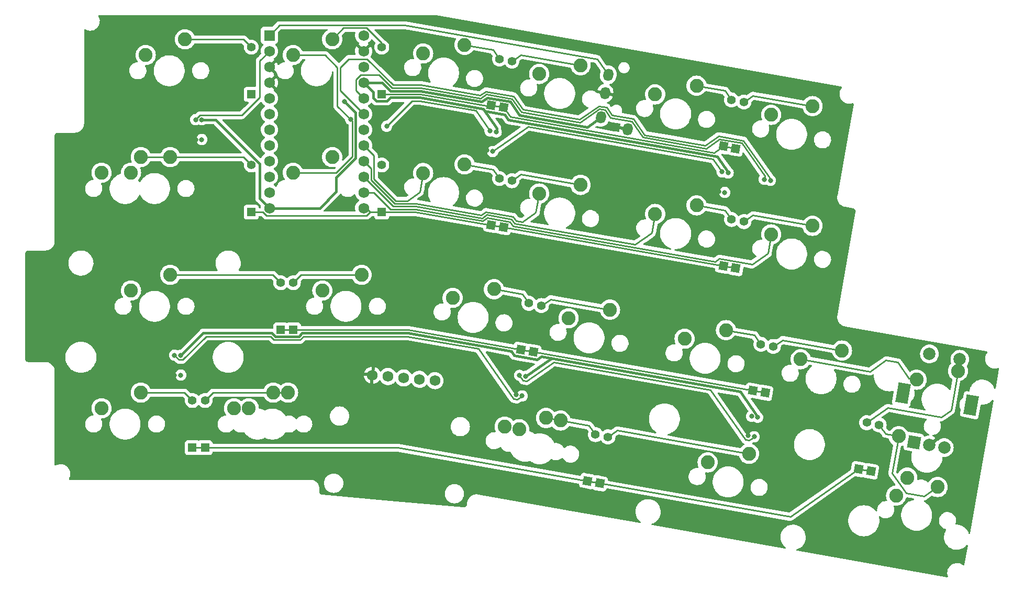
<source format=gbr>
%TF.GenerationSoftware,KiCad,Pcbnew,(6.0.7)*%
%TF.CreationDate,2023-04-18T20:13:39+02:00*%
%TF.ProjectId,chocobanan,63686f63-6f62-4616-9e61-6e2e6b696361,rev?*%
%TF.SameCoordinates,Original*%
%TF.FileFunction,Copper,L1,Top*%
%TF.FilePolarity,Positive*%
%FSLAX46Y46*%
G04 Gerber Fmt 4.6, Leading zero omitted, Abs format (unit mm)*
G04 Created by KiCad (PCBNEW (6.0.7)) date 2023-04-18 20:13:39*
%MOMM*%
%LPD*%
G01*
G04 APERTURE LIST*
G04 Aperture macros list*
%AMHorizOval*
0 Thick line with rounded ends*
0 $1 width*
0 $2 $3 position (X,Y) of the first rounded end (center of the circle)*
0 $4 $5 position (X,Y) of the second rounded end (center of the circle)*
0 Add line between two ends*
20,1,$1,$2,$3,$4,$5,0*
0 Add two circle primitives to create the rounded ends*
1,1,$1,$2,$3*
1,1,$1,$4,$5*%
%AMRotRect*
0 Rectangle, with rotation*
0 The origin of the aperture is its center*
0 $1 length*
0 $2 width*
0 $3 Rotation angle, in degrees counterclockwise*
0 Add horizontal line*
21,1,$1,$2,0,0,$3*%
G04 Aperture macros list end*
%TA.AperFunction,ComponentPad*%
%ADD10RotRect,1.397000X1.397000X80.000000*%
%TD*%
%TA.AperFunction,ComponentPad*%
%ADD11C,1.397000*%
%TD*%
%TA.AperFunction,ComponentPad*%
%ADD12C,2.250000*%
%TD*%
%TA.AperFunction,ComponentPad*%
%ADD13R,1.397000X1.397000*%
%TD*%
%TA.AperFunction,ComponentPad*%
%ADD14R,1.752600X1.752600*%
%TD*%
%TA.AperFunction,ComponentPad*%
%ADD15C,1.752600*%
%TD*%
%TA.AperFunction,ComponentPad*%
%ADD16RotRect,3.200000X2.000000X80.000000*%
%TD*%
%TA.AperFunction,ComponentPad*%
%ADD17RotRect,2.000000X2.000000X80.000000*%
%TD*%
%TA.AperFunction,ComponentPad*%
%ADD18C,2.000000*%
%TD*%
%TA.AperFunction,ComponentPad*%
%ADD19HorizOval,1.752600X0.000000X0.000000X0.000000X0.000000X0*%
%TD*%
%TA.AperFunction,ComponentPad*%
%ADD20HorizOval,1.600000X0.034730X0.196962X-0.034730X-0.196962X0*%
%TD*%
%TA.AperFunction,ViaPad*%
%ADD21C,0.800000*%
%TD*%
%TA.AperFunction,Conductor*%
%ADD22C,0.250000*%
%TD*%
%TA.AperFunction,Conductor*%
%ADD23C,0.400000*%
%TD*%
G04 APERTURE END LIST*
D10*
%TO.P,D12,1,K*%
%TO.N,ROW3_L*%
X67607479Y-66368679D03*
D11*
%TO.P,D12,2,A*%
%TO.N,Net-(D12-Pad2)*%
X68930679Y-58864443D03*
%TD*%
D10*
%TO.P,D16,1,K*%
%TO.N,ROW3_L*%
X69623380Y-66724137D03*
D11*
%TO.P,D16,2,A*%
%TO.N,Net-(D16-Pad2)*%
X70946580Y-59219901D03*
%TD*%
D12*
%TO.P,MX19,1,COL*%
%TO.N,COL4*%
X83344417Y-43351690D03*
%TO.P,MX19,2,ROW*%
%TO.N,Net-(D19-Pad2)*%
X90039012Y-41952944D03*
%TD*%
%TO.P,MX1,1,COL*%
%TO.N,COL0*%
X-3810000Y2540000D03*
%TO.P,MX1,2,ROW*%
%TO.N,Net-(D1-Pad2)*%
X2540000Y5080000D03*
%TD*%
D10*
%TO.P,D21,1,K*%
%TO.N,ROW0_L*%
X91619613Y-12571035D03*
D11*
%TO.P,D21,2,A*%
%TO.N,Net-(D21-Pad2)*%
X92942813Y-5066799D03*
%TD*%
D12*
%TO.P,MX10,1,COL*%
%TO.N,COL2*%
X41060742Y-16552060D03*
%TO.P,MX10,2,ROW*%
%TO.N,Net-(D10-Pad2)*%
X47755337Y-15153314D03*
%TD*%
%TO.P,MX16,1,COL*%
%TO.N,COL3*%
X87071640Y-63352776D03*
%TO.P,MX16,2,ROW*%
%TO.N,Net-(D16-Pad2)*%
X93766235Y-61954030D03*
%TD*%
%TO.P,MX12.1,1,COL*%
%TO.N,COL2*%
X56585685Y-57977280D03*
%TO.P,MX12.1,2,ROW*%
%TO.N,Net-(D12-Pad2)*%
X63280280Y-56578534D03*
%TD*%
%TO.P,MX24,1,COL*%
%TO.N,COL5*%
X120865593Y-49967685D03*
%TO.P,MX24,2,ROW*%
%TO.N,ENC_S_A*%
X127560188Y-48568939D03*
%TD*%
%TO.P,MX11,1,COL*%
%TO.N,COL2*%
X45823242Y-36735694D03*
%TO.P,MX11,2,ROW*%
%TO.N,Net-(D11-Pad2)*%
X52517837Y-35336948D03*
%TD*%
%TO.P,MX7,1,COL*%
%TO.N,COL1*%
X24765000Y-35560000D03*
%TO.P,MX7,2,ROW*%
%TO.N,Net-(D7-Pad2)*%
X31115000Y-33020000D03*
%TD*%
D10*
%TO.P,D17,1,K*%
%TO.N,ROW0_L*%
X89603711Y-12215577D03*
D11*
%TO.P,D17,2,A*%
%TO.N,Net-(D17-Pad2)*%
X90926911Y-4711341D03*
%TD*%
D10*
%TO.P,D14,1,K*%
%TO.N,ROW1_L*%
X54098437Y-25298917D03*
D11*
%TO.P,D14,2,A*%
%TO.N,Net-(D14-Pad2)*%
X55421637Y-17794681D03*
%TD*%
D12*
%TO.P,MX21,1,COL*%
%TO.N,COL5*%
X97342505Y-7132176D03*
%TO.P,MX21,2,ROW*%
%TO.N,Net-(D21-Pad2)*%
X104037100Y-5733430D03*
%TD*%
D10*
%TO.P,D23,1,K*%
%TO.N,ROW2_L*%
X96382113Y-52098546D03*
D11*
%TO.P,D23,2,A*%
%TO.N,Net-(D23-Pad2)*%
X97705313Y-44594310D03*
%TD*%
D12*
%TO.P,MX13,1,COL*%
%TO.N,COL3*%
X59821329Y-516181D03*
%TO.P,MX13,2,ROW*%
%TO.N,Net-(D13-Pad2)*%
X66515924Y882565D03*
%TD*%
D13*
%TO.P,D3,1,K*%
%TO.N,ROW2_L*%
X18026500Y-41910000D03*
D11*
%TO.P,D3,2,A*%
%TO.N,Net-(D3-Pad2)*%
X18026500Y-34290000D03*
%TD*%
D12*
%TO.P,MX15,1,COL*%
%TO.N,COL3*%
X64583829Y-40043692D03*
%TO.P,MX15,2,ROW*%
%TO.N,Net-(D15-Pad2)*%
X71278424Y-38644946D03*
%TD*%
D13*
%TO.P,D4,1,K*%
%TO.N,ROW3_L*%
X3739000Y-60960000D03*
D11*
%TO.P,D4,2,A*%
%TO.N,Net-(D4-Pad2)*%
X3739000Y-53340000D03*
%TD*%
D13*
%TO.P,D5,1,K*%
%TO.N,ROW0_L*%
X34361000Y-3810000D03*
D11*
%TO.P,D5,2,A*%
%TO.N,Net-(D5-Pad2)*%
X34361000Y3810000D03*
%TD*%
D12*
%TO.P,MX20,1,COL*%
%TO.N,COL4*%
X117557595Y-68728273D03*
%TO.P,MX20,2,ROW*%
%TO.N,Net-(D20-Pad2)*%
X124252190Y-67329527D03*
%TD*%
D10*
%TO.P,D10,1,K*%
%TO.N,ROW1_L*%
X52082536Y-24943459D03*
D11*
%TO.P,D10,2,A*%
%TO.N,Net-(D10-Pad2)*%
X53405736Y-17439223D03*
%TD*%
D12*
%TO.P,MX23,1,COL*%
%TO.N,COL5*%
X102105005Y-46659687D03*
%TO.P,MX23,2,ROW*%
%TO.N,Net-(D23-Pad2)*%
X108799600Y-45260941D03*
%TD*%
D14*
%TO.P,U1,1,TX0/D3*%
%TO.N,DATA*%
X16192500Y5715000D03*
D15*
%TO.P,U1,2,RX1/D2*%
%TO.N,RGB*%
X16192500Y3175000D03*
%TO.P,U1,3,GND*%
%TO.N,GND*%
X16192500Y635000D03*
%TO.P,U1,4,GND*%
X16192500Y-1905000D03*
%TO.P,U1,5,2/D1/SDA*%
%TO.N,SDA*%
X16192500Y-4445000D03*
%TO.P,U1,6,3/D0/SCL*%
%TO.N,SCL*%
X16192500Y-6985000D03*
%TO.P,U1,7,4/D4*%
%TO.N,ROW0_L*%
X16192500Y-9525000D03*
%TO.P,U1,8,5/C6*%
%TO.N,COL0*%
X16192500Y-12065000D03*
%TO.P,U1,9,6/D7*%
%TO.N,unconnected-(U1-Pad9)*%
X16192500Y-14605000D03*
%TO.P,U1,10,7/E6*%
%TO.N,ROW2_L*%
X16192500Y-17145000D03*
%TO.P,U1,11,8/B4*%
%TO.N,ROW3_L*%
X16192500Y-19685000D03*
%TO.P,U1,12,9/B5*%
%TO.N,VCC*%
X16192500Y-22225000D03*
%TO.P,U1,13,B6/10*%
%TO.N,ROW1_L*%
X31432500Y-22225000D03*
%TO.P,U1,14,B2/16*%
%TO.N,COL5*%
X31432500Y-19685000D03*
%TO.P,U1,15,B3/14*%
%TO.N,COL4*%
X31432500Y-17145000D03*
%TO.P,U1,16,B1/15*%
%TO.N,COL3*%
X31432500Y-14605000D03*
%TO.P,U1,17,F7/A0*%
%TO.N,COL2*%
X31432500Y-12065000D03*
%TO.P,U1,18,F6/A1*%
%TO.N,COL1*%
X31432500Y-9525000D03*
%TO.P,U1,19,F5/A2*%
%TO.N,ENC_B*%
X31432500Y-6985000D03*
%TO.P,U1,20,F4/A3*%
%TO.N,ENC_A*%
X31432500Y-4445000D03*
%TO.P,U1,21,VCC*%
%TO.N,VCC*%
X31432500Y-1905000D03*
%TO.P,U1,22,RST*%
%TO.N,unconnected-(U1-Pad22)*%
X31432500Y635000D03*
%TO.P,U1,23,GND*%
%TO.N,GND*%
X31432500Y3175000D03*
%TO.P,U1,24,RAW*%
%TO.N,unconnected-(U1-Pad24)*%
X31432500Y5715000D03*
%TD*%
D12*
%TO.P,MX8,1,COL*%
%TO.N,COL1*%
X12858750Y-54610000D03*
%TO.P,MX8,2,ROW*%
%TO.N,Net-(D8-Pad2)*%
X19208750Y-52070000D03*
%TD*%
D13*
%TO.P,D7,1,K*%
%TO.N,ROW2_L*%
X20073500Y-41910000D03*
D11*
%TO.P,D7,2,A*%
%TO.N,Net-(D7-Pad2)*%
X20073500Y-34290000D03*
%TD*%
D12*
%TO.P,MX2,1,COL*%
%TO.N,COL0*%
X-6191250Y-16510000D03*
%TO.P,MX2,2,ROW*%
%TO.N,Net-(D2-Pad2)*%
X158750Y-13970000D03*
%TD*%
D10*
%TO.P,D15,1,K*%
%TO.N,ROW2_L*%
X58860937Y-45482551D03*
D11*
%TO.P,D15,2,A*%
%TO.N,Net-(D15-Pad2)*%
X60184137Y-37978315D03*
%TD*%
D10*
%TO.P,D24,1,K*%
%TO.N,ROW3_L*%
X111472800Y-64431380D03*
D11*
%TO.P,D24,2,A*%
%TO.N,ENC_S_A*%
X112796000Y-56927144D03*
%TD*%
D12*
%TO.P,MX3,1,COL*%
%TO.N,COL0*%
X-6191250Y-35560000D03*
%TO.P,MX3,2,ROW*%
%TO.N,Net-(D3-Pad2)*%
X158750Y-33020000D03*
%TD*%
%TO.P,MX2.1,1,COL*%
%TO.N,COL0*%
X-10953750Y-16510000D03*
%TO.P,MX2.1,2,ROW*%
%TO.N,Net-(D2-Pad2)*%
X-4603750Y-13970000D03*
%TD*%
D13*
%TO.P,D6,1,K*%
%TO.N,ROW1_L*%
X34361000Y-22860000D03*
D11*
%TO.P,D6,2,A*%
%TO.N,Net-(D6-Pad2)*%
X34361000Y-15240000D03*
%TD*%
D12*
%TO.P,MX20.1,1,COL*%
%TO.N,COL4*%
X119359634Y-65822041D03*
%TO.P,MX20.1,2,ROW*%
%TO.N,Net-(D20-Pad2)*%
X117960888Y-59127446D03*
%TD*%
D10*
%TO.P,D22,1,K*%
%TO.N,ROW1_L*%
X91619613Y-31914912D03*
D11*
%TO.P,D22,2,A*%
%TO.N,Net-(D22-Pad2)*%
X92942813Y-24410676D03*
%TD*%
D12*
%TO.P,MX5,1,COL*%
%TO.N,COL1*%
X20002500Y2540000D03*
%TO.P,MX5,2,ROW*%
%TO.N,Net-(D5-Pad2)*%
X26352500Y5080000D03*
%TD*%
%TO.P,MX4,1,COL*%
%TO.N,COL0*%
X-10953750Y-54610000D03*
%TO.P,MX4,2,ROW*%
%TO.N,Net-(D4-Pad2)*%
X-4603750Y-52070000D03*
%TD*%
%TO.P,MX17,1,COL*%
%TO.N,COL4*%
X78581917Y-3824178D03*
%TO.P,MX17,2,ROW*%
%TO.N,Net-(D17-Pad2)*%
X85276512Y-2425432D03*
%TD*%
%TO.P,MX9,1,COL*%
%TO.N,COL2*%
X41060742Y2791817D03*
%TO.P,MX9,2,ROW*%
%TO.N,Net-(D9-Pad2)*%
X47755337Y4190563D03*
%TD*%
%TO.P,MX14,1,COL*%
%TO.N,COL3*%
X59821329Y-19860058D03*
%TO.P,MX14,2,ROW*%
%TO.N,Net-(D14-Pad2)*%
X66515924Y-18461312D03*
%TD*%
D10*
%TO.P,D11,1,K*%
%TO.N,ROW2_L*%
X56845036Y-45127093D03*
D11*
%TO.P,D11,2,A*%
%TO.N,Net-(D11-Pad2)*%
X58168236Y-37622857D03*
%TD*%
D12*
%TO.P,MX22,1,COL*%
%TO.N,COL5*%
X97342505Y-26476053D03*
%TO.P,MX22,2,ROW*%
%TO.N,Net-(D22-Pad2)*%
X104037100Y-25077307D03*
%TD*%
D10*
%TO.P,D18,1,K*%
%TO.N,ROW1_L*%
X89603711Y-31559454D03*
D11*
%TO.P,D18,2,A*%
%TO.N,Net-(D18-Pad2)*%
X90926911Y-24055218D03*
%TD*%
D16*
%TO.P,SW1,*%
%TO.N,*%
X129691567Y-54103126D03*
X118661721Y-52158266D03*
D17*
%TO.P,SW1,A,A*%
%TO.N,ENC_A*%
X120412263Y-60082634D03*
D18*
%TO.P,SW1,B,B*%
%TO.N,ENC_B*%
X125336302Y-60950875D03*
%TO.P,SW1,C,C*%
%TO.N,GND*%
X122874283Y-60516754D03*
%TO.P,SW1,S1,S1*%
%TO.N,ENC_S_A*%
X127854201Y-46671162D03*
%TO.P,SW1,S2,S2*%
%TO.N,COL5*%
X122930162Y-45802921D03*
%TD*%
D12*
%TO.P,MX8.1,1,COL*%
%TO.N,COL1*%
X10477500Y-54610000D03*
%TO.P,MX8.1,2,ROW*%
%TO.N,Net-(D8-Pad2)*%
X16827500Y-52070000D03*
%TD*%
D10*
%TO.P,D9,1,K*%
%TO.N,ROW0_L*%
X52082536Y-5599582D03*
D11*
%TO.P,D9,2,A*%
%TO.N,Net-(D9-Pad2)*%
X53405736Y1904654D03*
%TD*%
D13*
%TO.P,D8,1,K*%
%TO.N,ROW3_L*%
X5786000Y-60960000D03*
D11*
%TO.P,D8,2,A*%
%TO.N,Net-(D8-Pad2)*%
X5786000Y-53340000D03*
%TD*%
D12*
%TO.P,MX6,1,COL*%
%TO.N,COL1*%
X20002500Y-16510000D03*
%TO.P,MX6,2,ROW*%
%TO.N,Net-(D6-Pad2)*%
X26352500Y-13970000D03*
%TD*%
D13*
%TO.P,D2,1,K*%
%TO.N,ROW1_L*%
X13264000Y-22860000D03*
D11*
%TO.P,D2,2,A*%
%TO.N,Net-(D2-Pad2)*%
X13264000Y-15240000D03*
%TD*%
D10*
%TO.P,D20,1,K*%
%TO.N,ROW3_L*%
X113488702Y-64786838D03*
D11*
%TO.P,D20,2,A*%
%TO.N,Net-(D20-Pad2)*%
X114811902Y-57282602D03*
%TD*%
D10*
%TO.P,D13,1,K*%
%TO.N,ROW0_L*%
X54098437Y-5955040D03*
D11*
%TO.P,D13,2,A*%
%TO.N,Net-(D13-Pad2)*%
X55421637Y1549196D03*
%TD*%
D12*
%TO.P,MX18,1,COL*%
%TO.N,COL4*%
X78581917Y-23168055D03*
%TO.P,MX18,2,ROW*%
%TO.N,Net-(D18-Pad2)*%
X85276512Y-21769309D03*
%TD*%
D13*
%TO.P,D1,1,K*%
%TO.N,ROW0_L*%
X13264000Y-3810000D03*
D11*
%TO.P,D1,2,A*%
%TO.N,Net-(D1-Pad2)*%
X13264000Y3810000D03*
%TD*%
D12*
%TO.P,MX12,1,COL*%
%TO.N,COL2*%
X54240611Y-57563780D03*
%TO.P,MX12,2,ROW*%
%TO.N,Net-(D12-Pad2)*%
X60935206Y-56165034D03*
%TD*%
D19*
%TO.P,U3,1,3-5V*%
%TO.N,VCC*%
X42980372Y-50128555D03*
%TO.P,U3,2,SDA*%
%TO.N,SDA*%
X40450037Y-49907180D03*
%TO.P,U3,3,SCL*%
%TO.N,SCL*%
X37919703Y-49685804D03*
%TO.P,U3,4,INT*%
%TO.N,unconnected-(U3-Pad4)*%
X35389368Y-49464429D03*
%TO.P,U3,5,GND*%
%TO.N,GND*%
X32859034Y-49243053D03*
%TD*%
D10*
%TO.P,D19,1,K*%
%TO.N,ROW2_L*%
X94366211Y-51743089D03*
D11*
%TO.P,D19,2,A*%
%TO.N,Net-(D19-Pad2)*%
X95689411Y-44238853D03*
%TD*%
D20*
%TO.P,U2,1,SLEEVE*%
%TO.N,GND*%
X74122211Y-9450230D03*
%TO.P,U2,2,TIP*%
%TO.N,VCC*%
X69783108Y-7568160D03*
%TO.P,U2,3,RING1*%
%TO.N,GND*%
X70477701Y-3628929D03*
%TO.P,U2,4,RING2*%
%TO.N,DATA*%
X70998645Y-674506D03*
%TD*%
D21*
%TO.N,RGB*%
X4262500Y-7925000D03*
%TO.N,GND*%
X13264000Y-9525000D03*
X4262500Y-11125000D03*
X861625Y-49225000D03*
X28892500Y-22225000D03*
X120942758Y-57074046D03*
X88849022Y-19510351D03*
X56090347Y-52421866D03*
X51327847Y-12894355D03*
X17095925Y-25780796D03*
X93611522Y-59037861D03*
%TO.N,VCC*%
X57630829Y-49444130D03*
X1861625Y-46025000D03*
X95152003Y-56060000D03*
X90389504Y-16532614D03*
X28351840Y-4965000D03*
X52868329Y-9916618D03*
X5262500Y-7925000D03*
%TO.N,ENC_A*%
X96239262Y-17564084D03*
%TO.N,ENC_B*%
X97224070Y-17737732D03*
%TO.N,COL1*%
X29323605Y-7845000D03*
%TO.N,Net-(RGB1-Pad2)*%
X35164152Y-8980000D03*
X5262500Y-11125000D03*
X51883521Y-9742970D03*
%TO.N,Net-(RGB2-Pad2)*%
X89404696Y-16358966D03*
X52312654Y-13068003D03*
%TO.N,Net-(RGB3-Pad2)*%
X89833830Y-19683999D03*
X94167196Y-55886476D03*
%TO.N,Net-(RGB4-Pad2)*%
X94596329Y-59211509D03*
X56646022Y-49270481D03*
%TO.N,Net-(RGB5-Pad2)*%
X57075155Y-52595514D03*
X861625Y-46025000D03*
%TO.N,unconnected-(RGB6-Pad2)*%
X1861625Y-49225000D03*
%TD*%
D22*
%TO.N,Net-(D1-Pad2)*%
X2540000Y5080000D02*
X11994000Y5080000D01*
X11994000Y5080000D02*
X13264000Y3810000D01*
%TO.N,Net-(D2-Pad2)*%
X158750Y-13970000D02*
X11994000Y-13970000D01*
X11994000Y-13970000D02*
X13264000Y-15240000D01*
X-4603750Y-13970000D02*
X158750Y-13970000D01*
%TO.N,Net-(D3-Pad2)*%
X16756500Y-33020000D02*
X18026500Y-34290000D01*
X158750Y-33020000D02*
X16756500Y-33020000D01*
%TO.N,ROW2_L*%
X56845036Y-45127093D02*
X38645231Y-41910000D01*
X20073500Y-41910000D02*
X18026500Y-41910000D01*
X94366211Y-51743089D02*
X58860937Y-45482551D01*
X20073500Y-41910000D02*
X38645231Y-41910000D01*
X94366211Y-51743089D02*
X96382113Y-52098546D01*
X56845036Y-45127093D02*
X58860937Y-45482551D01*
%TO.N,Net-(D4-Pad2)*%
X-4603750Y-52070000D02*
X2469000Y-52070000D01*
X2469000Y-52070000D02*
X3739000Y-53340000D01*
%TO.N,Net-(D5-Pad2)*%
X34361000Y3810000D02*
X34361000Y4485395D01*
X28188800Y6916300D02*
X26352500Y5080000D01*
X31930095Y6916300D02*
X28188800Y6916300D01*
X34361000Y4485395D02*
X31930095Y6916300D01*
%TO.N,Net-(D7-Pad2)*%
X31115000Y-33020000D02*
X21343500Y-33020000D01*
X21343500Y-33020000D02*
X20073500Y-34290000D01*
%TO.N,Net-(D8-Pad2)*%
X19208750Y-52070000D02*
X7056000Y-52070000D01*
X7056000Y-52070000D02*
X5786000Y-53340000D01*
%TO.N,Net-(D10-Pad2)*%
X53405736Y-17439223D02*
X52375563Y-15967984D01*
X47755337Y-15153314D02*
X52375563Y-15967984D01*
%TO.N,Net-(D11-Pad2)*%
X58168236Y-37622857D02*
X57138063Y-36151618D01*
X52517837Y-35336948D02*
X57138063Y-36151618D01*
%TO.N,Net-(D12-Pad2)*%
X60935206Y-56165034D02*
X67892690Y-57382043D01*
X68930679Y-58864443D02*
X67892690Y-57382043D01*
%TO.N,Net-(D13-Pad2)*%
X55421637Y1549196D02*
X56892876Y2579369D01*
X66515924Y882565D02*
X56892876Y2579369D01*
%TO.N,Net-(D14-Pad2)*%
X66515924Y-18461312D02*
X56892876Y-16764508D01*
X55421637Y-17794681D02*
X56892876Y-16764508D01*
%TO.N,Net-(D15-Pad2)*%
X71278424Y-38644946D02*
X61655376Y-36948143D01*
X60184137Y-37978315D02*
X61655376Y-36948143D01*
%TO.N,Net-(D16-Pad2)*%
X93766235Y-61954030D02*
X72417819Y-58189729D01*
X70946580Y-59219901D02*
X72417819Y-58189729D01*
%TO.N,Net-(D17-Pad2)*%
X85276512Y-2425432D02*
X89896738Y-3240103D01*
X90926911Y-4711341D02*
X89896738Y-3240103D01*
%TO.N,Net-(D18-Pad2)*%
X90926911Y-24055218D02*
X89896738Y-22583980D01*
X85276512Y-21769309D02*
X89896738Y-22583980D01*
%TO.N,Net-(D19-Pad2)*%
X95689411Y-44238853D02*
X94659238Y-42767614D01*
X90039012Y-41952944D02*
X94659238Y-42767614D01*
%TO.N,Net-(D20-Pad2)*%
X116909437Y-65090520D02*
X119192799Y-68351499D01*
X119192799Y-68351499D02*
X122068501Y-68858562D01*
X114811902Y-57282602D02*
X115842074Y-58753842D01*
X117960888Y-59127446D02*
X116909437Y-65090520D01*
X117960888Y-59127446D02*
X115842074Y-58753842D01*
X124252190Y-67329527D02*
X122068501Y-68858562D01*
%TO.N,Net-(D21-Pad2)*%
X104037100Y-5733430D02*
X94414051Y-4036627D01*
X92942813Y-5066799D02*
X94414051Y-4036627D01*
%TO.N,Net-(D22-Pad2)*%
X92942813Y-24410676D02*
X94414051Y-23380504D01*
X104037100Y-25077307D02*
X94414051Y-23380504D01*
%TO.N,Net-(D23-Pad2)*%
X97705313Y-44594310D02*
X99176551Y-43564138D01*
X108799600Y-45260941D02*
X99176551Y-43564138D01*
%TO.N,RGB*%
X11730619Y-7200000D02*
X14639350Y-4291269D01*
X14639350Y-4291269D02*
X14639350Y1621850D01*
X4962195Y-7200000D02*
X11730619Y-7200000D01*
X14639350Y1621850D02*
X16192500Y3175000D01*
X4262500Y-7925000D02*
X4262500Y-7899695D01*
X4262500Y-7899695D02*
X4962195Y-7200000D01*
%TO.N,DATA*%
X17843800Y7366300D02*
X38095056Y7366300D01*
X38095056Y7366300D02*
X69210038Y1879889D01*
X16192500Y5715000D02*
X17843800Y7366300D01*
X70998645Y-674506D02*
X69210038Y1879889D01*
D23*
%TO.N,VCC*%
X51422232Y-4367706D02*
X55140247Y-5023292D01*
X90389504Y-16532614D02*
X90412316Y-16403239D01*
X59521242Y-46714426D02*
X60185616Y-46249226D01*
X17162315Y-43008500D02*
X20937685Y-43008500D01*
X54839509Y-7928709D02*
X88653211Y-13890977D01*
X30156200Y-14110464D02*
X30156200Y-6769360D01*
X20937685Y-43008500D02*
X21511185Y-42435000D01*
X35798685Y-4335000D02*
X35225185Y-4908500D01*
X92369316Y-51924080D02*
X95174816Y-55930750D01*
X51040727Y-6531329D02*
X50762094Y-6133399D01*
X16192500Y-22225000D02*
X14639350Y-20671850D01*
X40562867Y-4335000D02*
X35798685Y-4335000D01*
X24335668Y-22225000D02*
X26997500Y-19563168D01*
X50491413Y-5019473D02*
X51422232Y-4367706D01*
X33496815Y-4908500D02*
X32985650Y-4397335D01*
X14639350Y-15061836D02*
X7502514Y-7925000D01*
X69783108Y-7568160D02*
X67582042Y-9109363D01*
X35798685Y-3285000D02*
X34418685Y-1905000D01*
X55338027Y-45394465D02*
X55803227Y-46058840D01*
X55140247Y-5023292D02*
X56651842Y-7182074D01*
X40654730Y-3285000D02*
X35798685Y-3285000D01*
X52977521Y-9297357D02*
X50762094Y-6133399D01*
X54258314Y-7098676D02*
X51040727Y-6531329D01*
X21511185Y-42435000D02*
X38554066Y-42435000D01*
X16588815Y-42435000D02*
X5451625Y-42435000D01*
X55803227Y-46058840D02*
X59521242Y-46714426D01*
X40654730Y-3285000D02*
X50491413Y-5019473D01*
X30156200Y-6769360D02*
X28351840Y-4965000D01*
X16192500Y-22225000D02*
X24335668Y-22225000D01*
X7502514Y-7925000D02*
X5262500Y-7925000D01*
X26997500Y-19563168D02*
X26997500Y-17269164D01*
X32985650Y-4397335D02*
X32985650Y-3458150D01*
X90412316Y-16403239D02*
X88653211Y-13890977D01*
X14639350Y-20671850D02*
X14639350Y-15061836D01*
X52868329Y-9916618D02*
X52977521Y-9297357D01*
X56651842Y-7182074D02*
X67582042Y-9109363D01*
X60185616Y-46249226D02*
X92369316Y-51924080D01*
X95174816Y-55930750D02*
X95152003Y-56060125D01*
X32985650Y-3458150D02*
X31432500Y-1905000D01*
X50762094Y-6133399D02*
X40562867Y-4335000D01*
X17162315Y-43008500D02*
X16588815Y-42435000D01*
X38554066Y-42435000D02*
X55338027Y-45394465D01*
X34418685Y-1905000D02*
X31432500Y-1905000D01*
X35225185Y-4908500D02*
X33496815Y-4908500D01*
X54839509Y-7928709D02*
X54258314Y-7098676D01*
X5451625Y-42435000D02*
X1861625Y-46025000D01*
X57630829Y-49444130D02*
X61789686Y-46532067D01*
X26997500Y-17269164D02*
X30156200Y-14110464D01*
D22*
%TO.N,ENC_A*%
X76595757Y-10774881D02*
X86802196Y-12574552D01*
X33891148Y-635000D02*
X36016148Y-2760000D01*
X92617805Y-11707754D02*
X96335658Y-17017398D01*
X30231200Y-3243700D02*
X31432500Y-4445000D01*
X70472103Y-6344208D02*
X71364378Y-7618509D01*
X56957166Y-6702812D02*
X66426450Y-8372502D01*
X30231200Y-1407405D02*
X31003605Y-635000D01*
X88960978Y-11062957D02*
X92617805Y-11707754D01*
X30231200Y-1407405D02*
X30231200Y-1861200D01*
X36016148Y-2760000D02*
X40700662Y-2760000D01*
X96335658Y-17017398D02*
X96239262Y-17564084D01*
X86802196Y-12574552D02*
X88960978Y-11062957D01*
X40700662Y-2760000D02*
X50368420Y-4464687D01*
X51299239Y-3812920D02*
X55445570Y-4544030D01*
X71364378Y-7618509D02*
X74811206Y-8226278D01*
X50368420Y-4464687D02*
X51299239Y-3812920D01*
X66426450Y-8372502D02*
X69554281Y-6182371D01*
X74811206Y-8226278D02*
X76595757Y-10774881D01*
X31003605Y-635000D02*
X33891148Y-635000D01*
X55445570Y-4544030D02*
X56957166Y-6702812D01*
X69554281Y-6182371D02*
X70472103Y-6344208D01*
X30231200Y-1861200D02*
X30231200Y-3243700D01*
%TO.N,COL2*%
X31432500Y-12065000D02*
X33083800Y-13716300D01*
X33083800Y-13716300D02*
X33083800Y-17523508D01*
X36620292Y-21060000D02*
X38498462Y-21060000D01*
X41060742Y-16552060D02*
X40514821Y-19648131D01*
X33083800Y-17523508D02*
X36620292Y-21060000D01*
X38498462Y-21060000D02*
X40514821Y-19648131D01*
%TO.N,COL3*%
X50471907Y-23369869D02*
X51228957Y-22839776D01*
X36433896Y-21510000D02*
X39924065Y-21510000D01*
X39924065Y-21510000D02*
X50471907Y-23369869D01*
X59821329Y-19860058D02*
X59275408Y-22956128D01*
X32633800Y-15806300D02*
X32633800Y-17709904D01*
X31432500Y-14605000D02*
X32633800Y-15806300D01*
X32633800Y-17709904D02*
X36433896Y-21510000D01*
X55620041Y-23614043D02*
X56085241Y-24278417D01*
X56085241Y-24278417D02*
X57125121Y-24461776D01*
X51228957Y-22839776D02*
X55620041Y-23614043D01*
X57125121Y-24461776D02*
X59275408Y-22956128D01*
%TO.N,COL4*%
X78035996Y-26264126D02*
X75364403Y-28134796D01*
X55823535Y-24689213D02*
X55358335Y-24024839D01*
X55358335Y-24024839D02*
X51334380Y-23315307D01*
X36247500Y-21960000D02*
X31432500Y-17145000D01*
X51334380Y-23315307D02*
X50577329Y-23845400D01*
X39884695Y-21960000D02*
X36247500Y-21960000D01*
X78581917Y-23168055D02*
X78035996Y-26264126D01*
X75364403Y-28134796D02*
X55823535Y-24689213D01*
X50577329Y-23845400D02*
X39884695Y-21960000D01*
%TO.N,COL5*%
X88960978Y-30406834D02*
X94268060Y-31342615D01*
X35767619Y-22410000D02*
X39845325Y-22410000D01*
X39845325Y-22410000D02*
X50682752Y-24320931D01*
X33042619Y-19685000D02*
X35767619Y-22410000D01*
X50682752Y-24320931D02*
X51439803Y-23790838D01*
X97342505Y-26476053D02*
X96796584Y-29572124D01*
X55096629Y-24435635D02*
X55561829Y-25100010D01*
X119631020Y-49749997D02*
X117838235Y-47189634D01*
X96796584Y-29572124D02*
X94268060Y-31342615D01*
X88296604Y-30872034D02*
X88960978Y-30406834D01*
X102105005Y-46659687D02*
X113345225Y-48641641D01*
X117838235Y-47189634D02*
X115905588Y-46848856D01*
X55561829Y-25100010D02*
X88296604Y-30872034D01*
X120865593Y-49967685D02*
X119631020Y-49749997D01*
X115905588Y-46848856D02*
X113345225Y-48641641D01*
X51439803Y-23790838D02*
X55096629Y-24435635D01*
X31432500Y-19685000D02*
X33042619Y-19685000D01*
%TO.N,ENC_B*%
X55707276Y-4133234D02*
X57218872Y-6292016D01*
X40740032Y-2310000D02*
X50262997Y-3989156D01*
X36202544Y-2310000D02*
X40740032Y-2310000D01*
X86696774Y-12099021D02*
X88855556Y-10587426D01*
X70733809Y-5933412D02*
X71626084Y-7207713D01*
X88855556Y-10587426D02*
X92879511Y-11296958D01*
X27642500Y517768D02*
X29029732Y1905000D01*
X31987544Y1905000D02*
X36202544Y-2310000D01*
X71626084Y-7207713D02*
X75072912Y-7815482D01*
X51193817Y-3337389D02*
X55707276Y-4133234D01*
X57218872Y-6292016D02*
X66321028Y-7896971D01*
X76857463Y-10364085D02*
X86696774Y-12099021D01*
X50262997Y-3989156D02*
X51193817Y-3337389D01*
X69448858Y-5706841D02*
X70733809Y-5933412D01*
X27642500Y-3195000D02*
X27642500Y517768D01*
X75072912Y-7815482D02*
X76857463Y-10364085D01*
X29029732Y1905000D02*
X31987544Y1905000D01*
X66321028Y-7896971D02*
X69448858Y-5706841D01*
X97257326Y-17549126D02*
X97224070Y-17737732D01*
X92879511Y-11296958D02*
X97257326Y-17549126D01*
X31432500Y-6985000D02*
X27642500Y-3195000D01*
%TO.N,COL1*%
X27014202Y-16510000D02*
X29631200Y-13893002D01*
X25170268Y2540000D02*
X27192500Y517768D01*
X27192500Y-5713895D02*
X29323605Y-7845000D01*
X29631200Y-13893002D02*
X29631200Y-8152595D01*
X27192500Y517768D02*
X27192500Y-5713895D01*
X20002500Y-16510000D02*
X27014202Y-16510000D01*
X20002500Y2540000D02*
X25170268Y2540000D01*
X29631200Y-8152595D02*
X29323605Y-7845000D01*
%TO.N,ROW0_L*%
X40608799Y-3810000D02*
X51816091Y-5786148D01*
X52082536Y-5599582D02*
X51816091Y-5786148D01*
X52082536Y-5599582D02*
X54098437Y-5955040D01*
X54098437Y-5955040D02*
X55144833Y-7449447D01*
X89603711Y-12215577D02*
X91619613Y-12571035D01*
X55144833Y-7449447D02*
X88109304Y-13261972D01*
X89603711Y-12215577D02*
X88109304Y-13261972D01*
X34361000Y-3810000D02*
X40608799Y-3810000D01*
%TO.N,ROW1_L*%
X15694905Y-23426300D02*
X31930095Y-23426300D01*
X32496395Y-22860000D02*
X31930095Y-23426300D01*
X89603711Y-31559454D02*
X91619613Y-31914912D01*
X52082536Y-24943459D02*
X51989860Y-25008351D01*
X52082536Y-24943459D02*
X54098437Y-25298917D01*
X31861395Y-22225000D02*
X31432500Y-22225000D01*
X39805955Y-22860000D02*
X51989860Y-25008351D01*
X34361000Y-22860000D02*
X39805955Y-22860000D01*
X15128605Y-22860000D02*
X15694905Y-23426300D01*
X13264000Y-22860000D02*
X15128605Y-22860000D01*
X34361000Y-22860000D02*
X32496395Y-22860000D01*
X32496395Y-22860000D02*
X31861395Y-22225000D01*
X89603711Y-31559454D02*
X54098437Y-25298917D01*
%TO.N,ROW3_L*%
X5786000Y-60960000D02*
X36933339Y-60960000D01*
X111472800Y-64431380D02*
X113488702Y-64786838D01*
X67607479Y-66368679D02*
X69623380Y-66724137D01*
X67607479Y-66368679D02*
X36933339Y-60960000D01*
X3739000Y-60960000D02*
X5786000Y-60960000D01*
X111472800Y-64431380D02*
X100438508Y-72157675D01*
X69623380Y-66724137D02*
X100438508Y-72157675D01*
%TO.N,Net-(RGB1-Pad2)*%
X51883521Y-9742970D02*
X49583884Y-6458748D01*
X40516935Y-4860000D02*
X49583884Y-6458748D01*
X35164152Y-8980000D02*
X39284152Y-4860000D01*
X39284152Y-4860000D02*
X40516935Y-4860000D01*
%TO.N,Net-(RGB2-Pad2)*%
X52312654Y-13068003D02*
X58075974Y-9032484D01*
X58075974Y-9032484D02*
X87964887Y-14302706D01*
X89404696Y-16358966D02*
X87964887Y-14302706D01*
%TO.N,Net-(RGB4-Pad2)*%
X94596329Y-59211509D02*
X94591935Y-59236430D01*
X57209192Y-50105968D02*
X56641627Y-49295402D01*
X93781369Y-59803994D02*
X94591935Y-59236430D01*
X62191225Y-47135968D02*
X87494959Y-51597699D01*
X56641627Y-49295402D02*
X56646022Y-49270481D01*
X94596329Y-59211509D02*
X94567015Y-59232036D01*
X93164964Y-59695305D02*
X93781369Y-59803994D01*
X62191225Y-47135968D02*
X57800677Y-50210263D01*
X57800677Y-50210263D02*
X57209192Y-50105968D01*
X87494959Y-51597699D02*
X93164964Y-59695305D01*
%TO.N,Net-(RGB5-Pad2)*%
X49998704Y-44986097D02*
X38508135Y-42960000D01*
X861625Y-46050305D02*
X861625Y-46025000D01*
X2161930Y-46750000D02*
X1561320Y-46750000D01*
X22860000Y-42960000D02*
X38508135Y-42960000D01*
X21728647Y-42960000D02*
X21155148Y-43533500D01*
X21728647Y-42960000D02*
X22860000Y-42960000D01*
X57075155Y-52595514D02*
X57070761Y-52620435D01*
X56260195Y-53187999D02*
X55668710Y-53083704D01*
X57070761Y-52620435D02*
X56260195Y-53187999D01*
X55668710Y-53083704D02*
X49998704Y-44986097D01*
X16371352Y-42960000D02*
X5951930Y-42960000D01*
X16944852Y-43533500D02*
X16371352Y-42960000D01*
X21155148Y-43533500D02*
X16944852Y-43533500D01*
X1561320Y-46750000D02*
X861625Y-46050305D01*
X5951930Y-42960000D02*
X2161930Y-46750000D01*
%TO.N,ENC_S_A*%
X127560188Y-48568939D02*
X126435943Y-54944852D01*
X124828378Y-56070481D02*
X116193809Y-54547973D01*
X127560188Y-48568939D02*
X127560188Y-46965175D01*
X126435943Y-54944852D02*
X124828378Y-56070481D01*
X112796000Y-56927144D02*
X116193809Y-54547973D01*
X127560188Y-46965175D02*
X127854201Y-46671162D01*
%TO.N,Net-(D9-Pad2)*%
X47755337Y4190563D02*
X52375563Y3375893D01*
X53405736Y1904654D02*
X52375563Y3375893D01*
%TD*%
%TA.AperFunction,Conductor*%
%TO.N,GND*%
G36*
X42982511Y9015000D02*
G01*
X42997345Y9012690D01*
X42997348Y9012690D01*
X43006218Y9011309D01*
X43015119Y9012473D01*
X43015124Y9012473D01*
X43024809Y9013740D01*
X43073292Y9008901D01*
X43073421Y9009582D01*
X43081203Y9008111D01*
X43081856Y9008046D01*
X43090734Y9005015D01*
X43099699Y9004615D01*
X43099701Y9004615D01*
X43122544Y9003597D01*
X43138813Y9001808D01*
X95150273Y-169216D01*
X108542330Y-2530597D01*
X108706105Y-2559475D01*
X108769717Y-2591002D01*
X108806187Y-2651916D01*
X108803934Y-2722877D01*
X108781589Y-2763537D01*
X108686896Y-2878818D01*
X108560742Y-3095573D01*
X108558929Y-3100296D01*
X108558928Y-3100298D01*
X108534464Y-3164029D01*
X108470865Y-3329708D01*
X108469832Y-3334654D01*
X108469830Y-3334660D01*
X108430279Y-3523983D01*
X108419579Y-3575202D01*
X108419350Y-3580251D01*
X108419349Y-3580257D01*
X108414554Y-3685862D01*
X108408202Y-3825737D01*
X108408783Y-3830757D01*
X108408783Y-3830761D01*
X108414729Y-3882151D01*
X108437028Y-4074868D01*
X108438407Y-4079742D01*
X108438408Y-4079746D01*
X108503936Y-4311317D01*
X108505314Y-4316186D01*
X108507448Y-4320761D01*
X108507450Y-4320768D01*
X108609167Y-4538900D01*
X108611304Y-4543482D01*
X108614146Y-4547663D01*
X108614146Y-4547664D01*
X108749425Y-4746721D01*
X108749428Y-4746725D01*
X108752271Y-4750908D01*
X108755748Y-4754585D01*
X108755749Y-4754586D01*
X108831665Y-4834865D01*
X108924587Y-4933128D01*
X108928613Y-4936206D01*
X108928614Y-4936207D01*
X109119801Y-5082381D01*
X109119805Y-5082384D01*
X109123821Y-5085454D01*
X109128279Y-5087844D01*
X109128280Y-5087845D01*
X109237817Y-5146578D01*
X109344846Y-5203966D01*
X109349627Y-5205612D01*
X109349631Y-5205614D01*
X109535393Y-5269577D01*
X109581976Y-5285617D01*
X109685509Y-5303500D01*
X109825200Y-5327629D01*
X109825206Y-5327630D01*
X109829110Y-5328304D01*
X109833071Y-5328484D01*
X109833072Y-5328484D01*
X109857751Y-5329605D01*
X109857770Y-5329605D01*
X109859170Y-5329669D01*
X110033835Y-5329669D01*
X110036343Y-5329467D01*
X110036348Y-5329467D01*
X110215764Y-5315032D01*
X110215769Y-5315031D01*
X110220805Y-5314626D01*
X110225713Y-5313421D01*
X110225716Y-5313420D01*
X110459445Y-5256010D01*
X110464359Y-5254803D01*
X110469011Y-5252828D01*
X110469015Y-5252827D01*
X110503184Y-5238323D01*
X110573705Y-5230119D01*
X110637467Y-5261343D01*
X110674226Y-5322083D01*
X110676502Y-5376186D01*
X109756199Y-10595484D01*
X108061968Y-20203944D01*
X108056620Y-20224221D01*
X108049903Y-20243139D01*
X108047573Y-20255473D01*
X108047416Y-20260335D01*
X108047104Y-20269986D01*
X108046501Y-20278885D01*
X108029115Y-20446909D01*
X108026690Y-20470343D01*
X108035250Y-20685954D01*
X108074409Y-20898153D01*
X108099053Y-20971224D01*
X108141929Y-21098357D01*
X108141932Y-21098364D01*
X108143367Y-21102619D01*
X108240722Y-21295190D01*
X108364492Y-21471946D01*
X108367570Y-21475225D01*
X108367571Y-21475227D01*
X108437078Y-21549289D01*
X108512157Y-21629289D01*
X108680711Y-21764016D01*
X108684589Y-21766296D01*
X108862844Y-21871103D01*
X108862851Y-21871107D01*
X108866723Y-21873383D01*
X108948489Y-21906871D01*
X109046651Y-21947074D01*
X109066406Y-21955165D01*
X109098716Y-21963275D01*
X109236326Y-21997816D01*
X109247808Y-22001287D01*
X109258529Y-22005093D01*
X109258535Y-22005095D01*
X109263121Y-22006723D01*
X109269816Y-22007988D01*
X109270680Y-22008151D01*
X109270682Y-22008151D01*
X109275456Y-22009053D01*
X109303341Y-22009953D01*
X109321151Y-22011801D01*
X110566136Y-22231325D01*
X110584961Y-22236168D01*
X110588335Y-22237320D01*
X110599164Y-22241018D01*
X110599168Y-22241019D01*
X110607660Y-22243918D01*
X110616724Y-22244322D01*
X110616752Y-22244323D01*
X110646774Y-22249341D01*
X110706692Y-22267009D01*
X110732684Y-22277966D01*
X110803914Y-22317915D01*
X110826818Y-22334382D01*
X110887375Y-22389183D01*
X110906042Y-22410336D01*
X110952879Y-22477228D01*
X110966373Y-22502007D01*
X110997154Y-22577652D01*
X111004795Y-22604814D01*
X111017969Y-22685402D01*
X111019375Y-22713581D01*
X111018462Y-22728208D01*
X111015997Y-22767693D01*
X111015883Y-22769515D01*
X111013936Y-22785064D01*
X111012307Y-22793685D01*
X111009406Y-22802180D01*
X111009006Y-22811146D01*
X111009006Y-22811148D01*
X111007988Y-22833985D01*
X111006199Y-22850253D01*
X108258462Y-38433455D01*
X108073481Y-39482536D01*
X108061972Y-39547804D01*
X108056622Y-39568089D01*
X108049905Y-39587004D01*
X108047575Y-39599339D01*
X108047418Y-39604205D01*
X108047094Y-39614229D01*
X108046490Y-39623133D01*
X108029277Y-39789444D01*
X108026713Y-39814212D01*
X108035269Y-40029823D01*
X108036085Y-40034243D01*
X108036085Y-40034247D01*
X108038837Y-40049159D01*
X108074423Y-40242022D01*
X108075861Y-40246285D01*
X108075862Y-40246290D01*
X108099069Y-40315103D01*
X108143378Y-40446488D01*
X108145403Y-40450493D01*
X108145406Y-40450501D01*
X108193290Y-40545220D01*
X108240730Y-40639061D01*
X108364497Y-40815818D01*
X108367574Y-40819096D01*
X108367575Y-40819098D01*
X108497564Y-40957609D01*
X108512160Y-40973162D01*
X108515677Y-40975973D01*
X108650941Y-41084093D01*
X108680712Y-41107890D01*
X108684588Y-41110169D01*
X108684591Y-41110171D01*
X108780876Y-41166783D01*
X108866723Y-41217258D01*
X109066405Y-41299042D01*
X109070774Y-41300139D01*
X109070775Y-41300139D01*
X109236336Y-41341696D01*
X109247826Y-41345169D01*
X109263119Y-41350600D01*
X109267902Y-41351504D01*
X109267904Y-41351504D01*
X109270152Y-41351928D01*
X109275454Y-41352930D01*
X109280317Y-41353087D01*
X109282823Y-41353168D01*
X109303341Y-41353830D01*
X109321152Y-41355678D01*
X132137511Y-45378818D01*
X132229193Y-45394984D01*
X132292805Y-45426511D01*
X132329275Y-45487425D01*
X132327022Y-45558386D01*
X132304677Y-45599046D01*
X132209984Y-45714327D01*
X132083830Y-45931082D01*
X132082017Y-45935805D01*
X132082016Y-45935807D01*
X132040150Y-46044871D01*
X131993953Y-46165217D01*
X131992920Y-46170163D01*
X131992918Y-46170169D01*
X131962755Y-46314553D01*
X131942667Y-46410711D01*
X131942438Y-46415760D01*
X131942437Y-46415766D01*
X131938880Y-46494104D01*
X131931290Y-46661246D01*
X131931871Y-46666266D01*
X131931871Y-46666270D01*
X131939636Y-46733376D01*
X131960116Y-46910377D01*
X131961495Y-46915251D01*
X131961496Y-46915255D01*
X132027024Y-47146826D01*
X132028402Y-47151695D01*
X132030536Y-47156270D01*
X132030538Y-47156277D01*
X132132255Y-47374409D01*
X132134392Y-47378991D01*
X132137234Y-47383172D01*
X132137234Y-47383173D01*
X132272513Y-47582230D01*
X132272516Y-47582234D01*
X132275359Y-47586417D01*
X132278836Y-47590094D01*
X132278837Y-47590095D01*
X132373033Y-47689705D01*
X132447675Y-47768637D01*
X132451701Y-47771715D01*
X132451702Y-47771716D01*
X132642889Y-47917890D01*
X132642893Y-47917893D01*
X132646909Y-47920963D01*
X132651367Y-47923353D01*
X132651368Y-47923354D01*
X132707113Y-47953244D01*
X132867934Y-48039475D01*
X132872715Y-48041121D01*
X132872719Y-48041123D01*
X133072000Y-48109741D01*
X133105064Y-48121126D01*
X133176703Y-48133500D01*
X133348288Y-48163138D01*
X133348294Y-48163139D01*
X133352198Y-48163813D01*
X133356159Y-48163993D01*
X133356160Y-48163993D01*
X133380839Y-48165114D01*
X133380858Y-48165114D01*
X133382258Y-48165178D01*
X133556923Y-48165178D01*
X133559431Y-48164976D01*
X133559436Y-48164976D01*
X133738852Y-48150541D01*
X133738857Y-48150540D01*
X133743893Y-48150135D01*
X133748801Y-48148930D01*
X133748804Y-48148929D01*
X133982533Y-48091519D01*
X133987447Y-48090312D01*
X133992099Y-48088337D01*
X133992103Y-48088336D01*
X134026272Y-48073832D01*
X134096793Y-48065628D01*
X134160555Y-48096852D01*
X134197314Y-48157592D01*
X134199590Y-48211695D01*
X133999047Y-49349033D01*
X133645741Y-51352726D01*
X133614214Y-51416338D01*
X133553300Y-51452808D01*
X133482339Y-51450555D01*
X133423861Y-51410296D01*
X133401822Y-51369782D01*
X133400224Y-51364862D01*
X133358129Y-51235308D01*
X133341360Y-51200925D01*
X133297549Y-51111101D01*
X133233521Y-50979824D01*
X133231066Y-50976185D01*
X133231063Y-50976179D01*
X133077029Y-50747814D01*
X133077024Y-50747807D01*
X133074569Y-50744168D01*
X133070300Y-50739426D01*
X132887315Y-50536201D01*
X132887314Y-50536200D01*
X132884367Y-50532927D01*
X132666617Y-50350213D01*
X132425557Y-50199582D01*
X132184874Y-50092423D01*
X132169893Y-50085753D01*
X132169891Y-50085752D01*
X132165879Y-50083966D01*
X131964820Y-50026313D01*
X131896865Y-50006827D01*
X131896864Y-50006827D01*
X131892638Y-50005615D01*
X131888288Y-50005004D01*
X131888285Y-50005003D01*
X131783809Y-49990320D01*
X131611152Y-49966055D01*
X131398050Y-49966055D01*
X131395865Y-49966208D01*
X131395859Y-49966208D01*
X131189851Y-49980613D01*
X131189846Y-49980614D01*
X131185466Y-49980920D01*
X130907425Y-50040020D01*
X130903294Y-50041524D01*
X130903289Y-50041525D01*
X130781774Y-50085753D01*
X130640315Y-50137240D01*
X130622021Y-50146967D01*
X130393227Y-50268618D01*
X130393221Y-50268622D01*
X130389335Y-50270688D01*
X130385775Y-50273274D01*
X130385771Y-50273277D01*
X130162933Y-50435179D01*
X130159370Y-50437768D01*
X130156206Y-50440824D01*
X130156203Y-50440826D01*
X129958058Y-50632172D01*
X129958055Y-50632176D01*
X129954896Y-50635226D01*
X129779893Y-50859220D01*
X129725673Y-50953132D01*
X129640828Y-51100087D01*
X129637766Y-51105390D01*
X129636116Y-51109474D01*
X129636113Y-51109480D01*
X129532933Y-51364862D01*
X129531284Y-51368944D01*
X129530220Y-51373213D01*
X129530219Y-51373215D01*
X129511327Y-51448986D01*
X129462517Y-51644753D01*
X129462058Y-51649121D01*
X129462057Y-51649126D01*
X129448061Y-51782293D01*
X129421048Y-51847949D01*
X129362826Y-51888579D01*
X129300872Y-51893208D01*
X129028855Y-51845244D01*
X129028844Y-51845243D01*
X129025494Y-51844652D01*
X129010302Y-51843643D01*
X128970962Y-51841030D01*
X128970960Y-51841030D01*
X128963083Y-51840507D01*
X128819888Y-51867176D01*
X128689934Y-51932964D01*
X128683389Y-51939099D01*
X128683388Y-51939100D01*
X128605296Y-52012305D01*
X128583667Y-52032580D01*
X128559144Y-52074129D01*
X128513646Y-52151213D01*
X128513645Y-52151216D01*
X128509630Y-52158018D01*
X128492180Y-52218083D01*
X128383512Y-52834367D01*
X128351986Y-52897977D01*
X128329792Y-52917006D01*
X128313854Y-52927735D01*
X128313847Y-52927740D01*
X128309426Y-52930717D01*
X128305569Y-52934396D01*
X128305567Y-52934398D01*
X128271318Y-52967070D01*
X128139540Y-53092780D01*
X128136358Y-53097057D01*
X128136357Y-53097058D01*
X128107316Y-53136091D01*
X127999389Y-53281150D01*
X127996973Y-53285901D01*
X127996971Y-53285905D01*
X127910889Y-53455216D01*
X127892980Y-53490441D01*
X127823356Y-53714669D01*
X127822655Y-53719958D01*
X127793381Y-53940824D01*
X127792506Y-53947422D01*
X127792706Y-53952751D01*
X127792706Y-53952752D01*
X127793184Y-53965488D01*
X127801315Y-54182045D01*
X127809505Y-54221080D01*
X127840740Y-54369940D01*
X127849529Y-54411830D01*
X127935769Y-54630206D01*
X127982770Y-54707660D01*
X128012741Y-54757051D01*
X128030980Y-54825665D01*
X128029108Y-54844297D01*
X127944837Y-55322222D01*
X127919789Y-55464273D01*
X127919563Y-55467677D01*
X127917413Y-55500055D01*
X127915644Y-55526683D01*
X127942313Y-55669879D01*
X127946367Y-55677887D01*
X128004045Y-55791824D01*
X128004047Y-55791827D01*
X128008100Y-55799833D01*
X128036780Y-55830427D01*
X128101580Y-55899553D01*
X128101582Y-55899555D01*
X128107717Y-55906099D01*
X128233155Y-55980136D01*
X128293219Y-55997587D01*
X129500794Y-56210515D01*
X130354282Y-56361008D01*
X130354284Y-56361008D01*
X130357640Y-56361600D01*
X130371857Y-56362544D01*
X130412172Y-56365222D01*
X130412174Y-56365222D01*
X130420051Y-56365745D01*
X130563246Y-56339076D01*
X130693200Y-56273288D01*
X130703370Y-56263755D01*
X130792917Y-56179812D01*
X130799467Y-56173672D01*
X130856520Y-56077009D01*
X130869488Y-56055039D01*
X130869489Y-56055036D01*
X130873504Y-56048234D01*
X130890954Y-55988169D01*
X131050572Y-55082929D01*
X131217687Y-54135175D01*
X131249214Y-54071563D01*
X131310128Y-54035093D01*
X131341773Y-54031055D01*
X131540002Y-54031055D01*
X131542187Y-54030902D01*
X131542193Y-54030902D01*
X131748201Y-54016497D01*
X131748206Y-54016496D01*
X131752586Y-54016190D01*
X132030627Y-53957090D01*
X132034758Y-53955586D01*
X132034763Y-53955585D01*
X132216656Y-53889381D01*
X132297737Y-53859870D01*
X132431036Y-53788994D01*
X132544825Y-53728492D01*
X132544831Y-53728488D01*
X132548717Y-53726422D01*
X132552277Y-53723836D01*
X132552281Y-53723833D01*
X132775119Y-53561931D01*
X132775122Y-53561929D01*
X132778682Y-53559342D01*
X132798751Y-53539962D01*
X132979994Y-53364938D01*
X132979997Y-53364934D01*
X132983156Y-53361884D01*
X133070209Y-53250461D01*
X133127910Y-53209095D01*
X133198815Y-53205492D01*
X133260412Y-53240795D01*
X133293145Y-53303796D01*
X133293584Y-53349913D01*
X131466963Y-63709196D01*
X129510744Y-74803461D01*
X129479217Y-74867073D01*
X129418303Y-74903543D01*
X129347342Y-74901290D01*
X129288864Y-74861031D01*
X129266825Y-74820517D01*
X129265227Y-74815597D01*
X129223132Y-74686043D01*
X129098524Y-74430559D01*
X129096069Y-74426920D01*
X129096066Y-74426914D01*
X128942032Y-74198549D01*
X128942027Y-74198542D01*
X128939572Y-74194903D01*
X128903253Y-74154566D01*
X128752318Y-73986936D01*
X128752317Y-73986935D01*
X128749370Y-73983662D01*
X128531620Y-73800948D01*
X128290560Y-73650317D01*
X128063820Y-73549366D01*
X128034896Y-73536488D01*
X128034894Y-73536487D01*
X128030882Y-73534701D01*
X127815033Y-73472807D01*
X127761868Y-73457562D01*
X127761867Y-73457562D01*
X127757641Y-73456350D01*
X127753291Y-73455739D01*
X127753288Y-73455738D01*
X127648812Y-73441055D01*
X127476155Y-73416790D01*
X127291448Y-73416790D01*
X127223327Y-73396788D01*
X127176834Y-73343132D01*
X127166730Y-73272858D01*
X127171115Y-73253426D01*
X127225998Y-73076672D01*
X127227580Y-73071577D01*
X127244671Y-72942633D01*
X127257730Y-72844107D01*
X127257730Y-72844104D01*
X127258430Y-72838824D01*
X127256809Y-72795636D01*
X127253627Y-72710893D01*
X127249621Y-72604201D01*
X127231827Y-72519395D01*
X127202504Y-72379643D01*
X127202503Y-72379640D01*
X127201407Y-72374416D01*
X127115167Y-72156040D01*
X127075859Y-72091263D01*
X126996133Y-71959878D01*
X126996131Y-71959875D01*
X126993365Y-71955317D01*
X126839484Y-71777985D01*
X126829407Y-71769723D01*
X126662053Y-71632500D01*
X126662047Y-71632496D01*
X126657925Y-71629116D01*
X126653289Y-71626477D01*
X126653286Y-71626475D01*
X126458522Y-71515609D01*
X126453879Y-71512966D01*
X126233180Y-71432856D01*
X126227931Y-71431907D01*
X126227928Y-71431906D01*
X126146854Y-71417246D01*
X126002139Y-71391077D01*
X125998000Y-71390882D01*
X125997993Y-71390881D01*
X125979029Y-71389987D01*
X125979020Y-71389987D01*
X125977540Y-71389917D01*
X125812519Y-71389917D01*
X125731170Y-71396820D01*
X125642832Y-71404315D01*
X125642828Y-71404316D01*
X125637521Y-71404766D01*
X125632366Y-71406104D01*
X125632360Y-71406105D01*
X125454646Y-71452231D01*
X125410263Y-71463750D01*
X125405397Y-71465942D01*
X125405394Y-71465943D01*
X125201052Y-71557993D01*
X125201049Y-71557994D01*
X125196191Y-71560183D01*
X125001428Y-71691305D01*
X124997571Y-71694984D01*
X124997569Y-71694986D01*
X124954497Y-71736075D01*
X124831542Y-71853368D01*
X124691391Y-72041738D01*
X124688975Y-72046489D01*
X124688973Y-72046493D01*
X124601060Y-72219406D01*
X124584982Y-72251029D01*
X124515358Y-72475257D01*
X124514657Y-72480546D01*
X124487289Y-72687032D01*
X124484508Y-72708010D01*
X124484708Y-72713339D01*
X124484708Y-72713340D01*
X124487579Y-72789806D01*
X124493317Y-72942633D01*
X124497855Y-72964261D01*
X124519263Y-73066288D01*
X124541531Y-73172418D01*
X124627771Y-73390794D01*
X124630540Y-73395357D01*
X124743419Y-73581375D01*
X124749573Y-73591517D01*
X124903454Y-73768849D01*
X124907586Y-73772237D01*
X125080885Y-73914334D01*
X125080891Y-73914338D01*
X125085013Y-73917718D01*
X125089649Y-73920357D01*
X125089652Y-73920359D01*
X125092347Y-73921893D01*
X125289059Y-74033868D01*
X125509758Y-74113978D01*
X125515004Y-74114927D01*
X125515009Y-74114928D01*
X125547840Y-74120864D01*
X125558335Y-74122762D01*
X125621809Y-74154566D01*
X125658012Y-74215638D01*
X125655450Y-74286589D01*
X125644178Y-74309540D01*
X125644896Y-74309955D01*
X125567830Y-74443437D01*
X125502769Y-74556125D01*
X125501119Y-74560209D01*
X125501116Y-74560215D01*
X125402839Y-74803461D01*
X125396287Y-74819679D01*
X125327520Y-75095488D01*
X125327061Y-75099858D01*
X125327060Y-75099862D01*
X125305468Y-75305292D01*
X125297807Y-75378184D01*
X125297960Y-75382572D01*
X125297960Y-75382578D01*
X125303223Y-75533274D01*
X125307727Y-75662263D01*
X125308489Y-75666586D01*
X125308490Y-75666593D01*
X125310761Y-75679471D01*
X125357087Y-75942197D01*
X125358442Y-75946368D01*
X125358444Y-75946375D01*
X125430739Y-76168874D01*
X125444926Y-76212537D01*
X125446854Y-76216490D01*
X125446856Y-76216495D01*
X125451207Y-76225415D01*
X125569534Y-76468021D01*
X125571989Y-76471660D01*
X125571992Y-76471666D01*
X125726026Y-76700031D01*
X125726031Y-76700038D01*
X125728486Y-76703677D01*
X125731430Y-76706946D01*
X125731431Y-76706948D01*
X125835050Y-76822029D01*
X125918688Y-76914918D01*
X126136438Y-77097632D01*
X126377498Y-77248263D01*
X126637176Y-77363879D01*
X126910417Y-77442230D01*
X126914767Y-77442841D01*
X126914770Y-77442842D01*
X127019246Y-77457525D01*
X127191903Y-77481790D01*
X127405005Y-77481790D01*
X127407190Y-77481637D01*
X127407196Y-77481637D01*
X127613204Y-77467232D01*
X127613209Y-77467231D01*
X127617589Y-77466925D01*
X127895630Y-77407825D01*
X127899761Y-77406321D01*
X127899766Y-77406320D01*
X128123220Y-77324989D01*
X128162740Y-77310605D01*
X128378720Y-77195767D01*
X128409828Y-77179227D01*
X128409834Y-77179223D01*
X128413720Y-77177157D01*
X128417280Y-77174571D01*
X128417284Y-77174568D01*
X128640122Y-77012666D01*
X128640125Y-77012664D01*
X128643685Y-77010077D01*
X128739296Y-76917747D01*
X128844997Y-76815673D01*
X128845000Y-76815669D01*
X128848159Y-76812619D01*
X128935212Y-76701196D01*
X128992913Y-76659830D01*
X129063818Y-76656227D01*
X129125415Y-76691530D01*
X129158148Y-76754531D01*
X129158587Y-76800648D01*
X128612558Y-79897336D01*
X128604722Y-79941774D01*
X128573195Y-80005386D01*
X128512281Y-80041856D01*
X128441320Y-80039603D01*
X128404107Y-80019990D01*
X128243683Y-79897336D01*
X128243679Y-79897333D01*
X128239663Y-79894263D01*
X128018638Y-79775751D01*
X128013857Y-79774105D01*
X128013853Y-79774103D01*
X127786297Y-79695749D01*
X127781508Y-79694100D01*
X127677975Y-79676217D01*
X127538284Y-79652088D01*
X127538278Y-79652087D01*
X127534374Y-79651413D01*
X127530413Y-79651233D01*
X127530412Y-79651233D01*
X127505733Y-79650112D01*
X127505714Y-79650112D01*
X127504314Y-79650048D01*
X127329649Y-79650048D01*
X127327141Y-79650250D01*
X127327136Y-79650250D01*
X127147720Y-79664685D01*
X127147715Y-79664686D01*
X127142679Y-79665091D01*
X127137771Y-79666296D01*
X127137768Y-79666297D01*
X126905990Y-79723228D01*
X126899125Y-79724914D01*
X126894473Y-79726889D01*
X126894469Y-79726890D01*
X126773725Y-79778143D01*
X126668268Y-79822907D01*
X126456049Y-79956548D01*
X126267926Y-80122401D01*
X126108740Y-80316197D01*
X125982586Y-80532952D01*
X125892709Y-80767087D01*
X125841423Y-81012581D01*
X125830046Y-81263116D01*
X125858872Y-81512247D01*
X125860251Y-81517121D01*
X125860252Y-81517125D01*
X125927158Y-81753565D01*
X125925258Y-81754103D01*
X125929667Y-81816511D01*
X125895589Y-81878794D01*
X125833247Y-81912766D01*
X125784690Y-81913708D01*
X101543493Y-77639331D01*
X101479881Y-77607804D01*
X101443411Y-77546890D01*
X101445664Y-77475929D01*
X101485923Y-77417451D01*
X101522279Y-77396844D01*
X101612850Y-77363879D01*
X101723837Y-77323483D01*
X101865306Y-77248263D01*
X101970925Y-77192105D01*
X101970931Y-77192101D01*
X101974817Y-77190035D01*
X101978377Y-77187449D01*
X101978381Y-77187446D01*
X102201219Y-77025544D01*
X102201222Y-77025542D01*
X102204782Y-77022955D01*
X102218118Y-77010077D01*
X102406094Y-76828551D01*
X102406097Y-76828547D01*
X102409256Y-76825497D01*
X102584259Y-76601503D01*
X102726386Y-76355333D01*
X102728036Y-76351249D01*
X102728039Y-76351243D01*
X102831219Y-76095861D01*
X102831220Y-76095858D01*
X102832868Y-76091779D01*
X102901635Y-75815970D01*
X102917336Y-75666593D01*
X102930889Y-75537643D01*
X102930889Y-75537640D01*
X102931348Y-75533274D01*
X102931195Y-75528880D01*
X102921582Y-75253592D01*
X102921581Y-75253585D01*
X102921428Y-75249195D01*
X102919158Y-75236317D01*
X102872830Y-74973584D01*
X102872068Y-74969261D01*
X102870713Y-74965090D01*
X102870711Y-74965083D01*
X102785590Y-74703110D01*
X102784229Y-74698921D01*
X102779992Y-74690232D01*
X102726511Y-74580581D01*
X102659621Y-74443437D01*
X102657166Y-74439798D01*
X102657163Y-74439792D01*
X102503129Y-74211427D01*
X102503124Y-74211420D01*
X102500669Y-74207781D01*
X102492357Y-74198549D01*
X102313415Y-73999814D01*
X102313414Y-73999813D01*
X102310467Y-73996540D01*
X102092717Y-73813826D01*
X101851657Y-73663195D01*
X101591979Y-73547579D01*
X101378359Y-73486324D01*
X101322965Y-73470440D01*
X101322964Y-73470440D01*
X101318738Y-73469228D01*
X101314388Y-73468617D01*
X101314385Y-73468616D01*
X101209909Y-73453933D01*
X101037252Y-73429668D01*
X100824150Y-73429668D01*
X100821965Y-73429821D01*
X100821959Y-73429821D01*
X100615951Y-73444226D01*
X100615946Y-73444227D01*
X100611566Y-73444533D01*
X100333525Y-73503633D01*
X100329394Y-73505137D01*
X100329389Y-73505138D01*
X100216114Y-73546367D01*
X100066415Y-73600853D01*
X100062528Y-73602920D01*
X99819327Y-73732231D01*
X99819321Y-73732235D01*
X99815435Y-73734301D01*
X99811875Y-73736887D01*
X99811871Y-73736890D01*
X99589033Y-73898792D01*
X99585470Y-73901381D01*
X99582306Y-73904437D01*
X99582303Y-73904439D01*
X99384158Y-74095785D01*
X99384155Y-74095789D01*
X99380996Y-74098839D01*
X99205993Y-74322833D01*
X99145902Y-74426914D01*
X99068940Y-74560215D01*
X99063866Y-74569003D01*
X99062216Y-74573087D01*
X99062213Y-74573093D01*
X98969139Y-74803461D01*
X98957384Y-74832557D01*
X98888617Y-75108366D01*
X98888158Y-75112736D01*
X98888157Y-75112740D01*
X98859796Y-75382578D01*
X98858904Y-75391062D01*
X98859057Y-75395450D01*
X98859057Y-75395456D01*
X98868526Y-75666593D01*
X98868824Y-75675141D01*
X98869586Y-75679464D01*
X98869587Y-75679471D01*
X98892885Y-75811596D01*
X98918184Y-75955075D01*
X98919539Y-75959246D01*
X98919541Y-75959253D01*
X98961214Y-76087508D01*
X99006023Y-76225415D01*
X99130631Y-76480899D01*
X99133086Y-76484538D01*
X99133089Y-76484544D01*
X99287123Y-76712909D01*
X99287128Y-76712916D01*
X99289583Y-76716555D01*
X99292527Y-76719824D01*
X99292528Y-76719826D01*
X99465242Y-76911644D01*
X99479785Y-76927796D01*
X99644096Y-77065669D01*
X99683423Y-77124779D01*
X99684549Y-77195767D01*
X99647118Y-77256094D01*
X99583013Y-77286608D01*
X99541225Y-77286277D01*
X78092758Y-73504334D01*
X78029146Y-73472807D01*
X77992676Y-73411893D01*
X77994929Y-73340932D01*
X78035188Y-73282454D01*
X78071544Y-73261847D01*
X78268964Y-73189992D01*
X78273102Y-73188486D01*
X78399839Y-73121099D01*
X78520190Y-73057108D01*
X78520196Y-73057104D01*
X78524082Y-73055038D01*
X78527642Y-73052452D01*
X78527646Y-73052449D01*
X78750484Y-72890547D01*
X78750487Y-72890545D01*
X78754047Y-72887958D01*
X78804927Y-72838824D01*
X78955359Y-72693554D01*
X78955362Y-72693550D01*
X78958521Y-72690500D01*
X79133524Y-72466506D01*
X79254989Y-72256124D01*
X79273446Y-72224156D01*
X79273449Y-72224151D01*
X79275651Y-72220336D01*
X79277301Y-72216252D01*
X79277304Y-72216246D01*
X79380484Y-71960864D01*
X79380485Y-71960861D01*
X79382133Y-71956782D01*
X79450900Y-71680973D01*
X79456351Y-71629116D01*
X79480154Y-71402646D01*
X79480154Y-71402643D01*
X79480613Y-71398277D01*
X79480460Y-71393883D01*
X79470847Y-71118595D01*
X79470846Y-71118588D01*
X79470693Y-71114198D01*
X79463704Y-71074558D01*
X79422095Y-70838587D01*
X79421333Y-70834264D01*
X79419978Y-70830093D01*
X79419976Y-70830086D01*
X79346176Y-70602956D01*
X79333494Y-70563924D01*
X79327314Y-70551252D01*
X79273713Y-70441355D01*
X79208886Y-70308440D01*
X79206431Y-70304801D01*
X79206428Y-70304795D01*
X79052394Y-70076430D01*
X79052389Y-70076423D01*
X79049934Y-70072784D01*
X79039308Y-70060982D01*
X78862680Y-69864817D01*
X78862679Y-69864816D01*
X78859732Y-69861543D01*
X78641982Y-69678829D01*
X78400922Y-69528198D01*
X78141244Y-69412582D01*
X77868003Y-69334231D01*
X77863653Y-69333620D01*
X77863650Y-69333619D01*
X77759174Y-69318936D01*
X77586517Y-69294671D01*
X77373415Y-69294671D01*
X77371230Y-69294824D01*
X77371224Y-69294824D01*
X77165216Y-69309229D01*
X77165211Y-69309230D01*
X77160831Y-69309536D01*
X76882790Y-69368636D01*
X76878659Y-69370140D01*
X76878654Y-69370141D01*
X76731403Y-69423736D01*
X76615680Y-69465856D01*
X76539287Y-69506475D01*
X76368592Y-69597234D01*
X76368586Y-69597238D01*
X76364700Y-69599304D01*
X76361140Y-69601890D01*
X76361136Y-69601893D01*
X76223796Y-69701677D01*
X76134735Y-69766384D01*
X76131571Y-69769440D01*
X76131568Y-69769442D01*
X75933423Y-69960788D01*
X75933420Y-69960792D01*
X75930261Y-69963842D01*
X75755258Y-70187836D01*
X75694518Y-70293040D01*
X75637514Y-70391774D01*
X75613131Y-70434006D01*
X75611481Y-70438090D01*
X75611478Y-70438096D01*
X75508298Y-70693478D01*
X75506649Y-70697560D01*
X75505585Y-70701829D01*
X75505584Y-70701831D01*
X75488018Y-70772283D01*
X75437882Y-70973369D01*
X75437423Y-70977739D01*
X75437422Y-70977743D01*
X75408628Y-71251696D01*
X75408169Y-71256065D01*
X75408322Y-71260453D01*
X75408322Y-71260459D01*
X75417789Y-71531539D01*
X75418089Y-71540144D01*
X75418851Y-71544467D01*
X75418852Y-71544474D01*
X75433321Y-71626528D01*
X75467449Y-71820078D01*
X75468804Y-71824249D01*
X75468806Y-71824256D01*
X75501515Y-71924922D01*
X75555288Y-72090418D01*
X75557216Y-72094371D01*
X75557218Y-72094376D01*
X75613006Y-72208758D01*
X75679896Y-72345902D01*
X75682351Y-72349541D01*
X75682354Y-72349547D01*
X75836388Y-72577912D01*
X75836393Y-72577919D01*
X75838848Y-72581558D01*
X75841792Y-72584827D01*
X75841793Y-72584829D01*
X76016469Y-72778826D01*
X76029050Y-72792799D01*
X76032423Y-72795630D01*
X76032430Y-72795636D01*
X76193361Y-72930674D01*
X76232688Y-72989783D01*
X76233814Y-73060771D01*
X76196383Y-73121099D01*
X76132278Y-73151612D01*
X76090492Y-73151281D01*
X65317410Y-71251696D01*
X50005910Y-68551865D01*
X49985636Y-68546518D01*
X49971304Y-68541430D01*
X49971302Y-68541429D01*
X49966704Y-68539797D01*
X49961914Y-68538892D01*
X49961912Y-68538892D01*
X49959152Y-68538371D01*
X49954370Y-68537468D01*
X49949513Y-68537311D01*
X49949510Y-68537311D01*
X49946511Y-68537215D01*
X49944751Y-68537158D01*
X49936356Y-68536606D01*
X49802505Y-68523296D01*
X49732251Y-68516310D01*
X49732248Y-68516310D01*
X49727522Y-68515840D01*
X49722777Y-68516085D01*
X49722772Y-68516085D01*
X49504763Y-68527348D01*
X49500021Y-68527593D01*
X49495374Y-68528546D01*
X49495369Y-68528547D01*
X49281523Y-68572418D01*
X49281521Y-68572419D01*
X49276864Y-68573374D01*
X49063111Y-68652145D01*
X49058955Y-68654436D01*
X48875974Y-68755305D01*
X48863611Y-68762120D01*
X48682886Y-68900805D01*
X48607098Y-68979665D01*
X48528324Y-69061631D01*
X48528320Y-69061636D01*
X48525034Y-69065055D01*
X48522297Y-69068931D01*
X48522293Y-69068936D01*
X48478218Y-69131357D01*
X48393636Y-69251145D01*
X48291671Y-69454856D01*
X48290208Y-69459371D01*
X48223044Y-69666653D01*
X48221451Y-69671568D01*
X48220682Y-69676255D01*
X48190679Y-69859121D01*
X48188300Y-69870374D01*
X48186043Y-69879072D01*
X48184819Y-69883789D01*
X48183572Y-69896280D01*
X48183839Y-69901134D01*
X48183839Y-69901139D01*
X48185106Y-69924147D01*
X48184817Y-69942049D01*
X48173061Y-70076430D01*
X48170338Y-70107551D01*
X48167153Y-70126733D01*
X48163559Y-70141311D01*
X48161410Y-70150029D01*
X48161794Y-70158996D01*
X48161799Y-70159118D01*
X48159416Y-70189471D01*
X48147039Y-70250700D01*
X48138388Y-70277552D01*
X48106959Y-70347209D01*
X48104800Y-70351994D01*
X48090390Y-70376250D01*
X48078632Y-70391774D01*
X48041076Y-70441355D01*
X48021627Y-70461798D01*
X47959066Y-70514292D01*
X47935559Y-70529893D01*
X47862884Y-70567152D01*
X47836493Y-70577132D01*
X47757350Y-70597285D01*
X47729402Y-70601143D01*
X47726542Y-70601214D01*
X47673622Y-70602535D01*
X47658033Y-70600776D01*
X47657917Y-70601938D01*
X47648983Y-70601046D01*
X47640270Y-70598898D01*
X47631306Y-70599281D01*
X47631302Y-70599281D01*
X47608470Y-70600258D01*
X47592104Y-70599894D01*
X35706178Y-69560011D01*
X24770257Y-68603242D01*
X24751079Y-68600058D01*
X24736500Y-68596463D01*
X24736495Y-68596463D01*
X24727785Y-68594315D01*
X24718752Y-68594702D01*
X24718696Y-68594704D01*
X24688342Y-68592321D01*
X24627131Y-68579947D01*
X24600275Y-68571295D01*
X24534798Y-68541751D01*
X24525841Y-68537710D01*
X24501588Y-68523300D01*
X24436499Y-68473995D01*
X24416058Y-68454548D01*
X24388435Y-68421625D01*
X44554646Y-68421625D01*
X44573893Y-68666182D01*
X44575047Y-68670989D01*
X44575048Y-68670995D01*
X44601328Y-68780456D01*
X44631160Y-68904717D01*
X44633053Y-68909288D01*
X44633054Y-68909290D01*
X44647890Y-68945106D01*
X44725038Y-69131357D01*
X44743568Y-69161595D01*
X44849359Y-69334231D01*
X44853213Y-69340521D01*
X44856428Y-69344285D01*
X44856430Y-69344288D01*
X44981044Y-69490191D01*
X45012532Y-69527058D01*
X45016288Y-69530266D01*
X45193543Y-69681657D01*
X45199069Y-69686377D01*
X45203292Y-69688965D01*
X45203295Y-69688967D01*
X45224036Y-69701677D01*
X45408233Y-69814552D01*
X45519583Y-69860675D01*
X45630300Y-69906536D01*
X45630302Y-69906537D01*
X45634873Y-69908430D01*
X45699973Y-69924059D01*
X45868595Y-69964542D01*
X45868601Y-69964543D01*
X45873408Y-69965697D01*
X46117965Y-69984944D01*
X46362522Y-69965697D01*
X46367329Y-69964543D01*
X46367335Y-69964542D01*
X46535957Y-69924059D01*
X46601057Y-69908430D01*
X46605628Y-69906537D01*
X46605630Y-69906536D01*
X46716347Y-69860675D01*
X46827697Y-69814552D01*
X47011894Y-69701677D01*
X47032635Y-69688967D01*
X47032638Y-69688965D01*
X47036861Y-69686377D01*
X47042388Y-69681657D01*
X47219642Y-69530266D01*
X47223398Y-69527058D01*
X47254886Y-69490191D01*
X47379500Y-69344288D01*
X47379502Y-69344285D01*
X47382717Y-69340521D01*
X47386572Y-69334231D01*
X47492362Y-69161595D01*
X47510892Y-69131357D01*
X47588040Y-68945106D01*
X47602876Y-68909290D01*
X47602877Y-68909288D01*
X47604770Y-68904717D01*
X47634602Y-68780456D01*
X47660882Y-68670995D01*
X47660883Y-68670989D01*
X47662037Y-68666182D01*
X47681284Y-68421625D01*
X47662037Y-68177068D01*
X47658503Y-68162345D01*
X47605925Y-67943345D01*
X47604770Y-67938533D01*
X47595111Y-67915213D01*
X47548245Y-67802070D01*
X47510892Y-67711893D01*
X47427124Y-67575195D01*
X47385307Y-67506955D01*
X47385305Y-67506952D01*
X47382717Y-67502729D01*
X47353577Y-67468610D01*
X47226606Y-67319948D01*
X47223398Y-67316192D01*
X47170367Y-67270899D01*
X47040628Y-67160090D01*
X47040625Y-67160088D01*
X47036861Y-67156873D01*
X47032638Y-67154285D01*
X47032635Y-67154283D01*
X46908371Y-67078135D01*
X46827697Y-67028698D01*
X46654090Y-66956787D01*
X46605630Y-66936714D01*
X46605628Y-66936713D01*
X46601057Y-66934820D01*
X46500802Y-66910751D01*
X46367335Y-66878708D01*
X46367329Y-66878707D01*
X46362522Y-66877553D01*
X46117965Y-66858306D01*
X45873408Y-66877553D01*
X45868601Y-66878707D01*
X45868595Y-66878708D01*
X45735128Y-66910751D01*
X45634873Y-66934820D01*
X45630302Y-66936713D01*
X45630300Y-66936714D01*
X45581840Y-66956787D01*
X45408233Y-67028698D01*
X45327559Y-67078135D01*
X45203295Y-67154283D01*
X45203292Y-67154285D01*
X45199069Y-67156873D01*
X45195305Y-67160088D01*
X45195302Y-67160090D01*
X45065563Y-67270899D01*
X45012532Y-67316192D01*
X45009324Y-67319948D01*
X44882354Y-67468610D01*
X44853213Y-67502729D01*
X44850625Y-67506952D01*
X44850623Y-67506955D01*
X44808806Y-67575195D01*
X44725038Y-67711893D01*
X44687685Y-67802070D01*
X44640820Y-67915213D01*
X44631160Y-67938533D01*
X44630005Y-67943345D01*
X44577428Y-68162345D01*
X44573893Y-68177068D01*
X44554646Y-68421625D01*
X24388435Y-68421625D01*
X24363570Y-68391990D01*
X24347971Y-68368484D01*
X24336492Y-68346089D01*
X24322077Y-68317969D01*
X24310725Y-68295822D01*
X24300746Y-68269430D01*
X24282635Y-68198284D01*
X24280601Y-68190295D01*
X24276747Y-68162345D01*
X24275934Y-68129599D01*
X24275346Y-68105960D01*
X24275931Y-68090309D01*
X24276767Y-68081941D01*
X24278917Y-68073224D01*
X24277758Y-68046074D01*
X24277558Y-68041391D01*
X24277922Y-68025035D01*
X24292403Y-67859520D01*
X24295965Y-67838848D01*
X24299784Y-67824136D01*
X24299785Y-67824130D01*
X24301007Y-67819422D01*
X24302253Y-67806931D01*
X24301678Y-67796484D01*
X24301496Y-67788063D01*
X24303984Y-67579057D01*
X24285728Y-67448406D01*
X24273117Y-67358150D01*
X24273116Y-67358144D01*
X24272459Y-67353444D01*
X24224255Y-67191653D01*
X24208769Y-67139677D01*
X24208768Y-67139675D01*
X24207412Y-67135123D01*
X24110318Y-66929046D01*
X24088094Y-66895927D01*
X23986028Y-66743831D01*
X23983380Y-66739885D01*
X23959086Y-66713373D01*
X25029230Y-66713373D01*
X25048477Y-66957930D01*
X25049631Y-66962737D01*
X25049632Y-66962743D01*
X25080461Y-67091155D01*
X25105744Y-67196465D01*
X25107637Y-67201036D01*
X25107638Y-67201038D01*
X25134720Y-67266418D01*
X25199622Y-67423105D01*
X25327797Y-67632269D01*
X25331012Y-67636033D01*
X25331014Y-67636036D01*
X25460859Y-67788063D01*
X25487116Y-67818806D01*
X25490872Y-67822014D01*
X25658101Y-67964842D01*
X25673653Y-67978125D01*
X25677876Y-67980713D01*
X25677879Y-67980715D01*
X25683870Y-67984386D01*
X25882817Y-68106300D01*
X25949403Y-68133881D01*
X26104884Y-68198284D01*
X26104886Y-68198285D01*
X26109457Y-68200178D01*
X26192112Y-68220022D01*
X26343179Y-68256290D01*
X26343185Y-68256291D01*
X26347992Y-68257445D01*
X26592549Y-68276692D01*
X26837106Y-68257445D01*
X26841913Y-68256291D01*
X26841919Y-68256290D01*
X26992986Y-68220022D01*
X27075641Y-68200178D01*
X27080212Y-68198285D01*
X27080214Y-68198284D01*
X27235695Y-68133881D01*
X27302281Y-68106300D01*
X27501228Y-67984386D01*
X27507219Y-67980715D01*
X27507222Y-67980713D01*
X27511445Y-67978125D01*
X27526998Y-67964842D01*
X27694226Y-67822014D01*
X27697982Y-67818806D01*
X27724239Y-67788063D01*
X27854084Y-67636036D01*
X27854086Y-67636033D01*
X27857301Y-67632269D01*
X27985476Y-67423105D01*
X28050378Y-67266418D01*
X28077460Y-67201038D01*
X28077461Y-67201036D01*
X28079354Y-67196465D01*
X28104637Y-67091155D01*
X28135466Y-66962743D01*
X28135467Y-66962737D01*
X28136621Y-66957930D01*
X28155868Y-66713373D01*
X28136621Y-66468816D01*
X28133494Y-66455788D01*
X28084458Y-66251540D01*
X28079354Y-66230281D01*
X28068529Y-66204146D01*
X28044096Y-66145162D01*
X27985476Y-66003641D01*
X27865642Y-65808088D01*
X27859891Y-65798703D01*
X27859889Y-65798700D01*
X27857301Y-65794477D01*
X27837397Y-65771172D01*
X27701190Y-65611696D01*
X27697982Y-65607940D01*
X27659514Y-65575085D01*
X27515212Y-65451838D01*
X27515209Y-65451836D01*
X27511445Y-65448621D01*
X27507222Y-65446033D01*
X27507219Y-65446031D01*
X27413820Y-65388797D01*
X27302281Y-65320446D01*
X27122602Y-65246020D01*
X27080214Y-65228462D01*
X27080212Y-65228461D01*
X27075641Y-65226568D01*
X26992986Y-65206724D01*
X26841919Y-65170456D01*
X26841913Y-65170455D01*
X26837106Y-65169301D01*
X26592549Y-65150054D01*
X26347992Y-65169301D01*
X26343185Y-65170455D01*
X26343179Y-65170456D01*
X26192112Y-65206724D01*
X26109457Y-65226568D01*
X26104886Y-65228461D01*
X26104884Y-65228462D01*
X26062496Y-65246020D01*
X25882817Y-65320446D01*
X25771278Y-65388797D01*
X25677879Y-65446031D01*
X25677876Y-65446033D01*
X25673653Y-65448621D01*
X25669889Y-65451836D01*
X25669886Y-65451838D01*
X25525584Y-65575085D01*
X25487116Y-65607940D01*
X25483908Y-65611696D01*
X25347702Y-65771172D01*
X25327797Y-65794477D01*
X25325209Y-65798700D01*
X25325207Y-65798703D01*
X25319456Y-65808088D01*
X25199622Y-66003641D01*
X25141002Y-66145162D01*
X25116570Y-66204146D01*
X25105744Y-66230281D01*
X25100640Y-66251540D01*
X25051605Y-66455788D01*
X25048477Y-66468816D01*
X25029230Y-66713373D01*
X23959086Y-66713373D01*
X23829476Y-66571930D01*
X23652097Y-66428991D01*
X23647986Y-66426596D01*
X23647982Y-66426593D01*
X23459370Y-66316701D01*
X23459367Y-66316699D01*
X23455264Y-66314309D01*
X23243442Y-66230485D01*
X23222675Y-66225708D01*
X23026073Y-66180486D01*
X23026072Y-66180486D01*
X23021434Y-66179419D01*
X22850304Y-66166500D01*
X22831919Y-66165112D01*
X22820500Y-66163724D01*
X22811623Y-66162230D01*
X22811614Y-66162229D01*
X22806828Y-66161424D01*
X22800552Y-66161348D01*
X22799135Y-66161330D01*
X22799132Y-66161330D01*
X22794276Y-66161271D01*
X22789468Y-66161960D01*
X22789462Y-66161960D01*
X22766655Y-66165227D01*
X22748791Y-66166500D01*
X-16112114Y-66166500D01*
X-16180235Y-66146498D01*
X-16226728Y-66092842D01*
X-16236832Y-66022568D01*
X-16221013Y-65977120D01*
X-16160298Y-65872801D01*
X-16160297Y-65872798D01*
X-16157752Y-65868426D01*
X-16155622Y-65862879D01*
X-16092738Y-65699061D01*
X-16067875Y-65634291D01*
X-16063154Y-65611696D01*
X-16020146Y-65405822D01*
X-16016589Y-65388797D01*
X-16016230Y-65380903D01*
X-16009764Y-65238500D01*
X-16005212Y-65138262D01*
X-16008335Y-65111266D01*
X-16024503Y-64971542D01*
X-16034038Y-64889131D01*
X-16043650Y-64855160D01*
X-16100946Y-64652682D01*
X-16100947Y-64652680D01*
X-16102324Y-64647813D01*
X-16104458Y-64643238D01*
X-16104460Y-64643231D01*
X-16206177Y-64425099D01*
X-16206179Y-64425095D01*
X-16208314Y-64420517D01*
X-16262155Y-64341292D01*
X-16346435Y-64217278D01*
X-16346438Y-64217274D01*
X-16349281Y-64213091D01*
X-16358196Y-64203663D01*
X-16518117Y-64034551D01*
X-16521597Y-64030871D01*
X-16525624Y-64027792D01*
X-16716811Y-63881618D01*
X-16716815Y-63881615D01*
X-16720831Y-63878545D01*
X-16751851Y-63861912D01*
X-16937395Y-63762425D01*
X-16941856Y-63760033D01*
X-16946637Y-63758387D01*
X-16946641Y-63758385D01*
X-17174197Y-63680031D01*
X-17178986Y-63678382D01*
X-17282519Y-63660499D01*
X-17422210Y-63636370D01*
X-17422216Y-63636369D01*
X-17426120Y-63635695D01*
X-17430081Y-63635515D01*
X-17430082Y-63635515D01*
X-17454761Y-63634394D01*
X-17454780Y-63634394D01*
X-17456180Y-63634330D01*
X-17630845Y-63634330D01*
X-17633353Y-63634532D01*
X-17633358Y-63634532D01*
X-17812774Y-63648967D01*
X-17812779Y-63648968D01*
X-17817815Y-63649373D01*
X-17822723Y-63650578D01*
X-17822726Y-63650579D01*
X-18054504Y-63707510D01*
X-18061369Y-63709196D01*
X-18066021Y-63711171D01*
X-18066025Y-63711172D01*
X-18186769Y-63762425D01*
X-18292226Y-63807189D01*
X-18348361Y-63842539D01*
X-18416660Y-63861912D01*
X-18484594Y-63841283D01*
X-18530591Y-63787202D01*
X-18541500Y-63735917D01*
X-18541500Y-61706634D01*
X2532000Y-61706634D01*
X2538755Y-61768816D01*
X2589885Y-61905205D01*
X2677239Y-62021761D01*
X2793795Y-62109115D01*
X2930184Y-62160245D01*
X2992366Y-62167000D01*
X4485634Y-62167000D01*
X4547816Y-62160245D01*
X4684205Y-62109115D01*
X4691391Y-62103729D01*
X4699260Y-62099421D01*
X4700643Y-62101947D01*
X4753442Y-62082221D01*
X4822824Y-62097274D01*
X4828612Y-62100993D01*
X4833607Y-62103728D01*
X4840795Y-62109115D01*
X4977184Y-62160245D01*
X5039366Y-62167000D01*
X6532634Y-62167000D01*
X6594816Y-62160245D01*
X6731205Y-62109115D01*
X6847761Y-62021761D01*
X6935115Y-61905205D01*
X6986245Y-61768816D01*
X6993000Y-61706634D01*
X6994574Y-61706805D01*
X7016126Y-61645772D01*
X7072206Y-61602235D01*
X7118303Y-61593500D01*
X36866888Y-61593500D01*
X36888768Y-61595414D01*
X66185411Y-66761203D01*
X66249022Y-66792730D01*
X66285492Y-66853644D01*
X66288218Y-66894314D01*
X66289164Y-66894377D01*
X66286555Y-66933665D01*
X66285019Y-66956787D01*
X66311689Y-67099982D01*
X66315744Y-67107993D01*
X66315745Y-67107995D01*
X66360915Y-67197222D01*
X66377476Y-67229937D01*
X66383614Y-67236485D01*
X66383615Y-67236486D01*
X66470955Y-67329657D01*
X66470958Y-67329659D01*
X66477092Y-67336203D01*
X66506303Y-67353444D01*
X66595725Y-67406224D01*
X66595728Y-67406225D01*
X66602530Y-67410240D01*
X66662595Y-67427690D01*
X67088161Y-67502729D01*
X68129819Y-67686402D01*
X68129821Y-67686402D01*
X68133177Y-67686994D01*
X68147544Y-67687948D01*
X68187708Y-67690616D01*
X68187710Y-67690616D01*
X68195587Y-67691139D01*
X68338782Y-67664469D01*
X68346795Y-67660413D01*
X68355290Y-67657537D01*
X68356213Y-67660265D01*
X68411635Y-67650006D01*
X68477350Y-67676878D01*
X68482416Y-67681557D01*
X68486855Y-67685113D01*
X68492993Y-67691661D01*
X68520123Y-67707674D01*
X68611626Y-67761682D01*
X68611629Y-67761683D01*
X68618431Y-67765698D01*
X68678496Y-67783148D01*
X69090633Y-67855819D01*
X70145720Y-68041860D01*
X70145722Y-68041860D01*
X70149078Y-68042452D01*
X70163445Y-68043406D01*
X70203609Y-68046074D01*
X70203611Y-68046074D01*
X70211488Y-68046597D01*
X70354683Y-68019927D01*
X70362694Y-68015872D01*
X70362696Y-68015871D01*
X70476628Y-67958195D01*
X70476629Y-67958195D01*
X70484638Y-67954140D01*
X70526164Y-67915213D01*
X70584358Y-67860661D01*
X70584360Y-67860658D01*
X70590904Y-67854524D01*
X70645873Y-67761392D01*
X70660925Y-67735891D01*
X70660926Y-67735888D01*
X70664941Y-67729086D01*
X70682391Y-67669021D01*
X70683904Y-67669461D01*
X70715754Y-67613080D01*
X70778551Y-67579957D01*
X70825436Y-67579365D01*
X100250942Y-72767875D01*
X100261860Y-72770336D01*
X100268941Y-72773284D01*
X100336341Y-72782996D01*
X100340224Y-72783618D01*
X100350546Y-72785438D01*
X100363860Y-72787786D01*
X100363864Y-72787786D01*
X100367752Y-72788472D01*
X100371787Y-72788669D01*
X100383583Y-72789804D01*
X100427365Y-72796113D01*
X100447506Y-72793925D01*
X100467267Y-72793339D01*
X100479577Y-72793941D01*
X100479580Y-72793941D01*
X100487496Y-72794328D01*
X100530815Y-72785436D01*
X100542527Y-72783602D01*
X100556558Y-72782078D01*
X100586488Y-72778826D01*
X100605452Y-72771698D01*
X100624440Y-72766218D01*
X100636514Y-72763739D01*
X100636517Y-72763738D01*
X100644286Y-72762143D01*
X100651412Y-72758667D01*
X100651416Y-72758666D01*
X100684016Y-72742766D01*
X100694918Y-72738071D01*
X100728891Y-72725301D01*
X100728895Y-72725299D01*
X100736312Y-72722511D01*
X100752904Y-72710893D01*
X100769941Y-72700858D01*
X100781020Y-72695455D01*
X100781029Y-72695449D01*
X100788146Y-72691978D01*
X100794177Y-72686845D01*
X100794185Y-72686840D01*
X100821816Y-72663324D01*
X100831207Y-72656065D01*
X100905277Y-72604201D01*
X109520252Y-66571930D01*
X110914084Y-65595958D01*
X110981358Y-65573270D01*
X111008235Y-65575085D01*
X111995140Y-65749103D01*
X111995142Y-65749103D01*
X111998498Y-65749695D01*
X112012865Y-65750649D01*
X112053029Y-65753317D01*
X112053031Y-65753317D01*
X112060908Y-65753840D01*
X112117125Y-65743370D01*
X112195279Y-65728814D01*
X112195283Y-65728813D01*
X112204103Y-65727170D01*
X112212111Y-65723116D01*
X112220613Y-65720238D01*
X112221536Y-65722965D01*
X112276957Y-65712707D01*
X112342672Y-65739579D01*
X112347729Y-65744251D01*
X112352177Y-65747814D01*
X112358315Y-65754362D01*
X112408867Y-65784199D01*
X112476948Y-65824383D01*
X112476951Y-65824384D01*
X112483753Y-65828399D01*
X112543818Y-65845849D01*
X113060238Y-65936908D01*
X114011042Y-66104561D01*
X114011044Y-66104561D01*
X114014400Y-66105153D01*
X114028767Y-66106107D01*
X114068931Y-66108775D01*
X114068933Y-66108775D01*
X114076810Y-66109298D01*
X114220005Y-66082628D01*
X114228016Y-66078573D01*
X114228018Y-66078572D01*
X114341950Y-66020896D01*
X114341951Y-66020896D01*
X114349960Y-66016841D01*
X114359165Y-66008212D01*
X114449680Y-65923362D01*
X114449682Y-65923359D01*
X114456226Y-65917225D01*
X114508654Y-65828399D01*
X114526247Y-65798592D01*
X114526248Y-65798589D01*
X114530263Y-65791787D01*
X114547713Y-65731722D01*
X114709421Y-64814631D01*
X114806425Y-64264498D01*
X114806425Y-64264496D01*
X114807017Y-64261140D01*
X114810208Y-64213091D01*
X114810639Y-64206609D01*
X114810639Y-64206607D01*
X114811162Y-64198730D01*
X114784492Y-64055535D01*
X114773870Y-64034551D01*
X114722760Y-63933590D01*
X114722760Y-63933589D01*
X114718705Y-63925580D01*
X114677494Y-63881618D01*
X114625226Y-63825860D01*
X114625223Y-63825858D01*
X114619089Y-63819314D01*
X114564683Y-63787202D01*
X114500456Y-63749293D01*
X114500453Y-63749292D01*
X114493651Y-63745277D01*
X114433586Y-63727827D01*
X113666570Y-63592581D01*
X112966362Y-63469115D01*
X112966360Y-63469115D01*
X112963004Y-63468523D01*
X112948637Y-63467569D01*
X112908473Y-63464901D01*
X112908471Y-63464901D01*
X112900594Y-63464378D01*
X112855429Y-63472790D01*
X112766223Y-63489404D01*
X112766219Y-63489405D01*
X112757399Y-63491048D01*
X112749391Y-63495102D01*
X112740889Y-63497980D01*
X112739966Y-63495253D01*
X112684545Y-63505511D01*
X112618830Y-63478639D01*
X112613773Y-63473967D01*
X112609325Y-63470404D01*
X112603187Y-63463856D01*
X112514320Y-63411404D01*
X112484554Y-63393835D01*
X112484551Y-63393834D01*
X112477749Y-63389819D01*
X112417684Y-63372369D01*
X111625465Y-63232679D01*
X110950460Y-63113657D01*
X110950458Y-63113657D01*
X110947102Y-63113065D01*
X110932735Y-63112111D01*
X110892571Y-63109443D01*
X110892569Y-63109443D01*
X110884692Y-63108920D01*
X110741497Y-63135590D01*
X110733486Y-63139645D01*
X110733484Y-63139646D01*
X110619552Y-63197322D01*
X110611542Y-63201377D01*
X110604994Y-63207515D01*
X110604993Y-63207516D01*
X110511822Y-63294856D01*
X110511820Y-63294859D01*
X110505276Y-63300993D01*
X110486921Y-63332091D01*
X110435255Y-63419626D01*
X110435254Y-63419629D01*
X110431239Y-63426431D01*
X110413789Y-63486496D01*
X110267368Y-64316893D01*
X110239179Y-64476758D01*
X110207652Y-64540370D01*
X110187364Y-64558091D01*
X100332850Y-71458297D01*
X100265576Y-71480985D01*
X100238699Y-71479170D01*
X88904068Y-69480569D01*
X71045448Y-66331613D01*
X70981837Y-66300086D01*
X70945367Y-66239172D01*
X70942641Y-66198502D01*
X70941695Y-66198439D01*
X70945317Y-66143908D01*
X70945317Y-66143906D01*
X70945840Y-66136029D01*
X70919170Y-65992834D01*
X70911216Y-65977120D01*
X70857438Y-65870889D01*
X70857438Y-65870888D01*
X70853383Y-65862879D01*
X70837419Y-65845849D01*
X70759904Y-65763159D01*
X70759901Y-65763157D01*
X70753767Y-65756613D01*
X70656259Y-65699061D01*
X70635134Y-65686592D01*
X70635131Y-65686591D01*
X70628329Y-65682576D01*
X70568264Y-65665126D01*
X70018837Y-65568247D01*
X83992907Y-65568247D01*
X84001716Y-65802870D01*
X84002811Y-65808088D01*
X84047814Y-66022568D01*
X84049930Y-66032655D01*
X84136170Y-66251031D01*
X84138939Y-66255594D01*
X84228077Y-66402488D01*
X84257972Y-66451754D01*
X84411853Y-66629086D01*
X84415985Y-66632474D01*
X84589284Y-66774571D01*
X84589290Y-66774575D01*
X84593412Y-66777955D01*
X84598048Y-66780594D01*
X84598051Y-66780596D01*
X84709276Y-66843909D01*
X84797458Y-66894105D01*
X85018157Y-66974215D01*
X85023406Y-66975164D01*
X85023409Y-66975165D01*
X85102419Y-66989452D01*
X85249198Y-67015994D01*
X85253337Y-67016189D01*
X85253344Y-67016190D01*
X85272308Y-67017084D01*
X85272317Y-67017084D01*
X85273797Y-67017154D01*
X85438818Y-67017154D01*
X85520167Y-67010251D01*
X85608505Y-67002756D01*
X85608509Y-67002755D01*
X85613816Y-67002305D01*
X85618971Y-67000967D01*
X85618977Y-67000966D01*
X85835903Y-66944663D01*
X85835902Y-66944663D01*
X85841074Y-66943321D01*
X85845940Y-66941129D01*
X85845943Y-66941128D01*
X86050285Y-66849078D01*
X86050288Y-66849077D01*
X86055146Y-66846888D01*
X86249909Y-66715766D01*
X86257586Y-66708443D01*
X86294504Y-66673225D01*
X87880291Y-66673225D01*
X87919755Y-66985617D01*
X87998061Y-67290600D01*
X88113975Y-67583364D01*
X88115877Y-67586823D01*
X88115878Y-67586826D01*
X88255304Y-67840440D01*
X88265667Y-67859291D01*
X88450746Y-68114031D01*
X88666293Y-68343565D01*
X88908909Y-68544274D01*
X88991146Y-68596463D01*
X89166249Y-68707587D01*
X89174767Y-68712993D01*
X89178346Y-68714677D01*
X89178353Y-68714681D01*
X89456085Y-68845371D01*
X89456089Y-68845373D01*
X89459675Y-68847060D01*
X89759139Y-68944362D01*
X90068437Y-69003364D01*
X90161991Y-69009250D01*
X90302049Y-69018062D01*
X90302065Y-69018063D01*
X90304044Y-69018187D01*
X90461338Y-69018187D01*
X90463317Y-69018063D01*
X90463333Y-69018062D01*
X90603391Y-69009250D01*
X90696945Y-69003364D01*
X91006243Y-68944362D01*
X91305707Y-68847060D01*
X91309293Y-68845373D01*
X91309297Y-68845371D01*
X91587029Y-68714681D01*
X91587036Y-68714677D01*
X91590615Y-68712993D01*
X91599134Y-68707587D01*
X91774236Y-68596463D01*
X91856473Y-68544274D01*
X92099089Y-68343565D01*
X92314636Y-68114031D01*
X92499715Y-67859291D01*
X92510079Y-67840440D01*
X92649504Y-67586826D01*
X92649505Y-67586823D01*
X92651407Y-67583364D01*
X92750726Y-67332513D01*
X93998553Y-67332513D01*
X93998753Y-67337842D01*
X93998753Y-67337843D01*
X94001471Y-67410240D01*
X94007362Y-67567136D01*
X94012299Y-67590666D01*
X94045969Y-67751133D01*
X94055576Y-67796921D01*
X94141816Y-68015297D01*
X94144585Y-68019860D01*
X94254706Y-68201333D01*
X94263618Y-68216020D01*
X94417499Y-68393352D01*
X94421631Y-68396740D01*
X94594930Y-68538837D01*
X94594936Y-68538841D01*
X94599058Y-68542221D01*
X94603694Y-68544860D01*
X94603697Y-68544862D01*
X94694347Y-68596463D01*
X94803104Y-68658371D01*
X95023803Y-68738481D01*
X95029052Y-68739430D01*
X95029055Y-68739431D01*
X95110129Y-68754091D01*
X95254844Y-68780260D01*
X95258983Y-68780455D01*
X95258990Y-68780456D01*
X95277954Y-68781350D01*
X95277963Y-68781350D01*
X95279443Y-68781420D01*
X95444464Y-68781420D01*
X95525813Y-68774517D01*
X95614151Y-68767022D01*
X95614155Y-68767021D01*
X95619462Y-68766571D01*
X95624617Y-68765233D01*
X95624623Y-68765232D01*
X95841549Y-68708929D01*
X95841548Y-68708929D01*
X95846720Y-68707587D01*
X95851586Y-68705395D01*
X95851589Y-68705394D01*
X96055931Y-68613344D01*
X96055934Y-68613343D01*
X96060792Y-68611154D01*
X96255555Y-68480032D01*
X96261884Y-68473995D01*
X96346419Y-68393352D01*
X96425441Y-68317969D01*
X96451320Y-68283187D01*
X96562406Y-68133881D01*
X96565592Y-68129599D01*
X96573508Y-68114031D01*
X96669583Y-67925064D01*
X96669583Y-67925063D01*
X96672001Y-67920308D01*
X96741625Y-67696080D01*
X96748731Y-67642469D01*
X96771775Y-67468610D01*
X96771775Y-67468607D01*
X96772475Y-67463327D01*
X96771630Y-67440807D01*
X96767702Y-67336203D01*
X96763666Y-67228704D01*
X96738655Y-67109505D01*
X96716549Y-67004146D01*
X96716548Y-67004143D01*
X96715452Y-66998919D01*
X96629212Y-66780543D01*
X96557253Y-66661959D01*
X96510178Y-66584381D01*
X96510176Y-66584378D01*
X96507410Y-66579820D01*
X96353529Y-66402488D01*
X96314673Y-66370628D01*
X96176098Y-66257003D01*
X96176092Y-66256999D01*
X96171970Y-66253619D01*
X96167334Y-66250980D01*
X96167331Y-66250978D01*
X95972567Y-66140112D01*
X95967924Y-66137469D01*
X95747225Y-66057359D01*
X95741976Y-66056410D01*
X95741973Y-66056409D01*
X95660899Y-66041749D01*
X95516184Y-66015580D01*
X95512045Y-66015385D01*
X95512038Y-66015384D01*
X95493074Y-66014490D01*
X95493065Y-66014490D01*
X95491585Y-66014420D01*
X95326564Y-66014420D01*
X95250243Y-66020896D01*
X95156877Y-66028818D01*
X95156873Y-66028819D01*
X95151566Y-66029269D01*
X95146411Y-66030607D01*
X95146405Y-66030608D01*
X94968691Y-66076734D01*
X94924308Y-66088253D01*
X94919442Y-66090445D01*
X94919439Y-66090446D01*
X94715097Y-66182496D01*
X94715094Y-66182497D01*
X94710236Y-66184686D01*
X94515473Y-66315808D01*
X94345587Y-66477871D01*
X94342405Y-66482148D01*
X94342404Y-66482149D01*
X94317967Y-66514993D01*
X94205436Y-66666241D01*
X94203020Y-66670992D01*
X94203018Y-66670996D01*
X94123194Y-66827999D01*
X94099027Y-66875532D01*
X94029403Y-67099760D01*
X94028702Y-67105049D01*
X94000958Y-67314371D01*
X93998553Y-67332513D01*
X92750726Y-67332513D01*
X92767321Y-67290600D01*
X92845627Y-66985617D01*
X92885091Y-66673225D01*
X92885091Y-66358349D01*
X92845627Y-66045957D01*
X92767321Y-65740974D01*
X92762507Y-65728814D01*
X92737668Y-65666079D01*
X92651407Y-65448210D01*
X92649504Y-65444748D01*
X92501624Y-65175755D01*
X92501622Y-65175752D01*
X92499715Y-65172283D01*
X92384182Y-65013265D01*
X92316964Y-64920747D01*
X92316963Y-64920745D01*
X92314636Y-64917543D01*
X92099089Y-64688009D01*
X91856473Y-64487300D01*
X91602589Y-64326180D01*
X91593962Y-64320705D01*
X91593961Y-64320705D01*
X91590615Y-64318581D01*
X91587036Y-64316897D01*
X91587029Y-64316893D01*
X91309297Y-64186203D01*
X91309293Y-64186201D01*
X91305707Y-64184514D01*
X91006243Y-64087212D01*
X90696945Y-64028210D01*
X90603391Y-64022324D01*
X90463333Y-64013512D01*
X90463317Y-64013511D01*
X90461338Y-64013387D01*
X90304044Y-64013387D01*
X90302065Y-64013511D01*
X90302049Y-64013512D01*
X90161991Y-64022324D01*
X90068437Y-64028210D01*
X89759139Y-64087212D01*
X89459675Y-64184514D01*
X89456089Y-64186201D01*
X89456085Y-64186203D01*
X89178353Y-64316893D01*
X89178346Y-64316897D01*
X89174767Y-64318581D01*
X89171421Y-64320705D01*
X89171420Y-64320705D01*
X89162793Y-64326180D01*
X88908909Y-64487300D01*
X88666293Y-64688009D01*
X88450746Y-64917543D01*
X88448419Y-64920745D01*
X88448418Y-64920747D01*
X88381200Y-65013265D01*
X88265667Y-65172283D01*
X88263760Y-65175752D01*
X88263758Y-65175755D01*
X88115878Y-65444748D01*
X88113975Y-65448210D01*
X88027714Y-65666079D01*
X88002876Y-65728814D01*
X87998061Y-65740974D01*
X87919755Y-66045957D01*
X87880291Y-66358349D01*
X87880291Y-66673225D01*
X86294504Y-66673225D01*
X86345006Y-66625048D01*
X86419795Y-66553703D01*
X86559946Y-66365333D01*
X86565496Y-66354418D01*
X86663937Y-66160798D01*
X86663937Y-66160797D01*
X86666355Y-66156042D01*
X86735979Y-65931814D01*
X86744054Y-65870889D01*
X86766129Y-65704344D01*
X86766129Y-65704341D01*
X86766829Y-65699061D01*
X86766526Y-65690976D01*
X86762008Y-65570649D01*
X86758020Y-65464438D01*
X86732198Y-65341372D01*
X86710903Y-65239880D01*
X86710902Y-65239877D01*
X86709806Y-65234653D01*
X86672654Y-65140577D01*
X86666237Y-65069873D01*
X86699065Y-65006922D01*
X86760716Y-64971712D01*
X86809559Y-64969850D01*
X86810510Y-64970001D01*
X86815314Y-64971154D01*
X86820232Y-64971541D01*
X86820238Y-64971542D01*
X87066710Y-64990939D01*
X87071640Y-64991327D01*
X87327966Y-64971154D01*
X87332773Y-64970000D01*
X87332779Y-64969999D01*
X87491138Y-64931980D01*
X87577980Y-64911131D01*
X87582553Y-64909237D01*
X87810953Y-64814631D01*
X87810957Y-64814629D01*
X87815527Y-64812736D01*
X88034756Y-64678392D01*
X88230271Y-64511407D01*
X88397256Y-64315892D01*
X88531600Y-64096663D01*
X88535007Y-64088439D01*
X88628101Y-63863689D01*
X88628102Y-63863687D01*
X88629995Y-63859116D01*
X88657325Y-63745277D01*
X88688863Y-63613915D01*
X88688864Y-63613909D01*
X88690018Y-63609102D01*
X88710191Y-63352776D01*
X88690018Y-63096450D01*
X88680803Y-63058064D01*
X88646791Y-62916398D01*
X88629995Y-62846436D01*
X88605043Y-62786197D01*
X88533495Y-62613463D01*
X88533493Y-62613459D01*
X88531600Y-62608889D01*
X88397256Y-62389660D01*
X88230271Y-62194145D01*
X88034756Y-62027160D01*
X87815527Y-61892816D01*
X87810957Y-61890923D01*
X87810953Y-61890921D01*
X87582553Y-61796315D01*
X87582551Y-61796314D01*
X87577980Y-61794421D01*
X87491138Y-61773572D01*
X87332779Y-61735553D01*
X87332773Y-61735552D01*
X87327966Y-61734398D01*
X87071640Y-61714225D01*
X86815314Y-61734398D01*
X86810507Y-61735552D01*
X86810501Y-61735553D01*
X86652142Y-61773572D01*
X86565300Y-61794421D01*
X86560729Y-61796314D01*
X86560727Y-61796315D01*
X86332327Y-61890921D01*
X86332323Y-61890923D01*
X86327753Y-61892816D01*
X86108524Y-62027160D01*
X85913009Y-62194145D01*
X85746024Y-62389660D01*
X85611680Y-62608889D01*
X85609787Y-62613459D01*
X85609785Y-62613463D01*
X85538237Y-62786197D01*
X85513285Y-62846436D01*
X85496489Y-62916398D01*
X85462478Y-63058064D01*
X85453262Y-63096450D01*
X85433089Y-63352776D01*
X85453262Y-63609102D01*
X85454416Y-63613909D01*
X85454417Y-63613915D01*
X85485955Y-63745277D01*
X85513285Y-63859116D01*
X85515178Y-63863687D01*
X85515179Y-63863689D01*
X85603102Y-64075954D01*
X85610691Y-64146544D01*
X85578912Y-64210031D01*
X85517854Y-64246258D01*
X85485939Y-64249880D01*
X85485939Y-64250154D01*
X85320918Y-64250154D01*
X85239569Y-64257057D01*
X85151231Y-64264552D01*
X85151227Y-64264553D01*
X85145920Y-64265003D01*
X85140765Y-64266341D01*
X85140759Y-64266342D01*
X84966099Y-64311675D01*
X84918662Y-64323987D01*
X84913796Y-64326179D01*
X84913793Y-64326180D01*
X84709451Y-64418230D01*
X84709448Y-64418231D01*
X84704590Y-64420420D01*
X84509827Y-64551542D01*
X84339941Y-64713605D01*
X84199790Y-64901975D01*
X84197374Y-64906726D01*
X84197372Y-64906730D01*
X84110831Y-65076945D01*
X84093381Y-65111266D01*
X84091799Y-65116361D01*
X84027627Y-65323032D01*
X84023757Y-65335494D01*
X84023056Y-65340783D01*
X83993881Y-65560902D01*
X83992907Y-65568247D01*
X70018837Y-65568247D01*
X69430109Y-65464438D01*
X69101040Y-65406414D01*
X69101038Y-65406414D01*
X69097682Y-65405822D01*
X69083315Y-65404868D01*
X69043151Y-65402200D01*
X69043149Y-65402200D01*
X69035272Y-65401677D01*
X68892077Y-65428347D01*
X68884064Y-65432403D01*
X68875569Y-65435279D01*
X68874646Y-65432551D01*
X68819224Y-65442810D01*
X68753509Y-65415938D01*
X68748443Y-65411259D01*
X68744004Y-65407703D01*
X68737866Y-65401155D01*
X68645995Y-65346930D01*
X68619233Y-65331134D01*
X68619230Y-65331133D01*
X68612428Y-65327118D01*
X68552363Y-65309668D01*
X67647150Y-65150054D01*
X67085139Y-65050956D01*
X67085137Y-65050956D01*
X67081781Y-65050364D01*
X67067414Y-65049410D01*
X67027250Y-65046742D01*
X67027248Y-65046742D01*
X67019371Y-65046219D01*
X66876176Y-65072889D01*
X66868165Y-65076944D01*
X66868163Y-65076945D01*
X66756963Y-65133238D01*
X66746221Y-65138676D01*
X66739673Y-65144814D01*
X66739672Y-65144815D01*
X66646501Y-65232155D01*
X66646499Y-65232158D01*
X66639955Y-65238292D01*
X66635394Y-65246020D01*
X66569934Y-65356925D01*
X66569933Y-65356928D01*
X66565918Y-65363730D01*
X66548468Y-65423795D01*
X66546955Y-65423355D01*
X66515105Y-65479736D01*
X66452308Y-65512859D01*
X66405423Y-65513451D01*
X49608398Y-62551682D01*
X37072059Y-60341187D01*
X37062620Y-60339146D01*
X37029523Y-60330648D01*
X37021046Y-60328471D01*
X37021045Y-60328471D01*
X37013369Y-60326500D01*
X36951912Y-60326500D01*
X36945757Y-60326350D01*
X36922937Y-60325234D01*
X36884351Y-60323347D01*
X36876587Y-60324941D01*
X36868685Y-60325549D01*
X36868661Y-60325234D01*
X36856194Y-60326500D01*
X7118303Y-60326500D01*
X7050182Y-60306498D01*
X7003689Y-60252842D01*
X6993956Y-60213262D01*
X6993000Y-60213366D01*
X6989389Y-60180126D01*
X6986245Y-60151184D01*
X6935115Y-60014795D01*
X6847761Y-59898239D01*
X6731205Y-59810885D01*
X6646821Y-59779251D01*
X51161878Y-59779251D01*
X51162078Y-59784580D01*
X51162078Y-59784581D01*
X51162379Y-59792591D01*
X51170687Y-60013874D01*
X51174926Y-60034076D01*
X51215090Y-60225494D01*
X51218901Y-60243659D01*
X51305141Y-60462035D01*
X51317332Y-60482125D01*
X51421491Y-60653773D01*
X51426943Y-60662758D01*
X51580824Y-60840090D01*
X51584956Y-60843478D01*
X51758255Y-60985575D01*
X51758261Y-60985579D01*
X51762383Y-60988959D01*
X51767019Y-60991598D01*
X51767022Y-60991600D01*
X51876155Y-61053722D01*
X51966429Y-61105109D01*
X52187128Y-61185219D01*
X52192377Y-61186168D01*
X52192380Y-61186169D01*
X52270472Y-61200290D01*
X52418169Y-61226998D01*
X52422308Y-61227193D01*
X52422315Y-61227194D01*
X52441279Y-61228088D01*
X52441288Y-61228088D01*
X52442768Y-61228158D01*
X52607789Y-61228158D01*
X52689138Y-61221255D01*
X52777476Y-61213760D01*
X52777480Y-61213759D01*
X52782787Y-61213309D01*
X52787942Y-61211971D01*
X52787948Y-61211970D01*
X53004874Y-61155667D01*
X53004873Y-61155667D01*
X53010045Y-61154325D01*
X53014911Y-61152133D01*
X53014914Y-61152132D01*
X53219256Y-61060082D01*
X53219259Y-61060081D01*
X53224117Y-61057892D01*
X53418880Y-60926770D01*
X53426405Y-60919592D01*
X53471698Y-60876384D01*
X53534795Y-60843837D01*
X53605471Y-60850568D01*
X53661289Y-60894442D01*
X53666389Y-60902189D01*
X53767382Y-61068619D01*
X53772017Y-61076258D01*
X53925898Y-61253590D01*
X53930030Y-61256978D01*
X54103329Y-61399075D01*
X54103335Y-61399079D01*
X54107457Y-61402459D01*
X54112093Y-61405098D01*
X54112096Y-61405100D01*
X54186916Y-61447690D01*
X54311503Y-61518609D01*
X54532202Y-61598719D01*
X54537451Y-61599668D01*
X54537454Y-61599669D01*
X54618528Y-61614329D01*
X54763243Y-61640498D01*
X54767382Y-61640693D01*
X54767389Y-61640694D01*
X54786353Y-61641588D01*
X54786362Y-61641588D01*
X54787842Y-61641658D01*
X54952863Y-61641658D01*
X55014366Y-61636439D01*
X55120394Y-61627443D01*
X55189962Y-61641614D01*
X55240825Y-61691147D01*
X55248199Y-61706608D01*
X55259907Y-61736177D01*
X55282946Y-61794368D01*
X55284848Y-61797827D01*
X55284849Y-61797830D01*
X55420785Y-62045096D01*
X55434638Y-62070295D01*
X55619717Y-62325035D01*
X55835264Y-62554569D01*
X56077880Y-62755278D01*
X56221522Y-62846436D01*
X56335220Y-62918591D01*
X56343738Y-62923997D01*
X56347317Y-62925681D01*
X56347324Y-62925685D01*
X56625056Y-63056375D01*
X56625060Y-63056377D01*
X56628646Y-63058064D01*
X56928110Y-63155366D01*
X57237408Y-63214368D01*
X57330962Y-63220254D01*
X57471020Y-63229066D01*
X57471036Y-63229067D01*
X57473015Y-63229191D01*
X57630309Y-63229191D01*
X57632288Y-63229067D01*
X57632304Y-63229066D01*
X57772362Y-63220254D01*
X57865916Y-63214368D01*
X58175214Y-63155366D01*
X58178981Y-63154142D01*
X58178985Y-63154141D01*
X58275572Y-63122758D01*
X58346539Y-63120730D01*
X58394823Y-63145506D01*
X58416382Y-63163341D01*
X58422954Y-63168778D01*
X58523646Y-63232679D01*
X58680294Y-63332091D01*
X58688812Y-63337497D01*
X58692391Y-63339181D01*
X58692398Y-63339185D01*
X58970130Y-63469875D01*
X58970134Y-63469877D01*
X58973720Y-63471564D01*
X58977492Y-63472790D01*
X58977493Y-63472790D01*
X59009584Y-63483217D01*
X59273184Y-63568866D01*
X59582482Y-63627868D01*
X59676036Y-63633754D01*
X59816094Y-63642566D01*
X59816110Y-63642567D01*
X59818089Y-63642691D01*
X59975383Y-63642691D01*
X59977362Y-63642567D01*
X59977378Y-63642566D01*
X60117436Y-63633754D01*
X60210990Y-63627868D01*
X60520288Y-63568866D01*
X60783888Y-63483217D01*
X60815979Y-63472790D01*
X60815980Y-63472790D01*
X60819752Y-63471564D01*
X60823338Y-63469877D01*
X60823342Y-63469875D01*
X61101074Y-63339185D01*
X61101081Y-63339181D01*
X61104660Y-63337497D01*
X61113179Y-63332091D01*
X61269826Y-63232679D01*
X61370518Y-63168778D01*
X61613134Y-62968069D01*
X61730629Y-62842949D01*
X61791840Y-62806985D01*
X61862780Y-62809822D01*
X61884811Y-62819701D01*
X61940231Y-62851248D01*
X61972075Y-62869375D01*
X62192774Y-62949485D01*
X62198023Y-62950434D01*
X62198026Y-62950435D01*
X62279100Y-62965095D01*
X62423815Y-62991264D01*
X62427954Y-62991459D01*
X62427961Y-62991460D01*
X62446925Y-62992354D01*
X62446934Y-62992354D01*
X62448414Y-62992424D01*
X62613435Y-62992424D01*
X62704994Y-62984655D01*
X62783122Y-62978026D01*
X62783126Y-62978025D01*
X62788433Y-62977575D01*
X62793588Y-62976237D01*
X62793594Y-62976236D01*
X63010520Y-62919933D01*
X63010519Y-62919933D01*
X63015691Y-62918591D01*
X63020557Y-62916399D01*
X63020560Y-62916398D01*
X63224902Y-62824348D01*
X63224905Y-62824347D01*
X63229763Y-62822158D01*
X63424526Y-62691036D01*
X63477344Y-62640650D01*
X63540441Y-62608103D01*
X63611117Y-62614834D01*
X63666935Y-62658708D01*
X63672035Y-62666455D01*
X63764711Y-62819179D01*
X63777663Y-62840524D01*
X63931544Y-63017856D01*
X63935676Y-63021244D01*
X64108975Y-63163341D01*
X64108981Y-63163345D01*
X64113103Y-63166725D01*
X64117739Y-63169364D01*
X64117742Y-63169366D01*
X64197237Y-63214617D01*
X64317149Y-63282875D01*
X64537848Y-63362985D01*
X64543097Y-63363934D01*
X64543100Y-63363935D01*
X64586468Y-63371777D01*
X64768889Y-63404764D01*
X64773028Y-63404959D01*
X64773035Y-63404960D01*
X64791999Y-63405854D01*
X64792008Y-63405854D01*
X64793488Y-63405924D01*
X64958509Y-63405924D01*
X65039858Y-63399021D01*
X65128196Y-63391526D01*
X65128200Y-63391525D01*
X65133507Y-63391075D01*
X65138662Y-63389737D01*
X65138668Y-63389736D01*
X65355594Y-63333433D01*
X65355593Y-63333433D01*
X65360765Y-63332091D01*
X65365631Y-63329899D01*
X65365634Y-63329898D01*
X65569976Y-63237848D01*
X65569979Y-63237847D01*
X65574837Y-63235658D01*
X65584629Y-63229066D01*
X65616638Y-63207516D01*
X65769600Y-63104536D01*
X65778077Y-63096450D01*
X65887197Y-62992354D01*
X65939486Y-62942473D01*
X66079637Y-62754103D01*
X66108204Y-62697917D01*
X66183628Y-62549568D01*
X66183628Y-62549567D01*
X66186046Y-62544812D01*
X66255670Y-62320584D01*
X66284649Y-62101947D01*
X66285820Y-62093114D01*
X66285820Y-62093111D01*
X66286520Y-62087831D01*
X66284916Y-62045096D01*
X66279663Y-61905205D01*
X66277711Y-61853208D01*
X66247669Y-61710031D01*
X66230594Y-61628650D01*
X66230593Y-61628647D01*
X66229497Y-61623423D01*
X66143257Y-61405047D01*
X66076311Y-61294723D01*
X66024223Y-61208885D01*
X66024221Y-61208882D01*
X66021455Y-61204324D01*
X65867574Y-61026992D01*
X65829242Y-60995562D01*
X65690143Y-60881507D01*
X65690137Y-60881503D01*
X65686015Y-60878123D01*
X65681379Y-60875484D01*
X65681376Y-60875482D01*
X65486612Y-60764616D01*
X65481969Y-60761973D01*
X65261270Y-60681863D01*
X65256021Y-60680914D01*
X65256018Y-60680913D01*
X65144458Y-60660740D01*
X65030229Y-60640084D01*
X65026090Y-60639889D01*
X65026083Y-60639888D01*
X65007119Y-60638994D01*
X65007110Y-60638994D01*
X65005630Y-60638924D01*
X64840609Y-60638924D01*
X64759260Y-60645827D01*
X64670922Y-60653322D01*
X64670918Y-60653323D01*
X64665611Y-60653773D01*
X64660456Y-60655111D01*
X64660450Y-60655112D01*
X64483370Y-60701073D01*
X64438353Y-60712757D01*
X64433487Y-60714949D01*
X64433484Y-60714950D01*
X64229142Y-60807000D01*
X64229139Y-60807001D01*
X64224281Y-60809190D01*
X64029518Y-60940312D01*
X64025661Y-60943991D01*
X64025659Y-60943993D01*
X63976700Y-60990698D01*
X63913603Y-61023245D01*
X63842927Y-61016514D01*
X63787109Y-60972640D01*
X63782009Y-60964893D01*
X63679152Y-60795390D01*
X63679150Y-60795388D01*
X63676381Y-60790824D01*
X63522500Y-60613492D01*
X63418029Y-60527831D01*
X63345069Y-60468007D01*
X63345063Y-60468003D01*
X63340941Y-60464623D01*
X63336305Y-60461984D01*
X63336302Y-60461982D01*
X63141538Y-60351116D01*
X63136895Y-60348473D01*
X62916196Y-60268363D01*
X62910947Y-60267414D01*
X62910944Y-60267413D01*
X62823656Y-60251629D01*
X62685155Y-60226584D01*
X62681016Y-60226389D01*
X62681009Y-60226388D01*
X62662045Y-60225494D01*
X62662036Y-60225494D01*
X62660556Y-60225424D01*
X62495535Y-60225424D01*
X62434032Y-60230643D01*
X62328004Y-60239639D01*
X62258436Y-60225468D01*
X62207573Y-60175935D01*
X62200199Y-60160474D01*
X62179896Y-60109196D01*
X62165452Y-60072714D01*
X62161581Y-60065673D01*
X62015669Y-59800259D01*
X62015667Y-59800256D01*
X62013760Y-59796787D01*
X61891837Y-59628974D01*
X61831009Y-59545251D01*
X61831008Y-59545249D01*
X61828681Y-59542047D01*
X61613134Y-59312513D01*
X61370518Y-59111804D01*
X61170425Y-58984821D01*
X61108007Y-58945209D01*
X61108006Y-58945209D01*
X61104660Y-58943085D01*
X61101081Y-58941401D01*
X61101074Y-58941397D01*
X60823342Y-58810707D01*
X60823338Y-58810705D01*
X60819752Y-58809018D01*
X60520288Y-58711716D01*
X60210990Y-58652714D01*
X60117436Y-58646828D01*
X59977378Y-58638016D01*
X59977362Y-58638015D01*
X59975383Y-58637891D01*
X59818089Y-58637891D01*
X59816110Y-58638015D01*
X59816094Y-58638016D01*
X59676036Y-58646828D01*
X59582482Y-58652714D01*
X59273184Y-58711716D01*
X59269417Y-58712940D01*
X59269413Y-58712941D01*
X59172826Y-58744324D01*
X59101859Y-58746352D01*
X59053575Y-58721576D01*
X59028493Y-58700826D01*
X59028489Y-58700823D01*
X59025444Y-58698304D01*
X58771560Y-58537184D01*
X58762933Y-58531709D01*
X58762932Y-58531709D01*
X58759586Y-58529585D01*
X58756007Y-58527901D01*
X58756000Y-58527897D01*
X58478268Y-58397207D01*
X58478264Y-58397205D01*
X58474678Y-58395518D01*
X58468708Y-58393578D01*
X58292855Y-58336440D01*
X58234249Y-58296367D01*
X58206612Y-58230970D01*
X58206179Y-58206721D01*
X58223848Y-57982210D01*
X58224236Y-57977280D01*
X58204063Y-57720954D01*
X58200324Y-57705377D01*
X58153194Y-57509068D01*
X58144040Y-57470940D01*
X58134575Y-57448090D01*
X58047540Y-57237967D01*
X58047538Y-57237963D01*
X58045645Y-57233393D01*
X57911301Y-57014164D01*
X57744316Y-56818649D01*
X57548801Y-56651664D01*
X57329572Y-56517320D01*
X57325002Y-56515427D01*
X57324998Y-56515425D01*
X57096598Y-56420819D01*
X57096596Y-56420818D01*
X57092025Y-56418925D01*
X57005183Y-56398076D01*
X56846824Y-56360057D01*
X56846818Y-56360056D01*
X56842011Y-56358902D01*
X56585685Y-56338729D01*
X56329359Y-56358902D01*
X56324552Y-56360056D01*
X56324546Y-56360057D01*
X56166187Y-56398076D01*
X56079345Y-56418925D01*
X56074774Y-56420818D01*
X56074772Y-56420819D01*
X55846372Y-56515425D01*
X55846368Y-56515427D01*
X55841798Y-56517320D01*
X55837578Y-56519906D01*
X55705933Y-56600578D01*
X55637399Y-56619116D01*
X55569722Y-56597660D01*
X55544287Y-56574975D01*
X55402455Y-56408911D01*
X55399242Y-56405149D01*
X55203727Y-56238164D01*
X54984498Y-56103820D01*
X54979928Y-56101927D01*
X54979924Y-56101925D01*
X54751524Y-56007319D01*
X54751522Y-56007318D01*
X54746951Y-56005425D01*
X54624883Y-55976119D01*
X54501750Y-55946557D01*
X54501744Y-55946556D01*
X54496937Y-55945402D01*
X54240611Y-55925229D01*
X53984285Y-55945402D01*
X53979478Y-55946556D01*
X53979472Y-55946557D01*
X53856339Y-55976119D01*
X53734271Y-56005425D01*
X53729700Y-56007318D01*
X53729698Y-56007319D01*
X53501298Y-56101925D01*
X53501294Y-56101927D01*
X53496724Y-56103820D01*
X53277495Y-56238164D01*
X53081980Y-56405149D01*
X52914995Y-56600664D01*
X52780651Y-56819893D01*
X52778758Y-56824463D01*
X52778756Y-56824467D01*
X52710490Y-56989277D01*
X52682256Y-57057440D01*
X52665280Y-57128150D01*
X52629514Y-57277127D01*
X52622233Y-57307454D01*
X52602060Y-57563780D01*
X52622233Y-57820106D01*
X52623387Y-57824913D01*
X52623388Y-57824919D01*
X52658838Y-57972577D01*
X52682256Y-58070120D01*
X52684149Y-58074691D01*
X52684150Y-58074693D01*
X52772073Y-58286958D01*
X52779662Y-58357548D01*
X52747883Y-58421035D01*
X52686825Y-58457262D01*
X52654910Y-58460884D01*
X52654910Y-58461158D01*
X52489889Y-58461158D01*
X52408540Y-58468061D01*
X52320202Y-58475556D01*
X52320198Y-58475557D01*
X52314891Y-58476007D01*
X52309736Y-58477345D01*
X52309730Y-58477346D01*
X52161165Y-58515906D01*
X52087633Y-58534991D01*
X52082767Y-58537183D01*
X52082764Y-58537184D01*
X51878422Y-58629234D01*
X51878419Y-58629235D01*
X51873561Y-58631424D01*
X51869137Y-58634403D01*
X51869136Y-58634403D01*
X51863605Y-58638127D01*
X51678798Y-58762546D01*
X51674941Y-58766225D01*
X51674939Y-58766227D01*
X51613709Y-58824638D01*
X51508912Y-58924609D01*
X51368761Y-59112979D01*
X51366345Y-59117730D01*
X51366343Y-59117734D01*
X51268596Y-59309989D01*
X51262352Y-59322270D01*
X51192728Y-59546498D01*
X51192027Y-59551787D01*
X51165309Y-59753369D01*
X51161878Y-59779251D01*
X6646821Y-59779251D01*
X6594816Y-59759755D01*
X6532634Y-59753000D01*
X5039366Y-59753000D01*
X4977184Y-59759755D01*
X4840795Y-59810885D01*
X4833609Y-59816271D01*
X4825740Y-59820579D01*
X4824357Y-59818053D01*
X4771558Y-59837779D01*
X4702176Y-59822726D01*
X4696388Y-59819007D01*
X4691393Y-59816272D01*
X4684205Y-59810885D01*
X4547816Y-59759755D01*
X4485634Y-59753000D01*
X2992366Y-59753000D01*
X2930184Y-59759755D01*
X2793795Y-59810885D01*
X2677239Y-59898239D01*
X2589885Y-60014795D01*
X2538755Y-60151184D01*
X2532000Y-60213366D01*
X2532000Y-61706634D01*
X-18541500Y-61706634D01*
X-18541500Y-57084593D01*
X-13610711Y-57084593D01*
X-13601902Y-57319216D01*
X-13596951Y-57342811D01*
X-13555212Y-57541736D01*
X-13553688Y-57549001D01*
X-13467448Y-57767377D01*
X-13443004Y-57807660D01*
X-13376688Y-57916944D01*
X-13345646Y-57968100D01*
X-13191765Y-58145432D01*
X-13187633Y-58148820D01*
X-13014334Y-58290917D01*
X-13014328Y-58290921D01*
X-13010206Y-58294301D01*
X-13005570Y-58296940D01*
X-13005567Y-58296942D01*
X-12835802Y-58393578D01*
X-12806160Y-58410451D01*
X-12585461Y-58490561D01*
X-12580212Y-58491510D01*
X-12580209Y-58491511D01*
X-12521318Y-58502160D01*
X-12354420Y-58532340D01*
X-12350281Y-58532535D01*
X-12350274Y-58532536D01*
X-12331310Y-58533430D01*
X-12331301Y-58533430D01*
X-12329821Y-58533500D01*
X-12164800Y-58533500D01*
X-12083451Y-58526597D01*
X-11995113Y-58519102D01*
X-11995109Y-58519101D01*
X-11989802Y-58518651D01*
X-11984647Y-58517313D01*
X-11984641Y-58517312D01*
X-11769156Y-58461383D01*
X-11762544Y-58459667D01*
X-11757678Y-58457475D01*
X-11757675Y-58457474D01*
X-11553333Y-58365424D01*
X-11553330Y-58365423D01*
X-11548472Y-58363234D01*
X-11353709Y-58232112D01*
X-11337956Y-58217085D01*
X-11255846Y-58138755D01*
X-11183823Y-58070049D01*
X-11169477Y-58050768D01*
X-11062636Y-57907168D01*
X-11043672Y-57881679D01*
X-11031859Y-57858446D01*
X-10939681Y-57677144D01*
X-10939681Y-57677143D01*
X-10937263Y-57672388D01*
X-10867639Y-57448160D01*
X-10853676Y-57342811D01*
X-10848987Y-57307438D01*
X-9646150Y-57307438D01*
X-9606686Y-57619830D01*
X-9528380Y-57924813D01*
X-9412466Y-58217577D01*
X-9410564Y-58221036D01*
X-9410563Y-58221039D01*
X-9271286Y-58474382D01*
X-9260774Y-58493504D01*
X-9193137Y-58586598D01*
X-9093606Y-58723591D01*
X-9075695Y-58748244D01*
X-8860148Y-58977778D01*
X-8617532Y-59178487D01*
X-8479208Y-59266270D01*
X-8406563Y-59312372D01*
X-8351674Y-59347206D01*
X-8348095Y-59348890D01*
X-8348088Y-59348894D01*
X-8070356Y-59479584D01*
X-8070352Y-59479586D01*
X-8066766Y-59481273D01*
X-7767302Y-59578575D01*
X-7458004Y-59637577D01*
X-7364450Y-59643463D01*
X-7224392Y-59652275D01*
X-7224376Y-59652276D01*
X-7222397Y-59652400D01*
X-7065103Y-59652400D01*
X-7063124Y-59652276D01*
X-7063108Y-59652275D01*
X-6923050Y-59643463D01*
X-6829496Y-59637577D01*
X-6520198Y-59578575D01*
X-6220734Y-59481273D01*
X-6217148Y-59479586D01*
X-6217144Y-59479584D01*
X-5939412Y-59348894D01*
X-5939405Y-59348890D01*
X-5935826Y-59347206D01*
X-5880936Y-59312372D01*
X-5808292Y-59266270D01*
X-5669968Y-59178487D01*
X-5427352Y-58977778D01*
X-5211805Y-58748244D01*
X-5193893Y-58723591D01*
X-5094363Y-58586598D01*
X-5026726Y-58493504D01*
X-5016213Y-58474382D01*
X-4876937Y-58221039D01*
X-4876936Y-58221036D01*
X-4875034Y-58217577D01*
X-4759120Y-57924813D01*
X-4680814Y-57619830D01*
X-4641350Y-57307438D01*
X-4641350Y-57084593D01*
X-3450711Y-57084593D01*
X-3441902Y-57319216D01*
X-3436951Y-57342811D01*
X-3395212Y-57541736D01*
X-3393688Y-57549001D01*
X-3307448Y-57767377D01*
X-3283004Y-57807660D01*
X-3216688Y-57916944D01*
X-3185646Y-57968100D01*
X-3031765Y-58145432D01*
X-3027633Y-58148820D01*
X-2854334Y-58290917D01*
X-2854328Y-58290921D01*
X-2850206Y-58294301D01*
X-2845570Y-58296940D01*
X-2845567Y-58296942D01*
X-2675802Y-58393578D01*
X-2646160Y-58410451D01*
X-2425461Y-58490561D01*
X-2420212Y-58491510D01*
X-2420209Y-58491511D01*
X-2361318Y-58502160D01*
X-2194420Y-58532340D01*
X-2190281Y-58532535D01*
X-2190274Y-58532536D01*
X-2171310Y-58533430D01*
X-2171301Y-58533430D01*
X-2169821Y-58533500D01*
X-2004800Y-58533500D01*
X-1923451Y-58526597D01*
X-1835113Y-58519102D01*
X-1835109Y-58519101D01*
X-1829802Y-58518651D01*
X-1824647Y-58517313D01*
X-1824641Y-58517312D01*
X-1609156Y-58461383D01*
X-1602544Y-58459667D01*
X-1597678Y-58457475D01*
X-1597675Y-58457474D01*
X-1393333Y-58365424D01*
X-1393330Y-58365423D01*
X-1388472Y-58363234D01*
X-1193709Y-58232112D01*
X-1177956Y-58217085D01*
X-1095846Y-58138755D01*
X-1023823Y-58070049D01*
X-1009477Y-58050768D01*
X-902636Y-57907168D01*
X-883672Y-57881679D01*
X-871859Y-57858446D01*
X-779681Y-57677144D01*
X-779681Y-57677143D01*
X-777263Y-57672388D01*
X-707639Y-57448160D01*
X-693676Y-57342811D01*
X-677489Y-57220690D01*
X-677489Y-57220687D01*
X-676789Y-57215407D01*
X-681700Y-57084593D01*
X7820539Y-57084593D01*
X7829348Y-57319216D01*
X7834299Y-57342811D01*
X7876038Y-57541736D01*
X7877562Y-57549001D01*
X7963802Y-57767377D01*
X7988246Y-57807660D01*
X8054562Y-57916944D01*
X8085604Y-57968100D01*
X8239485Y-58145432D01*
X8243617Y-58148820D01*
X8416916Y-58290917D01*
X8416922Y-58290921D01*
X8421044Y-58294301D01*
X8425680Y-58296940D01*
X8425683Y-58296942D01*
X8595448Y-58393578D01*
X8625090Y-58410451D01*
X8845789Y-58490561D01*
X8851038Y-58491510D01*
X8851041Y-58491511D01*
X8909932Y-58502160D01*
X9076830Y-58532340D01*
X9080969Y-58532535D01*
X9080976Y-58532536D01*
X9099940Y-58533430D01*
X9099949Y-58533430D01*
X9101429Y-58533500D01*
X9266450Y-58533500D01*
X9347799Y-58526597D01*
X9436137Y-58519102D01*
X9436141Y-58519101D01*
X9441448Y-58518651D01*
X9446603Y-58517313D01*
X9446609Y-58517312D01*
X9662094Y-58461383D01*
X9668706Y-58459667D01*
X9673572Y-58457475D01*
X9673575Y-58457474D01*
X9877917Y-58365424D01*
X9877920Y-58365423D01*
X9882778Y-58363234D01*
X10077541Y-58232112D01*
X10093294Y-58217085D01*
X10175404Y-58138755D01*
X10247427Y-58070049D01*
X10257211Y-58056899D01*
X10296011Y-58004750D01*
X10352721Y-57962037D01*
X10423522Y-57956764D01*
X10485934Y-57990607D01*
X10492245Y-57997361D01*
X10620735Y-58145432D01*
X10624867Y-58148820D01*
X10798166Y-58290917D01*
X10798172Y-58290921D01*
X10802294Y-58294301D01*
X10806930Y-58296940D01*
X10806933Y-58296942D01*
X10976698Y-58393578D01*
X11006340Y-58410451D01*
X11227039Y-58490561D01*
X11232288Y-58491510D01*
X11232291Y-58491511D01*
X11291182Y-58502160D01*
X11458080Y-58532340D01*
X11462219Y-58532535D01*
X11462226Y-58532536D01*
X11481190Y-58533430D01*
X11481199Y-58533430D01*
X11482679Y-58533500D01*
X11647700Y-58533500D01*
X11729049Y-58526597D01*
X11817387Y-58519102D01*
X11817391Y-58519101D01*
X11822698Y-58518651D01*
X11827853Y-58517313D01*
X11827859Y-58517312D01*
X12038898Y-58462537D01*
X12047556Y-58460290D01*
X12118516Y-58462537D01*
X12181144Y-58508187D01*
X12287889Y-58655109D01*
X12337644Y-58723591D01*
X12355555Y-58748244D01*
X12571102Y-58977778D01*
X12813718Y-59178487D01*
X12952042Y-59266270D01*
X13024687Y-59312372D01*
X13079576Y-59347206D01*
X13083155Y-59348890D01*
X13083162Y-59348894D01*
X13360894Y-59479584D01*
X13360898Y-59479586D01*
X13364484Y-59481273D01*
X13663948Y-59578575D01*
X13973246Y-59637577D01*
X14066800Y-59643463D01*
X14206858Y-59652275D01*
X14206874Y-59652276D01*
X14208853Y-59652400D01*
X14366147Y-59652400D01*
X14368126Y-59652276D01*
X14368142Y-59652275D01*
X14508200Y-59643463D01*
X14601754Y-59637577D01*
X14911052Y-59578575D01*
X15210516Y-59481273D01*
X15214102Y-59479586D01*
X15214106Y-59479584D01*
X15424477Y-59380591D01*
X15494631Y-59369685D01*
X15531773Y-59380591D01*
X15742144Y-59479584D01*
X15742148Y-59479586D01*
X15745734Y-59481273D01*
X16045198Y-59578575D01*
X16354496Y-59637577D01*
X16448050Y-59643463D01*
X16588108Y-59652275D01*
X16588124Y-59652276D01*
X16590103Y-59652400D01*
X16747397Y-59652400D01*
X16749376Y-59652276D01*
X16749392Y-59652275D01*
X16889450Y-59643463D01*
X16983004Y-59637577D01*
X17292302Y-59578575D01*
X17591766Y-59481273D01*
X17595352Y-59479586D01*
X17595356Y-59479584D01*
X17873088Y-59348894D01*
X17873095Y-59348890D01*
X17876674Y-59347206D01*
X17931564Y-59312372D01*
X18004208Y-59266270D01*
X18142532Y-59178487D01*
X18385148Y-58977778D01*
X18600695Y-58748244D01*
X18618607Y-58723591D01*
X18718137Y-58586598D01*
X18777622Y-58504724D01*
X18833844Y-58461370D01*
X18904580Y-58455295D01*
X18922543Y-58460344D01*
X19005789Y-58490561D01*
X19011038Y-58491510D01*
X19011041Y-58491511D01*
X19069932Y-58502160D01*
X19236830Y-58532340D01*
X19240969Y-58532535D01*
X19240976Y-58532536D01*
X19259940Y-58533430D01*
X19259949Y-58533430D01*
X19261429Y-58533500D01*
X19426450Y-58533500D01*
X19507799Y-58526597D01*
X19596137Y-58519102D01*
X19596141Y-58519101D01*
X19601448Y-58518651D01*
X19606603Y-58517313D01*
X19606609Y-58517312D01*
X19822094Y-58461383D01*
X19828706Y-58459667D01*
X19833572Y-58457475D01*
X19833575Y-58457474D01*
X20037917Y-58365424D01*
X20037920Y-58365423D01*
X20042778Y-58363234D01*
X20237541Y-58232112D01*
X20253294Y-58217085D01*
X20335404Y-58138755D01*
X20407427Y-58070049D01*
X20417211Y-58056899D01*
X20456011Y-58004750D01*
X20512721Y-57962037D01*
X20583522Y-57956764D01*
X20645934Y-57990607D01*
X20652245Y-57997361D01*
X20780735Y-58145432D01*
X20784867Y-58148820D01*
X20958166Y-58290917D01*
X20958172Y-58290921D01*
X20962294Y-58294301D01*
X20966930Y-58296940D01*
X20966933Y-58296942D01*
X21136698Y-58393578D01*
X21166340Y-58410451D01*
X21387039Y-58490561D01*
X21392288Y-58491510D01*
X21392291Y-58491511D01*
X21451182Y-58502160D01*
X21618080Y-58532340D01*
X21622219Y-58532535D01*
X21622226Y-58532536D01*
X21641190Y-58533430D01*
X21641199Y-58533430D01*
X21642679Y-58533500D01*
X21807700Y-58533500D01*
X21889049Y-58526597D01*
X21977387Y-58519102D01*
X21977391Y-58519101D01*
X21982698Y-58518651D01*
X21987853Y-58517313D01*
X21987859Y-58517312D01*
X22203344Y-58461383D01*
X22209956Y-58459667D01*
X22214822Y-58457475D01*
X22214825Y-58457474D01*
X22419167Y-58365424D01*
X22419170Y-58365423D01*
X22424028Y-58363234D01*
X22618791Y-58232112D01*
X22634544Y-58217085D01*
X22716654Y-58138755D01*
X22788677Y-58070049D01*
X22803023Y-58050768D01*
X22909864Y-57907168D01*
X22928828Y-57881679D01*
X22940641Y-57858446D01*
X23032819Y-57677144D01*
X23032819Y-57677143D01*
X23035237Y-57672388D01*
X23069171Y-57563103D01*
X45504644Y-57563103D01*
X45523891Y-57807660D01*
X45525045Y-57812467D01*
X45525046Y-57812473D01*
X45552017Y-57924813D01*
X45581158Y-58046195D01*
X45583051Y-58050766D01*
X45583052Y-58050768D01*
X45595881Y-58081739D01*
X45675036Y-58272835D01*
X45750216Y-58395518D01*
X45800360Y-58477346D01*
X45803211Y-58481999D01*
X45806426Y-58485763D01*
X45806428Y-58485766D01*
X45949017Y-58652714D01*
X45962530Y-58668536D01*
X45966286Y-58671744D01*
X46137292Y-58817798D01*
X46149067Y-58827855D01*
X46153290Y-58830443D01*
X46153293Y-58830445D01*
X46211288Y-58865984D01*
X46358231Y-58956030D01*
X46465086Y-59000291D01*
X46580298Y-59048014D01*
X46580300Y-59048015D01*
X46584871Y-59049908D01*
X46638233Y-59062719D01*
X46818593Y-59106020D01*
X46818599Y-59106021D01*
X46823406Y-59107175D01*
X47067963Y-59126422D01*
X47312520Y-59107175D01*
X47317327Y-59106021D01*
X47317333Y-59106020D01*
X47497693Y-59062719D01*
X47551055Y-59049908D01*
X47555626Y-59048015D01*
X47555628Y-59048014D01*
X47670840Y-59000291D01*
X47777695Y-58956030D01*
X47924638Y-58865984D01*
X47982633Y-58830445D01*
X47982636Y-58830443D01*
X47986859Y-58827855D01*
X47998635Y-58817798D01*
X48169640Y-58671744D01*
X48173396Y-58668536D01*
X48186909Y-58652714D01*
X48329498Y-58485766D01*
X48329500Y-58485763D01*
X48332715Y-58481999D01*
X48335567Y-58477346D01*
X48385710Y-58395518D01*
X48460890Y-58272835D01*
X48540045Y-58081739D01*
X48552874Y-58050768D01*
X48552875Y-58050766D01*
X48554768Y-58046195D01*
X48583909Y-57924813D01*
X48610880Y-57812473D01*
X48610881Y-57812467D01*
X48612035Y-57807660D01*
X48631282Y-57563103D01*
X48612035Y-57318546D01*
X48609373Y-57307454D01*
X48560574Y-57104196D01*
X48554768Y-57080011D01*
X48552034Y-57073409D01*
X48503619Y-56956528D01*
X48460890Y-56853371D01*
X48371677Y-56707788D01*
X48335305Y-56648433D01*
X48335303Y-56648430D01*
X48332715Y-56644207D01*
X48321242Y-56630773D01*
X48176604Y-56461426D01*
X48173396Y-56457670D01*
X48150832Y-56438398D01*
X47990626Y-56301568D01*
X47990623Y-56301566D01*
X47986859Y-56298351D01*
X47982636Y-56295763D01*
X47982633Y-56295761D01*
X47888642Y-56238164D01*
X47777695Y-56170176D01*
X47606847Y-56099408D01*
X47555628Y-56078192D01*
X47555626Y-56078191D01*
X47551055Y-56076298D01*
X47462505Y-56055039D01*
X47317333Y-56020186D01*
X47317327Y-56020185D01*
X47312520Y-56019031D01*
X47067963Y-55999784D01*
X46823406Y-56019031D01*
X46818599Y-56020185D01*
X46818593Y-56020186D01*
X46673421Y-56055039D01*
X46584871Y-56076298D01*
X46580300Y-56078191D01*
X46580298Y-56078192D01*
X46529079Y-56099408D01*
X46358231Y-56170176D01*
X46247284Y-56238164D01*
X46153293Y-56295761D01*
X46153290Y-56295763D01*
X46149067Y-56298351D01*
X46145303Y-56301566D01*
X46145300Y-56301568D01*
X45985094Y-56438398D01*
X45962530Y-56457670D01*
X45959322Y-56461426D01*
X45814685Y-56630773D01*
X45803211Y-56644207D01*
X45800623Y-56648430D01*
X45800621Y-56648433D01*
X45764249Y-56707788D01*
X45675036Y-56853371D01*
X45632307Y-56956528D01*
X45583893Y-57073409D01*
X45581158Y-57080011D01*
X45575352Y-57104196D01*
X45526554Y-57307454D01*
X45523891Y-57318546D01*
X45504644Y-57563103D01*
X23069171Y-57563103D01*
X23104861Y-57448160D01*
X23118824Y-57342811D01*
X23135011Y-57220690D01*
X23135011Y-57220687D01*
X23135711Y-57215407D01*
X23126902Y-56980784D01*
X23101127Y-56857942D01*
X23079785Y-56756226D01*
X23079784Y-56756223D01*
X23078688Y-56750999D01*
X22992448Y-56532623D01*
X22955770Y-56472179D01*
X22873414Y-56336461D01*
X22873412Y-56336458D01*
X22870646Y-56331900D01*
X22716765Y-56154568D01*
X22658027Y-56106406D01*
X22539334Y-56009083D01*
X22539328Y-56009079D01*
X22535206Y-56005699D01*
X22530570Y-56003060D01*
X22530567Y-56003058D01*
X22348734Y-55899553D01*
X22331160Y-55889549D01*
X22235569Y-55854851D01*
X25979228Y-55854851D01*
X25998475Y-56099408D01*
X25999629Y-56104215D01*
X25999630Y-56104221D01*
X26031167Y-56235580D01*
X26055742Y-56337943D01*
X26057635Y-56342514D01*
X26057636Y-56342516D01*
X26064902Y-56360057D01*
X26149620Y-56564583D01*
X26218101Y-56676335D01*
X26274523Y-56768407D01*
X26277795Y-56773747D01*
X26281010Y-56777511D01*
X26281012Y-56777514D01*
X26413486Y-56932619D01*
X26437114Y-56960284D01*
X26440870Y-56963492D01*
X26605612Y-57104196D01*
X26623651Y-57119603D01*
X26627874Y-57122191D01*
X26627877Y-57122193D01*
X26652918Y-57137538D01*
X26832815Y-57247778D01*
X26916887Y-57282602D01*
X27054882Y-57339762D01*
X27054884Y-57339763D01*
X27059455Y-57341656D01*
X27142110Y-57361500D01*
X27293177Y-57397768D01*
X27293183Y-57397769D01*
X27297990Y-57398923D01*
X27542547Y-57418170D01*
X27787104Y-57398923D01*
X27791911Y-57397769D01*
X27791917Y-57397768D01*
X27942984Y-57361500D01*
X28025639Y-57341656D01*
X28030210Y-57339763D01*
X28030212Y-57339762D01*
X28168207Y-57282602D01*
X28252279Y-57247778D01*
X28432176Y-57137538D01*
X28457217Y-57122193D01*
X28457220Y-57122191D01*
X28461443Y-57119603D01*
X28479483Y-57104196D01*
X28644224Y-56963492D01*
X28647980Y-56960284D01*
X28671608Y-56932619D01*
X28804082Y-56777514D01*
X28804084Y-56777511D01*
X28807299Y-56773747D01*
X28810572Y-56768407D01*
X28866993Y-56676335D01*
X28935474Y-56564583D01*
X29020192Y-56360057D01*
X29027458Y-56342516D01*
X29027459Y-56342514D01*
X29029352Y-56337943D01*
X29053927Y-56235580D01*
X29085464Y-56104221D01*
X29085465Y-56104215D01*
X29086619Y-56099408D01*
X29105866Y-55854851D01*
X29086619Y-55610294D01*
X29078598Y-55576881D01*
X29045304Y-55438203D01*
X29029352Y-55371759D01*
X29024645Y-55360394D01*
X28979728Y-55251957D01*
X28935474Y-55145119D01*
X28838546Y-54986946D01*
X28809889Y-54940181D01*
X28809887Y-54940178D01*
X28807299Y-54935955D01*
X28793168Y-54919409D01*
X28651188Y-54753174D01*
X28647980Y-54749418D01*
X28546994Y-54663167D01*
X28465210Y-54593316D01*
X28465207Y-54593314D01*
X28461443Y-54590099D01*
X28457220Y-54587511D01*
X28457217Y-54587509D01*
X28364094Y-54530444D01*
X28252279Y-54461924D01*
X28069295Y-54386129D01*
X28030212Y-54369940D01*
X28030210Y-54369939D01*
X28025639Y-54368046D01*
X27942984Y-54348202D01*
X27791917Y-54311934D01*
X27791911Y-54311933D01*
X27787104Y-54310779D01*
X27542547Y-54291532D01*
X27297990Y-54310779D01*
X27293183Y-54311933D01*
X27293177Y-54311934D01*
X27142110Y-54348202D01*
X27059455Y-54368046D01*
X27054884Y-54369939D01*
X27054882Y-54369940D01*
X27015799Y-54386129D01*
X26832815Y-54461924D01*
X26721000Y-54530444D01*
X26627877Y-54587509D01*
X26627874Y-54587511D01*
X26623651Y-54590099D01*
X26619887Y-54593314D01*
X26619884Y-54593316D01*
X26538100Y-54663167D01*
X26437114Y-54749418D01*
X26433906Y-54753174D01*
X26291927Y-54919409D01*
X26277795Y-54935955D01*
X26275207Y-54940178D01*
X26275205Y-54940181D01*
X26246548Y-54986946D01*
X26149620Y-55145119D01*
X26105366Y-55251957D01*
X26060450Y-55360394D01*
X26055742Y-55371759D01*
X26039790Y-55438203D01*
X26006497Y-55576881D01*
X25998475Y-55610294D01*
X25979228Y-55854851D01*
X22235569Y-55854851D01*
X22110461Y-55809439D01*
X22105212Y-55808490D01*
X22105209Y-55808489D01*
X22008077Y-55790925D01*
X21879420Y-55767660D01*
X21875281Y-55767465D01*
X21875274Y-55767464D01*
X21856310Y-55766570D01*
X21856301Y-55766570D01*
X21854821Y-55766500D01*
X21689800Y-55766500D01*
X21608451Y-55773403D01*
X21520113Y-55780898D01*
X21520109Y-55780899D01*
X21514802Y-55781349D01*
X21509647Y-55782687D01*
X21509641Y-55782688D01*
X21371317Y-55818590D01*
X21287544Y-55840333D01*
X21282678Y-55842525D01*
X21282675Y-55842526D01*
X21078333Y-55934576D01*
X21078330Y-55934577D01*
X21073472Y-55936766D01*
X20878709Y-56067888D01*
X20874852Y-56071567D01*
X20874850Y-56071569D01*
X20812231Y-56131305D01*
X20708823Y-56229951D01*
X20705641Y-56234228D01*
X20705640Y-56234229D01*
X20660239Y-56295250D01*
X20603529Y-56337963D01*
X20532728Y-56343236D01*
X20470316Y-56309393D01*
X20464005Y-56302639D01*
X20335515Y-56154568D01*
X20276777Y-56106406D01*
X20158084Y-56009083D01*
X20158078Y-56009079D01*
X20153956Y-56005699D01*
X20149320Y-56003060D01*
X20149317Y-56003058D01*
X19967484Y-55899553D01*
X19949910Y-55889549D01*
X19729211Y-55809439D01*
X19723962Y-55808490D01*
X19723959Y-55808489D01*
X19626827Y-55790925D01*
X19498170Y-55767660D01*
X19494031Y-55767465D01*
X19494024Y-55767464D01*
X19475060Y-55766570D01*
X19475051Y-55766570D01*
X19473571Y-55766500D01*
X19308550Y-55766500D01*
X19227201Y-55773403D01*
X19138863Y-55780898D01*
X19138859Y-55780899D01*
X19133552Y-55781349D01*
X19128397Y-55782687D01*
X19128391Y-55782688D01*
X18990067Y-55818590D01*
X18908694Y-55839710D01*
X18837734Y-55837463D01*
X18775105Y-55791812D01*
X18768477Y-55782688D01*
X18600695Y-55551756D01*
X18385148Y-55322222D01*
X18142532Y-55121513D01*
X17876674Y-54952794D01*
X17873095Y-54951110D01*
X17873088Y-54951106D01*
X17595356Y-54820416D01*
X17595352Y-54820414D01*
X17591766Y-54818727D01*
X17526726Y-54797594D01*
X17324313Y-54731826D01*
X17292302Y-54721425D01*
X16983004Y-54662423D01*
X16889450Y-54656537D01*
X16749392Y-54647725D01*
X16749376Y-54647724D01*
X16747397Y-54647600D01*
X16590103Y-54647600D01*
X16588124Y-54647724D01*
X16588108Y-54647725D01*
X16448050Y-54656537D01*
X16354496Y-54662423D01*
X16045198Y-54721425D01*
X16013187Y-54731826D01*
X15810775Y-54797594D01*
X15745734Y-54818727D01*
X15742148Y-54820414D01*
X15742144Y-54820416D01*
X15531773Y-54919409D01*
X15461619Y-54930315D01*
X15424477Y-54919409D01*
X15214106Y-54820416D01*
X15214102Y-54820414D01*
X15210516Y-54818727D01*
X15145476Y-54797594D01*
X14943063Y-54731826D01*
X14911052Y-54721425D01*
X14833162Y-54706567D01*
X14605641Y-54663164D01*
X14605633Y-54663163D01*
X14601754Y-54662423D01*
X14601462Y-54662405D01*
X14537133Y-54634348D01*
X14497732Y-54575288D01*
X14492391Y-54547611D01*
X14483765Y-54438003D01*
X14477128Y-54353674D01*
X14467108Y-54311934D01*
X14421677Y-54122704D01*
X14417105Y-54103660D01*
X14415211Y-54099087D01*
X14320605Y-53870687D01*
X14320603Y-53870683D01*
X14318710Y-53866113D01*
X14184366Y-53646884D01*
X14017381Y-53451369D01*
X13821866Y-53284384D01*
X13602637Y-53150040D01*
X13598067Y-53148147D01*
X13598063Y-53148145D01*
X13369663Y-53053539D01*
X13369661Y-53053538D01*
X13365090Y-53051645D01*
X13270346Y-53028899D01*
X13119889Y-52992777D01*
X13119883Y-52992776D01*
X13115076Y-52991622D01*
X12858750Y-52971449D01*
X12602424Y-52991622D01*
X12597617Y-52992776D01*
X12597611Y-52992777D01*
X12447154Y-53028899D01*
X12352410Y-53051645D01*
X12347839Y-53053538D01*
X12347837Y-53053539D01*
X12119437Y-53148145D01*
X12119433Y-53148147D01*
X12114863Y-53150040D01*
X11895634Y-53284384D01*
X11818908Y-53349914D01*
X11749955Y-53408805D01*
X11685165Y-53437836D01*
X11614965Y-53427231D01*
X11586295Y-53408805D01*
X11517342Y-53349914D01*
X11440616Y-53284384D01*
X11221387Y-53150040D01*
X11216817Y-53148147D01*
X11216813Y-53148145D01*
X10988413Y-53053539D01*
X10988411Y-53053538D01*
X10983840Y-53051645D01*
X10889096Y-53028899D01*
X10738639Y-52992777D01*
X10738633Y-52992776D01*
X10733826Y-52991622D01*
X10477500Y-52971449D01*
X10221174Y-52991622D01*
X10216367Y-52992776D01*
X10216361Y-52992777D01*
X10065904Y-53028899D01*
X9971160Y-53051645D01*
X9966589Y-53053538D01*
X9966587Y-53053539D01*
X9738187Y-53148145D01*
X9738183Y-53148147D01*
X9733613Y-53150040D01*
X9514384Y-53284384D01*
X9318869Y-53451369D01*
X9151884Y-53646884D01*
X9017540Y-53866113D01*
X9015647Y-53870683D01*
X9015645Y-53870687D01*
X8921039Y-54099087D01*
X8919145Y-54103660D01*
X8914573Y-54122704D01*
X8869143Y-54311934D01*
X8859122Y-54353674D01*
X8838949Y-54610000D01*
X8859122Y-54866326D01*
X8860276Y-54871133D01*
X8860277Y-54871139D01*
X8896857Y-55023503D01*
X8919145Y-55116340D01*
X8921038Y-55120911D01*
X8921039Y-55120913D01*
X9005620Y-55325109D01*
X9017540Y-55353887D01*
X9020126Y-55358107D01*
X9024790Y-55365718D01*
X9151884Y-55573116D01*
X9153419Y-55574914D01*
X9177041Y-55641098D01*
X9160967Y-55710251D01*
X9110058Y-55759736D01*
X9061901Y-55773852D01*
X8978863Y-55780898D01*
X8978859Y-55780899D01*
X8973552Y-55781349D01*
X8968397Y-55782687D01*
X8968391Y-55782688D01*
X8830067Y-55818590D01*
X8746294Y-55840333D01*
X8741428Y-55842525D01*
X8741425Y-55842526D01*
X8537083Y-55934576D01*
X8537080Y-55934577D01*
X8532222Y-55936766D01*
X8337459Y-56067888D01*
X8333602Y-56071567D01*
X8333600Y-56071569D01*
X8270981Y-56131305D01*
X8167573Y-56229951D01*
X8164391Y-56234228D01*
X8164390Y-56234229D01*
X8161462Y-56238164D01*
X8027422Y-56418321D01*
X8025006Y-56423072D01*
X8025004Y-56423076D01*
X7925895Y-56618009D01*
X7921013Y-56627612D01*
X7851389Y-56851840D01*
X7850688Y-56857129D01*
X7822181Y-57072208D01*
X7820539Y-57084593D01*
X-681700Y-57084593D01*
X-685598Y-56980784D01*
X-711373Y-56857942D01*
X-732715Y-56756226D01*
X-732716Y-56756223D01*
X-733812Y-56750999D01*
X-820052Y-56532623D01*
X-856730Y-56472179D01*
X-939086Y-56336461D01*
X-939088Y-56336458D01*
X-941854Y-56331900D01*
X-1095735Y-56154568D01*
X-1154473Y-56106406D01*
X-1273166Y-56009083D01*
X-1273172Y-56009079D01*
X-1277294Y-56005699D01*
X-1281930Y-56003060D01*
X-1281933Y-56003058D01*
X-1463766Y-55899553D01*
X-1481340Y-55889549D01*
X-1702039Y-55809439D01*
X-1707288Y-55808490D01*
X-1707291Y-55808489D01*
X-1804423Y-55790925D01*
X-1933080Y-55767660D01*
X-1937219Y-55767465D01*
X-1937226Y-55767464D01*
X-1956190Y-55766570D01*
X-1956199Y-55766570D01*
X-1957679Y-55766500D01*
X-2122700Y-55766500D01*
X-2204049Y-55773403D01*
X-2292387Y-55780898D01*
X-2292391Y-55780899D01*
X-2297698Y-55781349D01*
X-2302853Y-55782687D01*
X-2302859Y-55782688D01*
X-2441183Y-55818590D01*
X-2524956Y-55840333D01*
X-2529822Y-55842525D01*
X-2529825Y-55842526D01*
X-2734167Y-55934576D01*
X-2734170Y-55934577D01*
X-2739028Y-55936766D01*
X-2933791Y-56067888D01*
X-2937648Y-56071567D01*
X-2937650Y-56071569D01*
X-3000269Y-56131305D01*
X-3103677Y-56229951D01*
X-3106859Y-56234228D01*
X-3106860Y-56234229D01*
X-3109788Y-56238164D01*
X-3243828Y-56418321D01*
X-3246244Y-56423072D01*
X-3246246Y-56423076D01*
X-3345355Y-56618009D01*
X-3350237Y-56627612D01*
X-3419861Y-56851840D01*
X-3420562Y-56857129D01*
X-3449069Y-57072208D01*
X-3450711Y-57084593D01*
X-4641350Y-57084593D01*
X-4641350Y-56992562D01*
X-4680814Y-56680170D01*
X-4759120Y-56375187D01*
X-4775022Y-56335022D01*
X-4812098Y-56241380D01*
X-4875034Y-56082423D01*
X-4881001Y-56071569D01*
X-5024817Y-55809968D01*
X-5024819Y-55809965D01*
X-5026726Y-55806496D01*
X-5211805Y-55551756D01*
X-5427352Y-55322222D01*
X-5669968Y-55121513D01*
X-5935826Y-54952794D01*
X-5939405Y-54951110D01*
X-5939412Y-54951106D01*
X-6217144Y-54820416D01*
X-6217148Y-54820414D01*
X-6220734Y-54818727D01*
X-6285774Y-54797594D01*
X-6488187Y-54731826D01*
X-6520198Y-54721425D01*
X-6829496Y-54662423D01*
X-6923050Y-54656537D01*
X-7063108Y-54647725D01*
X-7063124Y-54647724D01*
X-7065103Y-54647600D01*
X-7222397Y-54647600D01*
X-7224376Y-54647724D01*
X-7224392Y-54647725D01*
X-7364450Y-54656537D01*
X-7458004Y-54662423D01*
X-7767302Y-54721425D01*
X-7799313Y-54731826D01*
X-8001725Y-54797594D01*
X-8066766Y-54818727D01*
X-8070352Y-54820414D01*
X-8070356Y-54820416D01*
X-8348088Y-54951106D01*
X-8348095Y-54951110D01*
X-8351674Y-54952794D01*
X-8617532Y-55121513D01*
X-8860148Y-55322222D01*
X-9075695Y-55551756D01*
X-9260774Y-55806496D01*
X-9262681Y-55809965D01*
X-9262683Y-55809968D01*
X-9406499Y-56071569D01*
X-9412466Y-56082423D01*
X-9475402Y-56241380D01*
X-9512477Y-56335022D01*
X-9528380Y-56375187D01*
X-9606686Y-56680170D01*
X-9646150Y-56992562D01*
X-9646150Y-57307438D01*
X-10848987Y-57307438D01*
X-10837489Y-57220690D01*
X-10837489Y-57220687D01*
X-10836789Y-57215407D01*
X-10845598Y-56980784D01*
X-10871373Y-56857942D01*
X-10892715Y-56756226D01*
X-10892716Y-56756223D01*
X-10893812Y-56750999D01*
X-10980052Y-56532623D01*
X-10982822Y-56528059D01*
X-10982824Y-56528054D01*
X-11037228Y-56438398D01*
X-11055467Y-56369784D01*
X-11033715Y-56302202D01*
X-10978879Y-56257108D01*
X-10939397Y-56247421D01*
X-10697424Y-56228378D01*
X-10692617Y-56227224D01*
X-10692611Y-56227223D01*
X-10495132Y-56179812D01*
X-10447410Y-56168355D01*
X-10442837Y-56166461D01*
X-10214437Y-56071855D01*
X-10214433Y-56071853D01*
X-10209863Y-56069960D01*
X-9990634Y-55935616D01*
X-9795119Y-55768631D01*
X-9628134Y-55573116D01*
X-9501040Y-55365718D01*
X-9496376Y-55358107D01*
X-9493790Y-55353887D01*
X-9481869Y-55325109D01*
X-9397289Y-55120913D01*
X-9397288Y-55120911D01*
X-9395395Y-55116340D01*
X-9373107Y-55023503D01*
X-9336527Y-54871139D01*
X-9336526Y-54871133D01*
X-9335372Y-54866326D01*
X-9315199Y-54610000D01*
X-9335372Y-54353674D01*
X-9345392Y-54311934D01*
X-9390823Y-54122704D01*
X-9395395Y-54103660D01*
X-9397289Y-54099087D01*
X-9491895Y-53870687D01*
X-9491897Y-53870683D01*
X-9493790Y-53866113D01*
X-9628134Y-53646884D01*
X-9795119Y-53451369D01*
X-9990634Y-53284384D01*
X-10209863Y-53150040D01*
X-10214433Y-53148147D01*
X-10214437Y-53148145D01*
X-10442837Y-53053539D01*
X-10442839Y-53053538D01*
X-10447410Y-53051645D01*
X-10542154Y-53028899D01*
X-10692611Y-52992777D01*
X-10692617Y-52992776D01*
X-10697424Y-52991622D01*
X-10953750Y-52971449D01*
X-11210076Y-52991622D01*
X-11214883Y-52992776D01*
X-11214889Y-52992777D01*
X-11365346Y-53028899D01*
X-11460090Y-53051645D01*
X-11464661Y-53053538D01*
X-11464663Y-53053539D01*
X-11693063Y-53148145D01*
X-11693067Y-53148147D01*
X-11697637Y-53150040D01*
X-11916866Y-53284384D01*
X-12112381Y-53451369D01*
X-12279366Y-53646884D01*
X-12413710Y-53866113D01*
X-12415603Y-53870683D01*
X-12415605Y-53870687D01*
X-12510211Y-54099087D01*
X-12512105Y-54103660D01*
X-12516677Y-54122704D01*
X-12562107Y-54311934D01*
X-12572128Y-54353674D01*
X-12592301Y-54610000D01*
X-12572128Y-54866326D01*
X-12570974Y-54871133D01*
X-12570973Y-54871139D01*
X-12534393Y-55023503D01*
X-12512105Y-55116340D01*
X-12510212Y-55120911D01*
X-12510211Y-55120913D01*
X-12425630Y-55325109D01*
X-12413710Y-55353887D01*
X-12411124Y-55358107D01*
X-12406460Y-55365718D01*
X-12279366Y-55573116D01*
X-12277831Y-55574914D01*
X-12254209Y-55641098D01*
X-12270283Y-55710251D01*
X-12321192Y-55759736D01*
X-12369349Y-55773852D01*
X-12452387Y-55780898D01*
X-12452391Y-55780899D01*
X-12457698Y-55781349D01*
X-12462853Y-55782687D01*
X-12462859Y-55782688D01*
X-12601183Y-55818590D01*
X-12684956Y-55840333D01*
X-12689822Y-55842525D01*
X-12689825Y-55842526D01*
X-12894167Y-55934576D01*
X-12894170Y-55934577D01*
X-12899028Y-55936766D01*
X-13093791Y-56067888D01*
X-13097648Y-56071567D01*
X-13097650Y-56071569D01*
X-13160269Y-56131305D01*
X-13263677Y-56229951D01*
X-13266859Y-56234228D01*
X-13266860Y-56234229D01*
X-13269788Y-56238164D01*
X-13403828Y-56418321D01*
X-13406244Y-56423072D01*
X-13406246Y-56423076D01*
X-13505355Y-56618009D01*
X-13510237Y-56627612D01*
X-13579861Y-56851840D01*
X-13580562Y-56857129D01*
X-13609069Y-57072208D01*
X-13610711Y-57084593D01*
X-18541500Y-57084593D01*
X-18541500Y-52070000D01*
X-6242301Y-52070000D01*
X-6222128Y-52326326D01*
X-6220974Y-52331133D01*
X-6220973Y-52331139D01*
X-6192800Y-52448486D01*
X-6162105Y-52576340D01*
X-6160212Y-52580911D01*
X-6160211Y-52580913D01*
X-6065606Y-52809309D01*
X-6063710Y-52813887D01*
X-5929366Y-53033116D01*
X-5762381Y-53228631D01*
X-5566866Y-53395616D01*
X-5347637Y-53529960D01*
X-5343067Y-53531853D01*
X-5343063Y-53531855D01*
X-5168017Y-53604361D01*
X-5110090Y-53628355D01*
X-5061468Y-53640028D01*
X-4864889Y-53687223D01*
X-4864883Y-53687224D01*
X-4860076Y-53688378D01*
X-4603750Y-53708551D01*
X-4347424Y-53688378D01*
X-4342617Y-53687224D01*
X-4342611Y-53687223D01*
X-4146032Y-53640028D01*
X-4097410Y-53628355D01*
X-4039483Y-53604361D01*
X-3864437Y-53531855D01*
X-3864433Y-53531853D01*
X-3859863Y-53529960D01*
X-3640634Y-53395616D01*
X-3445119Y-53228631D01*
X-3278134Y-53033116D01*
X-3143790Y-52813887D01*
X-3141895Y-52809313D01*
X-3141893Y-52809309D01*
X-3130285Y-52781283D01*
X-3085738Y-52726002D01*
X-3013876Y-52703500D01*
X2154406Y-52703500D01*
X2222527Y-52723502D01*
X2243501Y-52740405D01*
X2512856Y-53009760D01*
X2546882Y-53072072D01*
X2547847Y-53120736D01*
X2547220Y-53124290D01*
X2545796Y-53129606D01*
X2527389Y-53340000D01*
X2545796Y-53550394D01*
X2547220Y-53555707D01*
X2547220Y-53555709D01*
X2595403Y-53735528D01*
X2600458Y-53754395D01*
X2602780Y-53759376D01*
X2602781Y-53759377D01*
X2686744Y-53939435D01*
X2689714Y-53945805D01*
X2810852Y-54118809D01*
X2960191Y-54268148D01*
X2964699Y-54271305D01*
X2964702Y-54271307D01*
X3101426Y-54367042D01*
X3133194Y-54389286D01*
X3138176Y-54391609D01*
X3138181Y-54391612D01*
X3319623Y-54476219D01*
X3324605Y-54478542D01*
X3329913Y-54479964D01*
X3329915Y-54479965D01*
X3523291Y-54531780D01*
X3523293Y-54531780D01*
X3528606Y-54533204D01*
X3739000Y-54551611D01*
X3949394Y-54533204D01*
X3954707Y-54531780D01*
X3954709Y-54531780D01*
X4148085Y-54479965D01*
X4148087Y-54479964D01*
X4153395Y-54478542D01*
X4158377Y-54476219D01*
X4339819Y-54391612D01*
X4339824Y-54391609D01*
X4344806Y-54389286D01*
X4376574Y-54367042D01*
X4513298Y-54271307D01*
X4513301Y-54271305D01*
X4517809Y-54268148D01*
X4667148Y-54118809D01*
X4667320Y-54118564D01*
X4725086Y-54080130D01*
X4796074Y-54079002D01*
X4857719Y-54118619D01*
X4857852Y-54118809D01*
X5007191Y-54268148D01*
X5011699Y-54271305D01*
X5011702Y-54271307D01*
X5148426Y-54367042D01*
X5180194Y-54389286D01*
X5185176Y-54391609D01*
X5185181Y-54391612D01*
X5366623Y-54476219D01*
X5371605Y-54478542D01*
X5376913Y-54479964D01*
X5376915Y-54479965D01*
X5570291Y-54531780D01*
X5570293Y-54531780D01*
X5575606Y-54533204D01*
X5786000Y-54551611D01*
X5996394Y-54533204D01*
X6001707Y-54531780D01*
X6001709Y-54531780D01*
X6195085Y-54479965D01*
X6195087Y-54479964D01*
X6200395Y-54478542D01*
X6205377Y-54476219D01*
X6386819Y-54391612D01*
X6386824Y-54391609D01*
X6391806Y-54389286D01*
X6423574Y-54367042D01*
X6560298Y-54271307D01*
X6560301Y-54271305D01*
X6564809Y-54268148D01*
X6714148Y-54118809D01*
X6835286Y-53945805D01*
X6838257Y-53939435D01*
X6922219Y-53759377D01*
X6922220Y-53759376D01*
X6924542Y-53754395D01*
X6929598Y-53735528D01*
X6977780Y-53555709D01*
X6977780Y-53555707D01*
X6979204Y-53550394D01*
X6997611Y-53340000D01*
X6979204Y-53129606D01*
X6977780Y-53124290D01*
X6977153Y-53120736D01*
X6985022Y-53050177D01*
X7012144Y-53009760D01*
X7281499Y-52740405D01*
X7343811Y-52706379D01*
X7370594Y-52703500D01*
X15237626Y-52703500D01*
X15305747Y-52723502D01*
X15354035Y-52781283D01*
X15365643Y-52809309D01*
X15365645Y-52809313D01*
X15367540Y-52813887D01*
X15501884Y-53033116D01*
X15668869Y-53228631D01*
X15864384Y-53395616D01*
X16083613Y-53529960D01*
X16088183Y-53531853D01*
X16088187Y-53531855D01*
X16263233Y-53604361D01*
X16321160Y-53628355D01*
X16369782Y-53640028D01*
X16566361Y-53687223D01*
X16566367Y-53687224D01*
X16571174Y-53688378D01*
X16827500Y-53708551D01*
X17083826Y-53688378D01*
X17088633Y-53687224D01*
X17088639Y-53687223D01*
X17285218Y-53640028D01*
X17333840Y-53628355D01*
X17391767Y-53604361D01*
X17566813Y-53531855D01*
X17566817Y-53531853D01*
X17571387Y-53529960D01*
X17790616Y-53395616D01*
X17919072Y-53285905D01*
X17936295Y-53271195D01*
X18001085Y-53242164D01*
X18071285Y-53252769D01*
X18099955Y-53271195D01*
X18117178Y-53285905D01*
X18245634Y-53395616D01*
X18464863Y-53529960D01*
X18469433Y-53531853D01*
X18469437Y-53531855D01*
X18644483Y-53604361D01*
X18702410Y-53628355D01*
X18751032Y-53640028D01*
X18947611Y-53687223D01*
X18947617Y-53687224D01*
X18952424Y-53688378D01*
X19208750Y-53708551D01*
X19465076Y-53688378D01*
X19469883Y-53687224D01*
X19469889Y-53687223D01*
X19666468Y-53640028D01*
X19715090Y-53628355D01*
X19773017Y-53604361D01*
X19948063Y-53531855D01*
X19948067Y-53531853D01*
X19952637Y-53529960D01*
X20171866Y-53395616D01*
X20367381Y-53228631D01*
X20534366Y-53033116D01*
X20668710Y-52813887D01*
X20670607Y-52809309D01*
X20765211Y-52580913D01*
X20765212Y-52580911D01*
X20767105Y-52576340D01*
X20797800Y-52448486D01*
X20825973Y-52331139D01*
X20825974Y-52331133D01*
X20827128Y-52326326D01*
X20847301Y-52070000D01*
X20827128Y-51813674D01*
X20825833Y-51808277D01*
X20785095Y-51638593D01*
X20767105Y-51563660D01*
X20760303Y-51547239D01*
X20670605Y-51330687D01*
X20670603Y-51330683D01*
X20668710Y-51326113D01*
X20534366Y-51106884D01*
X20367381Y-50911369D01*
X20171866Y-50744384D01*
X19952637Y-50610040D01*
X19948067Y-50608147D01*
X19948063Y-50608145D01*
X19936801Y-50603480D01*
X32994983Y-50603480D01*
X32997761Y-50617305D01*
X33007871Y-50619673D01*
X33142704Y-50602400D01*
X33152782Y-50600258D01*
X33360911Y-50537816D01*
X33370509Y-50534055D01*
X33565646Y-50438458D01*
X33574491Y-50433185D01*
X33751391Y-50307004D01*
X33759266Y-50300348D01*
X33913184Y-50146967D01*
X33919858Y-50139125D01*
X33948844Y-50098787D01*
X34004839Y-50055140D01*
X34075542Y-50048694D01*
X34138507Y-50081498D01*
X34158598Y-50106478D01*
X34268060Y-50285103D01*
X34417154Y-50457222D01*
X34592357Y-50602678D01*
X34596809Y-50605280D01*
X34596814Y-50605283D01*
X34778706Y-50711572D01*
X34788965Y-50717567D01*
X35001697Y-50798801D01*
X35006763Y-50799832D01*
X35006764Y-50799832D01*
X35021136Y-50802756D01*
X35224840Y-50844200D01*
X35347579Y-50848701D01*
X35447238Y-50852356D01*
X35447243Y-50852356D01*
X35452402Y-50852545D01*
X35457522Y-50851889D01*
X35457524Y-50851889D01*
X35547410Y-50840374D01*
X35678271Y-50823610D01*
X35683220Y-50822125D01*
X35683226Y-50822124D01*
X35831857Y-50777532D01*
X35896381Y-50758174D01*
X36100875Y-50657993D01*
X36105079Y-50654995D01*
X36105083Y-50654992D01*
X36203321Y-50584919D01*
X36286261Y-50525759D01*
X36447561Y-50365021D01*
X36456170Y-50353041D01*
X36479462Y-50320626D01*
X36535457Y-50276978D01*
X36606160Y-50270532D01*
X36669125Y-50303335D01*
X36689216Y-50328315D01*
X36749780Y-50427145D01*
X36793653Y-50498739D01*
X36798395Y-50506478D01*
X36947489Y-50678597D01*
X37069636Y-50780005D01*
X37116370Y-50818804D01*
X37122692Y-50824053D01*
X37127144Y-50826655D01*
X37127149Y-50826658D01*
X37298152Y-50926584D01*
X37319300Y-50938942D01*
X37532032Y-51020176D01*
X37537098Y-51021207D01*
X37537099Y-51021207D01*
X37555497Y-51024950D01*
X37755175Y-51065575D01*
X37882991Y-51070262D01*
X37977573Y-51073731D01*
X37977578Y-51073731D01*
X37982737Y-51073920D01*
X37987857Y-51073264D01*
X37987859Y-51073264D01*
X38060047Y-51064016D01*
X38208606Y-51044985D01*
X38213555Y-51043500D01*
X38213561Y-51043499D01*
X38339907Y-51005593D01*
X38426716Y-50979549D01*
X38631210Y-50879368D01*
X38635414Y-50876370D01*
X38635418Y-50876367D01*
X38737468Y-50803575D01*
X38816596Y-50747134D01*
X38977896Y-50586396D01*
X39009796Y-50542002D01*
X39065791Y-50498354D01*
X39136494Y-50491908D01*
X39199458Y-50524710D01*
X39219550Y-50549691D01*
X39328729Y-50727854D01*
X39477823Y-50899973D01*
X39601909Y-51002991D01*
X39647075Y-51040488D01*
X39653026Y-51045429D01*
X39657478Y-51048031D01*
X39657483Y-51048034D01*
X39791447Y-51126316D01*
X39849634Y-51160318D01*
X40062366Y-51241552D01*
X40067432Y-51242583D01*
X40067433Y-51242583D01*
X40080778Y-51245298D01*
X40285509Y-51286951D01*
X40413325Y-51291638D01*
X40507907Y-51295107D01*
X40507912Y-51295107D01*
X40513071Y-51295296D01*
X40518191Y-51294640D01*
X40518193Y-51294640D01*
X40590381Y-51285392D01*
X40738940Y-51266361D01*
X40743889Y-51264876D01*
X40743895Y-51264875D01*
X40886390Y-51222124D01*
X40957050Y-51200925D01*
X41161544Y-51100744D01*
X41165748Y-51097746D01*
X41165752Y-51097743D01*
X41261920Y-51029147D01*
X41346930Y-50968510D01*
X41508230Y-50807772D01*
X41511835Y-50802756D01*
X41540131Y-50763377D01*
X41596126Y-50719729D01*
X41666829Y-50713283D01*
X41729794Y-50746086D01*
X41749885Y-50771066D01*
X41859064Y-50949229D01*
X42008158Y-51121348D01*
X42183361Y-51266804D01*
X42187813Y-51269406D01*
X42187818Y-51269409D01*
X42292683Y-51330687D01*
X42379969Y-51381693D01*
X42592701Y-51462927D01*
X42597767Y-51463958D01*
X42597768Y-51463958D01*
X42627412Y-51469989D01*
X42815844Y-51508326D01*
X42943660Y-51513013D01*
X43038242Y-51516482D01*
X43038247Y-51516482D01*
X43043406Y-51516671D01*
X43048526Y-51516015D01*
X43048528Y-51516015D01*
X43152652Y-51502676D01*
X43269275Y-51487736D01*
X43274224Y-51486251D01*
X43274230Y-51486250D01*
X43402576Y-51447744D01*
X43487385Y-51422300D01*
X43504332Y-51413998D01*
X43616126Y-51359230D01*
X43691879Y-51322119D01*
X43696083Y-51319121D01*
X43696087Y-51319118D01*
X43774055Y-51263504D01*
X43877265Y-51189885D01*
X44038565Y-51029147D01*
X44044271Y-51021207D01*
X44168427Y-50848424D01*
X44171445Y-50844224D01*
X44174509Y-50838026D01*
X44270045Y-50644723D01*
X44270046Y-50644721D01*
X44272339Y-50640081D01*
X44338536Y-50422201D01*
X44340825Y-50404815D01*
X44367822Y-50199756D01*
X44367823Y-50199749D01*
X44368259Y-50196434D01*
X44368341Y-50193082D01*
X44369836Y-50131920D01*
X44369836Y-50131915D01*
X44369918Y-50128555D01*
X44357755Y-49980613D01*
X44351683Y-49906757D01*
X44351682Y-49906751D01*
X44351259Y-49901606D01*
X44295785Y-49680752D01*
X44292086Y-49672244D01*
X44207044Y-49476661D01*
X44207042Y-49476658D01*
X44204984Y-49471924D01*
X44119358Y-49339566D01*
X44084103Y-49285070D01*
X44084101Y-49285067D01*
X44081295Y-49280730D01*
X43928040Y-49112305D01*
X43749335Y-48971173D01*
X43549979Y-48861122D01*
X43413568Y-48812816D01*
X43340201Y-48786835D01*
X43340197Y-48786834D01*
X43335326Y-48785109D01*
X43330233Y-48784202D01*
X43330230Y-48784201D01*
X43116229Y-48746082D01*
X43116223Y-48746081D01*
X43111140Y-48745176D01*
X43024070Y-48744112D01*
X42888611Y-48742457D01*
X42888609Y-48742457D01*
X42883442Y-48742394D01*
X42658348Y-48776838D01*
X42441901Y-48847584D01*
X42395348Y-48871818D01*
X42256650Y-48944020D01*
X42239916Y-48952731D01*
X42235783Y-48955834D01*
X42235780Y-48955836D01*
X42070606Y-49079852D01*
X42057816Y-49089455D01*
X42039040Y-49109103D01*
X41922013Y-49231565D01*
X41900492Y-49254085D01*
X41894553Y-49262792D01*
X41891845Y-49266761D01*
X41836933Y-49311763D01*
X41766408Y-49319933D01*
X41702661Y-49288677D01*
X41676714Y-49255297D01*
X41676711Y-49255292D01*
X41674649Y-49250549D01*
X41603152Y-49140032D01*
X41553768Y-49063695D01*
X41553766Y-49063692D01*
X41550960Y-49059355D01*
X41397705Y-48890930D01*
X41219000Y-48749798D01*
X41019644Y-48639747D01*
X40868495Y-48586222D01*
X40809866Y-48565460D01*
X40809862Y-48565459D01*
X40804991Y-48563734D01*
X40799898Y-48562827D01*
X40799895Y-48562826D01*
X40585894Y-48524707D01*
X40585888Y-48524706D01*
X40580805Y-48523801D01*
X40493735Y-48522737D01*
X40358276Y-48521082D01*
X40358274Y-48521082D01*
X40353107Y-48521019D01*
X40128013Y-48555463D01*
X39911566Y-48626209D01*
X39848370Y-48659107D01*
X39714820Y-48728629D01*
X39709581Y-48731356D01*
X39705448Y-48734459D01*
X39705445Y-48734461D01*
X39531616Y-48864975D01*
X39527481Y-48868080D01*
X39523909Y-48871818D01*
X39399001Y-49002527D01*
X39370157Y-49032710D01*
X39361511Y-49045385D01*
X39306600Y-49090386D01*
X39236076Y-49098557D01*
X39172329Y-49067303D01*
X39146380Y-49033921D01*
X39146377Y-49033916D01*
X39144315Y-49029173D01*
X39057352Y-48894749D01*
X39023434Y-48842319D01*
X39023432Y-48842316D01*
X39020626Y-48837979D01*
X38867371Y-48669554D01*
X38688666Y-48528422D01*
X38489310Y-48418371D01*
X38361673Y-48373172D01*
X38279532Y-48344084D01*
X38279528Y-48344083D01*
X38274657Y-48342358D01*
X38269564Y-48341451D01*
X38269561Y-48341450D01*
X38055560Y-48303331D01*
X38055554Y-48303330D01*
X38050471Y-48302425D01*
X37963401Y-48301361D01*
X37827942Y-48299706D01*
X37827940Y-48299706D01*
X37822773Y-48299643D01*
X37597679Y-48334087D01*
X37381232Y-48404833D01*
X37355226Y-48418371D01*
X37231717Y-48482666D01*
X37179247Y-48509980D01*
X37175114Y-48513083D01*
X37175111Y-48513085D01*
X37001282Y-48643599D01*
X36997147Y-48646704D01*
X36978371Y-48666352D01*
X36878034Y-48771349D01*
X36839823Y-48811334D01*
X36836910Y-48815605D01*
X36831176Y-48824010D01*
X36776264Y-48869012D01*
X36705739Y-48877182D01*
X36641992Y-48845926D01*
X36616045Y-48812546D01*
X36616042Y-48812541D01*
X36613980Y-48807798D01*
X36523362Y-48667724D01*
X36493099Y-48620944D01*
X36493097Y-48620941D01*
X36490291Y-48616604D01*
X36337036Y-48448179D01*
X36158331Y-48307047D01*
X35958975Y-48196996D01*
X35794003Y-48138576D01*
X35749197Y-48122709D01*
X35749193Y-48122708D01*
X35744322Y-48120983D01*
X35739229Y-48120076D01*
X35739226Y-48120075D01*
X35525225Y-48081956D01*
X35525219Y-48081955D01*
X35520136Y-48081050D01*
X35433066Y-48079986D01*
X35297607Y-48078331D01*
X35297605Y-48078331D01*
X35292438Y-48078268D01*
X35067344Y-48112712D01*
X34850897Y-48183458D01*
X34648912Y-48288605D01*
X34644779Y-48291708D01*
X34644776Y-48291710D01*
X34470947Y-48422224D01*
X34466812Y-48425329D01*
X34444976Y-48448179D01*
X34316796Y-48582312D01*
X34309488Y-48589959D01*
X34300525Y-48603099D01*
X34245614Y-48648103D01*
X34175089Y-48656275D01*
X34111342Y-48625021D01*
X34085392Y-48591639D01*
X34080391Y-48582312D01*
X33962369Y-48399879D01*
X33956077Y-48391708D01*
X33809838Y-48230994D01*
X33802305Y-48223968D01*
X33631777Y-48089294D01*
X33623190Y-48083589D01*
X33432969Y-47978581D01*
X33423557Y-47974351D01*
X33248044Y-47912198D01*
X33233963Y-47911426D01*
X33229815Y-47919334D01*
X33134205Y-49012157D01*
X33095201Y-49457982D01*
X33095201Y-49457983D01*
X33089930Y-49518224D01*
X32994983Y-50603480D01*
X19936801Y-50603480D01*
X19719663Y-50513539D01*
X19719661Y-50513538D01*
X19715090Y-50511645D01*
X19628248Y-50490796D01*
X19469889Y-50452777D01*
X19469883Y-50452776D01*
X19465076Y-50451622D01*
X19208750Y-50431449D01*
X18952424Y-50451622D01*
X18947617Y-50452776D01*
X18947611Y-50452777D01*
X18789252Y-50490796D01*
X18702410Y-50511645D01*
X18697839Y-50513538D01*
X18697837Y-50513539D01*
X18469437Y-50608145D01*
X18469433Y-50608147D01*
X18464863Y-50610040D01*
X18245634Y-50744384D01*
X18149303Y-50826658D01*
X18099955Y-50868805D01*
X18035165Y-50897836D01*
X17964965Y-50887231D01*
X17936295Y-50868805D01*
X17886947Y-50826658D01*
X17790616Y-50744384D01*
X17571387Y-50610040D01*
X17566817Y-50608147D01*
X17566813Y-50608145D01*
X17338413Y-50513539D01*
X17338411Y-50513538D01*
X17333840Y-50511645D01*
X17246998Y-50490796D01*
X17088639Y-50452777D01*
X17088633Y-50452776D01*
X17083826Y-50451622D01*
X16827500Y-50431449D01*
X16571174Y-50451622D01*
X16566367Y-50452776D01*
X16566361Y-50452777D01*
X16408002Y-50490796D01*
X16321160Y-50511645D01*
X16316589Y-50513538D01*
X16316587Y-50513539D01*
X16088187Y-50608145D01*
X16088183Y-50608147D01*
X16083613Y-50610040D01*
X15864384Y-50744384D01*
X15668869Y-50911369D01*
X15501884Y-51106884D01*
X15367540Y-51326113D01*
X15365647Y-51330683D01*
X15365643Y-51330691D01*
X15354035Y-51358717D01*
X15309488Y-51413998D01*
X15237626Y-51436500D01*
X7134767Y-51436500D01*
X7123584Y-51435973D01*
X7116091Y-51434298D01*
X7108165Y-51434547D01*
X7108164Y-51434547D01*
X7048014Y-51436438D01*
X7044055Y-51436500D01*
X7016144Y-51436500D01*
X7012210Y-51436997D01*
X7012209Y-51436997D01*
X7012144Y-51437005D01*
X7000307Y-51437938D01*
X6968490Y-51438938D01*
X6964029Y-51439078D01*
X6956110Y-51439327D01*
X6938454Y-51444456D01*
X6936658Y-51444978D01*
X6917306Y-51448986D01*
X6910235Y-51449880D01*
X6897203Y-51451526D01*
X6889834Y-51454443D01*
X6889832Y-51454444D01*
X6856097Y-51467800D01*
X6844869Y-51471645D01*
X6802407Y-51483982D01*
X6795585Y-51488016D01*
X6795579Y-51488019D01*
X6784968Y-51494294D01*
X6767218Y-51502990D01*
X6755756Y-51507528D01*
X6755751Y-51507531D01*
X6748383Y-51510448D01*
X6731201Y-51522931D01*
X6712625Y-51536427D01*
X6702707Y-51542943D01*
X6691852Y-51549363D01*
X6664637Y-51565458D01*
X6650313Y-51579782D01*
X6635281Y-51592621D01*
X6618893Y-51604528D01*
X6599013Y-51628559D01*
X6590712Y-51638593D01*
X6582722Y-51647373D01*
X6116239Y-52113856D01*
X6053927Y-52147882D01*
X6005262Y-52148846D01*
X6001700Y-52148218D01*
X5996394Y-52146796D01*
X5990927Y-52146318D01*
X5990923Y-52146317D01*
X5791475Y-52128868D01*
X5786000Y-52128389D01*
X5575606Y-52146796D01*
X5570293Y-52148220D01*
X5570291Y-52148220D01*
X5376915Y-52200035D01*
X5376913Y-52200036D01*
X5371605Y-52201458D01*
X5366624Y-52203780D01*
X5366623Y-52203781D01*
X5185176Y-52288391D01*
X5185173Y-52288393D01*
X5180195Y-52290714D01*
X5007191Y-52411852D01*
X4857852Y-52561191D01*
X4857680Y-52561436D01*
X4799914Y-52599870D01*
X4728926Y-52600998D01*
X4667281Y-52561381D01*
X4667148Y-52561191D01*
X4517809Y-52411852D01*
X4513301Y-52408695D01*
X4513298Y-52408693D01*
X4349315Y-52293871D01*
X4349312Y-52293869D01*
X4344806Y-52290714D01*
X4339824Y-52288391D01*
X4339819Y-52288388D01*
X4158377Y-52203781D01*
X4158376Y-52203781D01*
X4153395Y-52201458D01*
X4148087Y-52200036D01*
X4148085Y-52200035D01*
X3954709Y-52148220D01*
X3954707Y-52148220D01*
X3949394Y-52146796D01*
X3739000Y-52128389D01*
X3733525Y-52128868D01*
X3534077Y-52146317D01*
X3534073Y-52146318D01*
X3528606Y-52146796D01*
X3523300Y-52148218D01*
X3519738Y-52148846D01*
X3449179Y-52140979D01*
X3408761Y-52113856D01*
X2972652Y-51677747D01*
X2965112Y-51669461D01*
X2961000Y-51662982D01*
X2911348Y-51616356D01*
X2908507Y-51613602D01*
X2888770Y-51593865D01*
X2885573Y-51591385D01*
X2876551Y-51583680D01*
X2860356Y-51568472D01*
X2844321Y-51553414D01*
X2837375Y-51549595D01*
X2837372Y-51549593D01*
X2826566Y-51543652D01*
X2810047Y-51532801D01*
X2801330Y-51526040D01*
X2794041Y-51520386D01*
X2786772Y-51517241D01*
X2786768Y-51517238D01*
X2753463Y-51502826D01*
X2742813Y-51497609D01*
X2704060Y-51476305D01*
X2684437Y-51471267D01*
X2665734Y-51464863D01*
X2654420Y-51459967D01*
X2654419Y-51459967D01*
X2647145Y-51456819D01*
X2639322Y-51455580D01*
X2639312Y-51455577D01*
X2603476Y-51449901D01*
X2591856Y-51447495D01*
X2556711Y-51438472D01*
X2556710Y-51438472D01*
X2549030Y-51436500D01*
X2528776Y-51436500D01*
X2509065Y-51434949D01*
X2496886Y-51433020D01*
X2489057Y-51431780D01*
X2459786Y-51434547D01*
X2445039Y-51435941D01*
X2433181Y-51436500D01*
X-3013876Y-51436500D01*
X-3081997Y-51416498D01*
X-3130285Y-51358717D01*
X-3141893Y-51330691D01*
X-3141897Y-51330683D01*
X-3143790Y-51326113D01*
X-3278134Y-51106884D01*
X-3445119Y-50911369D01*
X-3640634Y-50744384D01*
X-3859863Y-50610040D01*
X-3864433Y-50608147D01*
X-3864437Y-50608145D01*
X-4092837Y-50513539D01*
X-4092839Y-50513538D01*
X-4097410Y-50511645D01*
X-4184252Y-50490796D01*
X-4342611Y-50452777D01*
X-4342617Y-50452776D01*
X-4347424Y-50451622D01*
X-4603750Y-50431449D01*
X-4860076Y-50451622D01*
X-4864883Y-50452776D01*
X-4864889Y-50452777D01*
X-5023248Y-50490796D01*
X-5110090Y-50511645D01*
X-5114661Y-50513538D01*
X-5114663Y-50513539D01*
X-5343063Y-50608145D01*
X-5343067Y-50608147D01*
X-5347637Y-50610040D01*
X-5566866Y-50744384D01*
X-5762381Y-50911369D01*
X-5929366Y-51106884D01*
X-6063710Y-51326113D01*
X-6065603Y-51330683D01*
X-6065605Y-51330687D01*
X-6155303Y-51547239D01*
X-6162105Y-51563660D01*
X-6180095Y-51638593D01*
X-6220832Y-51808277D01*
X-6222128Y-51813674D01*
X-6242301Y-52070000D01*
X-18541500Y-52070000D01*
X-18541500Y-49225000D01*
X948121Y-49225000D01*
X948811Y-49231565D01*
X960685Y-49344536D01*
X968083Y-49414928D01*
X1027098Y-49596556D01*
X1030401Y-49602278D01*
X1030402Y-49602279D01*
X1056661Y-49647760D01*
X1122585Y-49761944D01*
X1127003Y-49766851D01*
X1127004Y-49766852D01*
X1239050Y-49891292D01*
X1250372Y-49903866D01*
X1345736Y-49973152D01*
X1389575Y-50005003D01*
X1404873Y-50016118D01*
X1410901Y-50018802D01*
X1410903Y-50018803D01*
X1573306Y-50091109D01*
X1579337Y-50093794D01*
X1672737Y-50113647D01*
X1759681Y-50132128D01*
X1759686Y-50132128D01*
X1766138Y-50133500D01*
X1957112Y-50133500D01*
X1963564Y-50132128D01*
X1963569Y-50132128D01*
X2050513Y-50113647D01*
X2143913Y-50093794D01*
X2149944Y-50091109D01*
X2312347Y-50018803D01*
X2312349Y-50018802D01*
X2318377Y-50016118D01*
X2333676Y-50005003D01*
X2377514Y-49973152D01*
X2472878Y-49903866D01*
X2484200Y-49891292D01*
X2596246Y-49766852D01*
X2596247Y-49766851D01*
X2600665Y-49761944D01*
X2666589Y-49647760D01*
X2692848Y-49602279D01*
X2692849Y-49602278D01*
X2696152Y-49596556D01*
X2755167Y-49414928D01*
X2757205Y-49395536D01*
X31481154Y-49395536D01*
X31483210Y-49431203D01*
X31484646Y-49441423D01*
X31532416Y-49653392D01*
X31535495Y-49663220D01*
X31617246Y-49864547D01*
X31621899Y-49873758D01*
X31735430Y-50059022D01*
X31741514Y-50067335D01*
X31883787Y-50231580D01*
X31891149Y-50238789D01*
X32058336Y-50377591D01*
X32066768Y-50383496D01*
X32254390Y-50493133D01*
X32263673Y-50497580D01*
X32466675Y-50575099D01*
X32471010Y-50576359D01*
X32483999Y-50575254D01*
X32488584Y-50563009D01*
X32582284Y-49491996D01*
X32579155Y-49476425D01*
X32577874Y-49475102D01*
X32570368Y-49472768D01*
X31498153Y-49378962D01*
X31484372Y-49381732D01*
X31481154Y-49395536D01*
X2757205Y-49395536D01*
X2762566Y-49344536D01*
X2774439Y-49231565D01*
X2775129Y-49225000D01*
X2766199Y-49140032D01*
X2755857Y-49041635D01*
X2755857Y-49041633D01*
X2755167Y-49035072D01*
X2696152Y-48853444D01*
X2691812Y-48845926D01*
X2629151Y-48737395D01*
X2600665Y-48688056D01*
X2587445Y-48673373D01*
X2477300Y-48551045D01*
X2477299Y-48551044D01*
X2472878Y-48546134D01*
X2373069Y-48473618D01*
X2323719Y-48437763D01*
X2323718Y-48437762D01*
X2318377Y-48433882D01*
X2312349Y-48431198D01*
X2312347Y-48431197D01*
X2149944Y-48358891D01*
X2149943Y-48358891D01*
X2143913Y-48356206D01*
X2036173Y-48333305D01*
X1963569Y-48317872D01*
X1963564Y-48317872D01*
X1957112Y-48316500D01*
X1766138Y-48316500D01*
X1759686Y-48317872D01*
X1759681Y-48317872D01*
X1687077Y-48333305D01*
X1579337Y-48356206D01*
X1573307Y-48358891D01*
X1573306Y-48358891D01*
X1410903Y-48431197D01*
X1410901Y-48431198D01*
X1404873Y-48433882D01*
X1399532Y-48437762D01*
X1399531Y-48437763D01*
X1350181Y-48473618D01*
X1250372Y-48546134D01*
X1245951Y-48551044D01*
X1245950Y-48551045D01*
X1135806Y-48673373D01*
X1122585Y-48688056D01*
X1094099Y-48737395D01*
X1031439Y-48845926D01*
X1027098Y-48853444D01*
X968083Y-49035072D01*
X967393Y-49041633D01*
X967393Y-49041635D01*
X957051Y-49140032D01*
X948121Y-49225000D01*
X-18541500Y-49225000D01*
X-18541500Y-48678251D01*
X-18539754Y-48657346D01*
X-18537230Y-48642345D01*
X-18537230Y-48642342D01*
X-18536424Y-48637553D01*
X-18536271Y-48625001D01*
X-18538387Y-48610226D01*
X-18539338Y-48601355D01*
X-18552719Y-48414258D01*
X-18553040Y-48409770D01*
X-18566193Y-48349307D01*
X-18597951Y-48203319D01*
X-18597952Y-48203316D01*
X-18598908Y-48198921D01*
X-18674315Y-47996746D01*
X-18686543Y-47974351D01*
X-18765570Y-47829624D01*
X-18777727Y-47807360D01*
X-18857047Y-47701401D01*
X-18904342Y-47638223D01*
X-18904342Y-47638222D01*
X-18907040Y-47634619D01*
X-19059619Y-47482040D01*
X-19232360Y-47352727D01*
X-19306087Y-47312469D01*
X-19417801Y-47251469D01*
X-19417802Y-47251468D01*
X-19421746Y-47249315D01*
X-19623921Y-47173908D01*
X-19628316Y-47172952D01*
X-19628319Y-47172951D01*
X-19830371Y-47128997D01*
X-19830370Y-47128997D01*
X-19834770Y-47128040D01*
X-20009531Y-47115542D01*
X-20021446Y-47114116D01*
X-20032649Y-47112231D01*
X-20032656Y-47112230D01*
X-20037449Y-47111424D01*
X-20043688Y-47111348D01*
X-20045141Y-47111330D01*
X-20045144Y-47111330D01*
X-20050001Y-47111271D01*
X-20060398Y-47112760D01*
X-20077625Y-47115227D01*
X-20095487Y-47116500D01*
X-22763134Y-47116500D01*
X-22782519Y-47115000D01*
X-22797352Y-47112690D01*
X-22797356Y-47112690D01*
X-22806225Y-47111309D01*
X-22815127Y-47112473D01*
X-22815132Y-47112473D01*
X-22815251Y-47112489D01*
X-22845688Y-47112760D01*
X-22907763Y-47105766D01*
X-22935268Y-47099488D01*
X-23012359Y-47072513D01*
X-23037775Y-47060273D01*
X-23086463Y-47029680D01*
X-23106927Y-47016822D01*
X-23128986Y-46999230D01*
X-23186730Y-46941486D01*
X-23204322Y-46919427D01*
X-23232585Y-46874446D01*
X-23247774Y-46850273D01*
X-23260013Y-46824859D01*
X-23286988Y-46747768D01*
X-23293266Y-46720264D01*
X-23299518Y-46664776D01*
X-23299423Y-46649133D01*
X-23300300Y-46649122D01*
X-23300190Y-46640150D01*
X-23298809Y-46631277D01*
X-23300321Y-46619710D01*
X-23302936Y-46599716D01*
X-23304000Y-46583379D01*
X-23304000Y-46512438D01*
X-16789900Y-46512438D01*
X-16750436Y-46824830D01*
X-16672130Y-47129813D01*
X-16556216Y-47422577D01*
X-16554314Y-47426036D01*
X-16554313Y-47426039D01*
X-16409361Y-47689705D01*
X-16404524Y-47698504D01*
X-16308892Y-47830131D01*
X-16242898Y-47920963D01*
X-16219445Y-47953244D01*
X-16003898Y-48182778D01*
X-15761282Y-48383487D01*
X-15686103Y-48431197D01*
X-15544467Y-48521082D01*
X-15495424Y-48552206D01*
X-15491845Y-48553890D01*
X-15491838Y-48553894D01*
X-15214106Y-48684584D01*
X-15214102Y-48684586D01*
X-15210516Y-48686273D01*
X-15206744Y-48687499D01*
X-15206743Y-48687499D01*
X-15155010Y-48704308D01*
X-14911052Y-48783575D01*
X-14601754Y-48842577D01*
X-14508200Y-48848463D01*
X-14368142Y-48857275D01*
X-14368126Y-48857276D01*
X-14366147Y-48857400D01*
X-14208853Y-48857400D01*
X-14206874Y-48857276D01*
X-14206858Y-48857275D01*
X-14066800Y-48848463D01*
X-13973246Y-48842577D01*
X-13663948Y-48783575D01*
X-13419990Y-48704308D01*
X-13368257Y-48687499D01*
X-13368256Y-48687499D01*
X-13364484Y-48686273D01*
X-13360898Y-48684586D01*
X-13360894Y-48684584D01*
X-13083162Y-48553894D01*
X-13083155Y-48553890D01*
X-13079576Y-48552206D01*
X-13030532Y-48521082D01*
X-12888897Y-48431197D01*
X-12813718Y-48383487D01*
X-12571102Y-48182778D01*
X-12355555Y-47953244D01*
X-12332101Y-47920963D01*
X-12266108Y-47830131D01*
X-12170476Y-47698504D01*
X-12165638Y-47689705D01*
X-12020687Y-47426039D01*
X-12020686Y-47426036D01*
X-12018784Y-47422577D01*
X-11902870Y-47129813D01*
X-11824564Y-46824830D01*
X-11785100Y-46512438D01*
X-11785100Y-46197562D01*
X-11806899Y-46025000D01*
X-51879Y-46025000D01*
X-51189Y-46031565D01*
X-34155Y-46193631D01*
X-31917Y-46214928D01*
X27098Y-46396556D01*
X30401Y-46402278D01*
X30402Y-46402279D01*
X35270Y-46410711D01*
X122585Y-46561944D01*
X127003Y-46566851D01*
X127004Y-46566852D01*
X210593Y-46659687D01*
X250372Y-46703866D01*
X404873Y-46816118D01*
X410901Y-46818802D01*
X410903Y-46818803D01*
X573306Y-46891109D01*
X579337Y-46893794D01*
X660656Y-46911079D01*
X759681Y-46932128D01*
X759686Y-46932128D01*
X766138Y-46933500D01*
X796726Y-46933500D01*
X864847Y-46953502D01*
X885821Y-46970405D01*
X1057663Y-47142247D01*
X1065207Y-47150537D01*
X1069320Y-47157018D01*
X1075097Y-47162443D01*
X1118987Y-47203658D01*
X1121829Y-47206413D01*
X1141550Y-47226134D01*
X1144745Y-47228612D01*
X1153767Y-47236318D01*
X1185999Y-47266586D01*
X1192948Y-47270406D01*
X1203752Y-47276346D01*
X1220276Y-47287199D01*
X1236279Y-47299613D01*
X1276863Y-47317176D01*
X1287493Y-47322383D01*
X1326260Y-47343695D01*
X1333937Y-47345666D01*
X1333942Y-47345668D01*
X1345878Y-47348732D01*
X1364586Y-47355137D01*
X1383175Y-47363181D01*
X1391003Y-47364421D01*
X1391010Y-47364423D01*
X1426844Y-47370099D01*
X1438464Y-47372505D01*
X1470279Y-47380673D01*
X1481290Y-47383500D01*
X1501544Y-47383500D01*
X1521254Y-47385051D01*
X1541263Y-47388220D01*
X1549155Y-47387474D01*
X1567900Y-47385702D01*
X1585282Y-47384059D01*
X1597139Y-47383500D01*
X2083163Y-47383500D01*
X2094346Y-47384027D01*
X2101839Y-47385702D01*
X2109765Y-47385453D01*
X2109766Y-47385453D01*
X2169916Y-47383562D01*
X2173875Y-47383500D01*
X2201786Y-47383500D01*
X2205721Y-47383003D01*
X2205786Y-47382995D01*
X2217623Y-47382062D01*
X2249881Y-47381048D01*
X2253900Y-47380922D01*
X2261819Y-47380673D01*
X2281273Y-47375021D01*
X2300630Y-47371013D01*
X2312860Y-47369468D01*
X2312861Y-47369468D01*
X2320727Y-47368474D01*
X2328098Y-47365555D01*
X2328100Y-47365555D01*
X2361842Y-47352196D01*
X2373072Y-47348351D01*
X2407913Y-47338229D01*
X2407914Y-47338229D01*
X2415523Y-47336018D01*
X2422342Y-47331985D01*
X2422347Y-47331983D01*
X2432958Y-47325707D01*
X2450706Y-47317012D01*
X2469547Y-47309552D01*
X2489917Y-47294753D01*
X2505317Y-47283564D01*
X2515237Y-47277048D01*
X2546465Y-47258580D01*
X2546468Y-47258578D01*
X2553292Y-47254542D01*
X2567613Y-47240221D01*
X2582647Y-47227380D01*
X2584362Y-47226134D01*
X2599037Y-47215472D01*
X2627228Y-47181395D01*
X2635218Y-47172616D01*
X3295396Y-46512438D01*
X7022600Y-46512438D01*
X7062064Y-46824830D01*
X7140370Y-47129813D01*
X7256284Y-47422577D01*
X7258186Y-47426036D01*
X7258187Y-47426039D01*
X7403139Y-47689705D01*
X7407976Y-47698504D01*
X7503608Y-47830131D01*
X7569602Y-47920963D01*
X7593055Y-47953244D01*
X7808602Y-48182778D01*
X8051218Y-48383487D01*
X8126397Y-48431197D01*
X8268033Y-48521082D01*
X8317076Y-48552206D01*
X8320655Y-48553890D01*
X8320662Y-48553894D01*
X8598394Y-48684584D01*
X8598398Y-48684586D01*
X8601984Y-48686273D01*
X8605756Y-48687499D01*
X8605757Y-48687499D01*
X8657490Y-48704308D01*
X8901448Y-48783575D01*
X9210746Y-48842577D01*
X9304300Y-48848463D01*
X9444358Y-48857275D01*
X9444374Y-48857276D01*
X9446353Y-48857400D01*
X9603647Y-48857400D01*
X9605626Y-48857276D01*
X9605642Y-48857275D01*
X9658458Y-48853952D01*
X31530319Y-48853952D01*
X31530518Y-48867174D01*
X31544819Y-48873104D01*
X32610092Y-48966303D01*
X32625662Y-48963174D01*
X32626985Y-48961893D01*
X32629319Y-48954387D01*
X32723214Y-47881154D01*
X32720436Y-47867329D01*
X32711257Y-47865179D01*
X32542238Y-47891043D01*
X32532211Y-47893432D01*
X32325672Y-47960939D01*
X32316175Y-47964931D01*
X32123432Y-48065265D01*
X32114707Y-48070760D01*
X31940946Y-48201224D01*
X31933239Y-48208067D01*
X31783115Y-48365162D01*
X31776629Y-48373172D01*
X31654186Y-48552667D01*
X31649088Y-48561641D01*
X31557605Y-48758724D01*
X31554042Y-48768411D01*
X31530319Y-48853952D01*
X9658458Y-48853952D01*
X9745700Y-48848463D01*
X9839254Y-48842577D01*
X10148552Y-48783575D01*
X10392510Y-48704308D01*
X10444243Y-48687499D01*
X10444244Y-48687499D01*
X10448016Y-48686273D01*
X10451602Y-48684586D01*
X10451606Y-48684584D01*
X10729338Y-48553894D01*
X10729345Y-48553890D01*
X10732924Y-48552206D01*
X10781968Y-48521082D01*
X10923603Y-48431197D01*
X10998782Y-48383487D01*
X11241398Y-48182778D01*
X11456945Y-47953244D01*
X11480399Y-47920963D01*
X11546392Y-47830131D01*
X11642024Y-47698504D01*
X11646862Y-47689705D01*
X11791813Y-47426039D01*
X11791814Y-47426036D01*
X11793716Y-47422577D01*
X11909630Y-47129813D01*
X11987936Y-46824830D01*
X12027400Y-46512438D01*
X12027400Y-46197562D01*
X11987936Y-45885170D01*
X11909630Y-45580187D01*
X11902191Y-45561397D01*
X11877028Y-45497843D01*
X11793716Y-45287423D01*
X11779689Y-45261908D01*
X11643933Y-45014968D01*
X11643931Y-45014965D01*
X11642024Y-45011496D01*
X11520809Y-44844658D01*
X11459273Y-44759960D01*
X11459272Y-44759958D01*
X11456945Y-44756756D01*
X11241398Y-44527222D01*
X10998782Y-44326513D01*
X10737368Y-44160614D01*
X10736271Y-44159918D01*
X10736270Y-44159918D01*
X10732924Y-44157794D01*
X10729345Y-44156110D01*
X10729338Y-44156106D01*
X10451606Y-44025416D01*
X10451602Y-44025414D01*
X10448016Y-44023727D01*
X10435986Y-44019818D01*
X10208622Y-43945943D01*
X10148552Y-43926425D01*
X9839254Y-43867423D01*
X9745700Y-43861537D01*
X9605642Y-43852725D01*
X9605626Y-43852724D01*
X9603647Y-43852600D01*
X9446353Y-43852600D01*
X9444374Y-43852724D01*
X9444358Y-43852725D01*
X9304300Y-43861537D01*
X9210746Y-43867423D01*
X8901448Y-43926425D01*
X8841378Y-43945943D01*
X8614015Y-44019818D01*
X8601984Y-44023727D01*
X8598398Y-44025414D01*
X8598394Y-44025416D01*
X8320662Y-44156106D01*
X8320655Y-44156110D01*
X8317076Y-44157794D01*
X8313730Y-44159918D01*
X8313729Y-44159918D01*
X8312632Y-44160614D01*
X8051218Y-44326513D01*
X7808602Y-44527222D01*
X7593055Y-44756756D01*
X7590728Y-44759958D01*
X7590727Y-44759960D01*
X7529191Y-44844658D01*
X7407976Y-45011496D01*
X7406069Y-45014965D01*
X7406067Y-45014968D01*
X7270311Y-45261908D01*
X7256284Y-45287423D01*
X7172972Y-45497843D01*
X7147810Y-45561397D01*
X7140370Y-45580187D01*
X7062064Y-45885170D01*
X7022600Y-46197562D01*
X7022600Y-46512438D01*
X3295396Y-46512438D01*
X6177429Y-43630405D01*
X6239741Y-43596379D01*
X6266524Y-43593500D01*
X16056758Y-43593500D01*
X16124879Y-43613502D01*
X16145853Y-43630405D01*
X16441195Y-43925747D01*
X16448739Y-43934037D01*
X16452852Y-43940518D01*
X16458629Y-43945943D01*
X16502519Y-43987158D01*
X16505361Y-43989913D01*
X16525082Y-44009634D01*
X16528277Y-44012112D01*
X16537299Y-44019818D01*
X16569531Y-44050086D01*
X16576480Y-44053906D01*
X16587284Y-44059846D01*
X16603808Y-44070699D01*
X16619811Y-44083113D01*
X16660395Y-44100676D01*
X16671025Y-44105883D01*
X16709792Y-44127195D01*
X16717469Y-44129166D01*
X16717474Y-44129168D01*
X16729410Y-44132232D01*
X16748118Y-44138637D01*
X16766707Y-44146681D01*
X16774532Y-44147920D01*
X16774534Y-44147921D01*
X16810371Y-44153597D01*
X16821992Y-44156004D01*
X16854781Y-44164422D01*
X16864822Y-44167000D01*
X16885083Y-44167000D01*
X16904792Y-44168551D01*
X16924795Y-44171719D01*
X16932687Y-44170973D01*
X16937914Y-44170479D01*
X16968806Y-44167559D01*
X16980663Y-44167000D01*
X21076381Y-44167000D01*
X21087564Y-44167527D01*
X21095057Y-44169202D01*
X21102983Y-44168953D01*
X21102984Y-44168953D01*
X21163134Y-44167062D01*
X21167093Y-44167000D01*
X21195004Y-44167000D01*
X21198939Y-44166503D01*
X21199004Y-44166495D01*
X21210841Y-44165562D01*
X21242658Y-44164562D01*
X21247119Y-44164422D01*
X21255038Y-44164173D01*
X21274490Y-44158522D01*
X21293842Y-44154514D01*
X21306080Y-44152968D01*
X21306082Y-44152967D01*
X21313945Y-44151974D01*
X21355062Y-44135694D01*
X21366263Y-44131859D01*
X21408742Y-44119518D01*
X21415561Y-44115485D01*
X21415566Y-44115483D01*
X21426177Y-44109207D01*
X21443927Y-44100510D01*
X21462765Y-44093052D01*
X21473116Y-44085532D01*
X21498523Y-44067072D01*
X21508447Y-44060553D01*
X21539688Y-44042078D01*
X21539693Y-44042074D01*
X21546511Y-44038042D01*
X21560835Y-44023718D01*
X21575867Y-44010879D01*
X21592255Y-43998972D01*
X21599207Y-43990569D01*
X21620438Y-43964904D01*
X21628428Y-43956124D01*
X21954147Y-43630405D01*
X22016459Y-43596379D01*
X22043242Y-43593500D01*
X38441684Y-43593500D01*
X38463564Y-43595414D01*
X49578883Y-45555344D01*
X49642495Y-45586871D01*
X49660216Y-45607159D01*
X51126838Y-47701712D01*
X55104610Y-53382557D01*
X55110581Y-53392004D01*
X55113507Y-53399103D01*
X55154332Y-53453675D01*
X55156616Y-53456831D01*
X55172638Y-53479713D01*
X55175303Y-53482652D01*
X55175306Y-53482656D01*
X55175363Y-53482719D01*
X55182897Y-53491860D01*
X55204638Y-53520921D01*
X55204641Y-53520924D01*
X55209387Y-53527268D01*
X55215565Y-53532235D01*
X55225175Y-53539962D01*
X55239562Y-53553519D01*
X55253168Y-53568525D01*
X55259780Y-53572885D01*
X55259786Y-53572890D01*
X55290077Y-53592863D01*
X55299666Y-53599856D01*
X55327945Y-53622593D01*
X55327953Y-53622598D01*
X55334127Y-53627562D01*
X55352585Y-53635935D01*
X55369882Y-53645484D01*
X55386794Y-53656635D01*
X55394290Y-53659216D01*
X55394296Y-53659219D01*
X55428585Y-53671025D01*
X55439612Y-53675413D01*
X55479889Y-53693683D01*
X55499841Y-53697201D01*
X55518984Y-53702152D01*
X55538132Y-53708745D01*
X55546032Y-53709381D01*
X55546034Y-53709381D01*
X55569229Y-53711247D01*
X55582195Y-53712290D01*
X55593965Y-53713798D01*
X55852459Y-53759377D01*
X56072630Y-53798199D01*
X56083546Y-53800660D01*
X56090628Y-53803608D01*
X56098473Y-53804738D01*
X56098475Y-53804739D01*
X56135029Y-53810006D01*
X56158046Y-53813323D01*
X56161938Y-53813946D01*
X56168912Y-53815176D01*
X56185541Y-53818109D01*
X56185547Y-53818110D01*
X56189439Y-53818796D01*
X56193477Y-53818994D01*
X56205273Y-53820129D01*
X56249051Y-53826437D01*
X56269192Y-53824249D01*
X56288953Y-53823663D01*
X56301260Y-53824265D01*
X56301264Y-53824265D01*
X56309183Y-53824652D01*
X56352501Y-53815760D01*
X56364223Y-53813925D01*
X56400296Y-53810006D01*
X56400297Y-53810006D01*
X56408174Y-53809150D01*
X56415594Y-53806361D01*
X56415598Y-53806360D01*
X56427135Y-53802024D01*
X56446126Y-53796542D01*
X56458210Y-53794061D01*
X56458212Y-53794060D01*
X56465974Y-53792467D01*
X56473092Y-53788995D01*
X56473096Y-53788994D01*
X56505716Y-53773084D01*
X56516599Y-53768396D01*
X56557999Y-53752835D01*
X56564493Y-53748288D01*
X56564497Y-53748286D01*
X56574599Y-53741213D01*
X56591632Y-53731180D01*
X56602704Y-53725780D01*
X56602709Y-53725777D01*
X56609833Y-53722302D01*
X56643506Y-53693644D01*
X56652899Y-53686385D01*
X56813482Y-53573944D01*
X56884281Y-53524371D01*
X56951554Y-53501683D01*
X56969722Y-53502274D01*
X56973203Y-53502640D01*
X56979668Y-53504014D01*
X57170642Y-53504014D01*
X57177094Y-53502642D01*
X57177099Y-53502642D01*
X57264042Y-53484161D01*
X57357443Y-53464308D01*
X57386505Y-53451369D01*
X57525877Y-53389317D01*
X57525879Y-53389316D01*
X57531907Y-53386632D01*
X57537530Y-53382547D01*
X57603626Y-53334525D01*
X57686408Y-53274380D01*
X57707945Y-53250461D01*
X57809776Y-53137366D01*
X57809777Y-53137365D01*
X57814195Y-53132458D01*
X57903824Y-52977217D01*
X57906378Y-52972793D01*
X57906379Y-52972792D01*
X57909682Y-52967070D01*
X57968697Y-52785442D01*
X57988659Y-52595514D01*
X57975967Y-52474753D01*
X57969387Y-52412149D01*
X57969387Y-52412147D01*
X57968697Y-52405586D01*
X57909682Y-52223958D01*
X57814195Y-52058570D01*
X57802330Y-52045392D01*
X57690830Y-51921559D01*
X57690829Y-51921558D01*
X57686408Y-51916648D01*
X57531907Y-51804396D01*
X57525879Y-51801712D01*
X57525877Y-51801711D01*
X57363474Y-51729405D01*
X57363473Y-51729405D01*
X57357443Y-51726720D01*
X57264043Y-51706867D01*
X57177099Y-51688386D01*
X57177094Y-51688386D01*
X57170642Y-51687014D01*
X56979668Y-51687014D01*
X56973216Y-51688386D01*
X56973211Y-51688386D01*
X56886267Y-51706867D01*
X56792867Y-51726720D01*
X56786837Y-51729405D01*
X56786836Y-51729405D01*
X56624433Y-51801711D01*
X56624431Y-51801712D01*
X56618403Y-51804396D01*
X56463902Y-51916648D01*
X56459481Y-51921558D01*
X56459480Y-51921559D01*
X56347981Y-52045392D01*
X56336115Y-52058570D01*
X56240628Y-52223958D01*
X56198955Y-52352213D01*
X56191762Y-52374351D01*
X56151688Y-52432956D01*
X56086291Y-52460593D01*
X56016335Y-52448486D01*
X55968716Y-52407685D01*
X55967247Y-52405586D01*
X51266908Y-45692806D01*
X51204323Y-45603425D01*
X51181635Y-45536151D01*
X51198920Y-45467290D01*
X51250690Y-45418706D01*
X51320508Y-45405824D01*
X51329407Y-45407067D01*
X54874587Y-46032178D01*
X54938199Y-46063705D01*
X54955920Y-46083993D01*
X55206271Y-46441532D01*
X55210946Y-46448717D01*
X55240821Y-46498240D01*
X55246184Y-46503621D01*
X55246184Y-46503622D01*
X55285925Y-46543503D01*
X55290441Y-46548279D01*
X55333118Y-46595841D01*
X55339386Y-46600116D01*
X55341415Y-46601893D01*
X55354433Y-46612700D01*
X55356512Y-46614336D01*
X55361867Y-46619710D01*
X55381074Y-46631388D01*
X55416481Y-46652916D01*
X55422025Y-46656490D01*
X55444966Y-46672139D01*
X55474780Y-46692477D01*
X55481890Y-46695135D01*
X55484270Y-46696369D01*
X55499502Y-46703764D01*
X55501905Y-46704854D01*
X55508393Y-46708799D01*
X55515634Y-46711082D01*
X55569326Y-46728011D01*
X55575563Y-46730158D01*
X55635405Y-46752532D01*
X55642951Y-46753418D01*
X55642953Y-46753419D01*
X55684712Y-46758324D01*
X55697276Y-46759800D01*
X55704449Y-46760853D01*
X56348670Y-46874446D01*
X59018227Y-47345161D01*
X59081839Y-47376688D01*
X59118309Y-47437602D01*
X59116056Y-47508563D01*
X59075797Y-47567041D01*
X59068618Y-47572460D01*
X57725612Y-48512843D01*
X57653341Y-48535630D01*
X57535342Y-48535630D01*
X57528890Y-48537002D01*
X57528885Y-48537002D01*
X57401830Y-48564009D01*
X57348541Y-48575336D01*
X57342505Y-48578023D01*
X57336231Y-48580062D01*
X57335663Y-48578315D01*
X57274149Y-48586562D01*
X57219207Y-48563957D01*
X57217651Y-48562826D01*
X57160108Y-48521019D01*
X57108116Y-48483244D01*
X57108115Y-48483243D01*
X57102774Y-48479363D01*
X57096746Y-48476679D01*
X57096744Y-48476678D01*
X56934341Y-48404372D01*
X56934340Y-48404372D01*
X56928310Y-48401687D01*
X56834910Y-48381834D01*
X56747966Y-48363353D01*
X56747961Y-48363353D01*
X56741509Y-48361981D01*
X56550535Y-48361981D01*
X56544083Y-48363353D01*
X56544078Y-48363353D01*
X56457134Y-48381834D01*
X56363734Y-48401687D01*
X56357704Y-48404372D01*
X56357703Y-48404372D01*
X56195300Y-48476678D01*
X56195298Y-48476679D01*
X56189270Y-48479363D01*
X56034769Y-48591615D01*
X56030348Y-48596525D01*
X56030347Y-48596526D01*
X55949539Y-48686273D01*
X55906982Y-48733537D01*
X55866615Y-48803455D01*
X55817960Y-48887728D01*
X55811495Y-48898925D01*
X55752480Y-49080553D01*
X55751790Y-49087114D01*
X55751790Y-49087116D01*
X55737390Y-49224124D01*
X55732518Y-49270481D01*
X55733208Y-49277046D01*
X55750485Y-49441423D01*
X55752480Y-49460409D01*
X55811495Y-49642037D01*
X55814798Y-49647759D01*
X55814799Y-49647760D01*
X55828935Y-49672244D01*
X55906982Y-49807425D01*
X55911400Y-49812332D01*
X55911401Y-49812333D01*
X56030347Y-49944436D01*
X56034769Y-49949347D01*
X56079482Y-49981833D01*
X56161641Y-50041525D01*
X56189270Y-50061599D01*
X56195298Y-50064283D01*
X56195300Y-50064284D01*
X56262116Y-50094032D01*
X56363734Y-50139275D01*
X56427293Y-50152785D01*
X56489762Y-50186511D01*
X56504305Y-50203759D01*
X56645093Y-50404824D01*
X56651064Y-50414270D01*
X56653989Y-50421367D01*
X56658740Y-50427717D01*
X56658740Y-50427718D01*
X56694766Y-50475875D01*
X56697086Y-50479080D01*
X56710852Y-50498739D01*
X56710858Y-50498746D01*
X56713120Y-50501977D01*
X56715766Y-50504896D01*
X56715773Y-50504904D01*
X56715845Y-50504983D01*
X56723379Y-50514124D01*
X56745120Y-50543185D01*
X56745123Y-50543188D01*
X56749869Y-50549532D01*
X56756047Y-50554499D01*
X56765657Y-50562226D01*
X56780044Y-50575783D01*
X56793650Y-50590789D01*
X56800262Y-50595149D01*
X56800268Y-50595154D01*
X56830559Y-50615127D01*
X56840148Y-50622120D01*
X56868427Y-50644857D01*
X56868435Y-50644862D01*
X56874609Y-50649826D01*
X56893067Y-50658199D01*
X56910364Y-50667748D01*
X56927276Y-50678899D01*
X56934772Y-50681480D01*
X56934778Y-50681483D01*
X56969067Y-50693289D01*
X56980094Y-50697677D01*
X57020371Y-50715947D01*
X57040005Y-50719409D01*
X57040323Y-50719465D01*
X57059466Y-50724416D01*
X57078614Y-50731009D01*
X57086514Y-50731645D01*
X57086516Y-50731645D01*
X57109711Y-50733511D01*
X57122677Y-50734554D01*
X57134447Y-50736062D01*
X57328271Y-50770238D01*
X57613111Y-50820463D01*
X57624029Y-50822924D01*
X57631110Y-50825872D01*
X57698510Y-50835584D01*
X57702393Y-50836206D01*
X57712715Y-50838026D01*
X57726029Y-50840374D01*
X57726033Y-50840374D01*
X57729921Y-50841060D01*
X57733956Y-50841257D01*
X57745752Y-50842392D01*
X57789534Y-50848701D01*
X57809675Y-50846513D01*
X57829436Y-50845927D01*
X57841746Y-50846529D01*
X57841749Y-50846529D01*
X57849665Y-50846916D01*
X57892988Y-50838023D01*
X57904696Y-50836190D01*
X57915707Y-50834994D01*
X57948657Y-50831414D01*
X57956080Y-50828624D01*
X57956084Y-50828623D01*
X57967624Y-50824286D01*
X57986615Y-50818804D01*
X57989963Y-50818117D01*
X58006456Y-50814731D01*
X58013580Y-50811256D01*
X58013584Y-50811255D01*
X58046195Y-50795349D01*
X58057080Y-50790661D01*
X58098481Y-50775099D01*
X58115077Y-50763479D01*
X58132110Y-50753446D01*
X58143187Y-50748043D01*
X58143189Y-50748041D01*
X58150315Y-50744566D01*
X58156350Y-50739430D01*
X58156356Y-50739426D01*
X58183985Y-50715912D01*
X58193376Y-50708653D01*
X58211931Y-50695661D01*
X61863607Y-48138729D01*
X62296883Y-47835346D01*
X62364157Y-47812658D01*
X62391034Y-47814473D01*
X74169528Y-49891339D01*
X87075138Y-52166946D01*
X87138750Y-52198473D01*
X87156471Y-52218761D01*
X88483740Y-54114297D01*
X92600864Y-59994158D01*
X92606835Y-60003605D01*
X92609761Y-60010704D01*
X92650586Y-60065276D01*
X92652872Y-60068435D01*
X92665413Y-60086345D01*
X92668892Y-60091314D01*
X92671557Y-60094253D01*
X92671560Y-60094257D01*
X92671617Y-60094320D01*
X92679151Y-60103461D01*
X92700892Y-60132522D01*
X92700895Y-60132525D01*
X92705641Y-60138869D01*
X92711819Y-60143836D01*
X92721429Y-60151563D01*
X92735816Y-60165120D01*
X92749422Y-60180126D01*
X92756034Y-60184486D01*
X92756040Y-60184491D01*
X92786331Y-60204464D01*
X92795920Y-60211457D01*
X92824199Y-60234194D01*
X92824207Y-60234199D01*
X92830381Y-60239163D01*
X92848839Y-60247536D01*
X92866136Y-60257085D01*
X92883048Y-60268236D01*
X92890545Y-60270817D01*
X92890546Y-60270818D01*
X92904765Y-60275714D01*
X92924856Y-60282632D01*
X92935870Y-60287015D01*
X92963461Y-60299531D01*
X93017233Y-60345884D01*
X93037410Y-60413953D01*
X93017582Y-60482125D01*
X92977245Y-60521709D01*
X92803119Y-60628414D01*
X92607604Y-60795399D01*
X92604391Y-60799161D01*
X92501534Y-60919592D01*
X92440619Y-60990914D01*
X92437831Y-60995464D01*
X92437723Y-60995562D01*
X92435123Y-60999140D01*
X92434372Y-60998594D01*
X92385190Y-61043098D01*
X92308516Y-61053722D01*
X82871909Y-59389794D01*
X80676482Y-59002681D01*
X80612870Y-58971154D01*
X80576400Y-58910240D01*
X80578653Y-58839279D01*
X80618912Y-58780801D01*
X80674752Y-58754827D01*
X80709261Y-58748244D01*
X80714341Y-58747275D01*
X80997998Y-58655109D01*
X81010032Y-58651199D01*
X81010033Y-58651199D01*
X81013805Y-58649973D01*
X81017391Y-58648286D01*
X81017395Y-58648284D01*
X81295127Y-58517594D01*
X81295134Y-58517590D01*
X81298713Y-58515906D01*
X81564571Y-58347187D01*
X81807187Y-58146478D01*
X82022734Y-57916944D01*
X82032030Y-57904150D01*
X82108246Y-57799246D01*
X82207813Y-57662204D01*
X82212966Y-57652832D01*
X82357602Y-57389739D01*
X82357603Y-57389736D01*
X82359505Y-57386277D01*
X82475419Y-57093513D01*
X82553725Y-56788530D01*
X82593189Y-56476138D01*
X82593189Y-56161262D01*
X82553725Y-55848870D01*
X82475419Y-55543887D01*
X82359505Y-55251123D01*
X82357602Y-55247661D01*
X82209722Y-54978668D01*
X82209720Y-54978665D01*
X82207813Y-54975196D01*
X82022734Y-54720456D01*
X81807187Y-54490922D01*
X81564571Y-54290213D01*
X81298713Y-54121494D01*
X81295134Y-54119810D01*
X81295127Y-54119806D01*
X81017395Y-53989116D01*
X81017391Y-53989114D01*
X81013805Y-53987427D01*
X80999045Y-53982631D01*
X80812516Y-53922024D01*
X80714341Y-53890125D01*
X80405043Y-53831123D01*
X80311489Y-53825237D01*
X80171431Y-53816425D01*
X80171415Y-53816424D01*
X80169436Y-53816300D01*
X80012142Y-53816300D01*
X80010163Y-53816424D01*
X80010147Y-53816425D01*
X79870089Y-53825237D01*
X79776535Y-53831123D01*
X79467237Y-53890125D01*
X79369062Y-53922024D01*
X79182534Y-53982631D01*
X79167773Y-53987427D01*
X79164187Y-53989114D01*
X79164183Y-53989116D01*
X78886451Y-54119806D01*
X78886444Y-54119810D01*
X78882865Y-54121494D01*
X78617007Y-54290213D01*
X78374391Y-54490922D01*
X78158844Y-54720456D01*
X77973765Y-54975196D01*
X77971858Y-54978665D01*
X77971856Y-54978668D01*
X77823976Y-55247661D01*
X77822073Y-55251123D01*
X77706159Y-55543887D01*
X77627853Y-55848870D01*
X77588389Y-56161262D01*
X77588389Y-56476138D01*
X77627853Y-56788530D01*
X77706159Y-57093513D01*
X77822073Y-57386277D01*
X77823975Y-57389736D01*
X77823976Y-57389739D01*
X77968613Y-57652832D01*
X77973765Y-57662204D01*
X78073332Y-57799246D01*
X78149549Y-57904150D01*
X78158844Y-57916944D01*
X78374391Y-58146478D01*
X78617007Y-58347187D01*
X78620351Y-58349309D01*
X78717640Y-58411051D01*
X78764439Y-58464440D01*
X78774944Y-58534655D01*
X78745820Y-58599403D01*
X78686314Y-58638127D01*
X78628247Y-58641522D01*
X74147213Y-57851395D01*
X72605384Y-57579529D01*
X72594468Y-57577068D01*
X72587386Y-57574120D01*
X72579541Y-57572990D01*
X72579539Y-57572989D01*
X72540327Y-57567339D01*
X72519968Y-57564405D01*
X72516076Y-57563782D01*
X72509102Y-57562552D01*
X72492473Y-57559619D01*
X72492467Y-57559618D01*
X72488575Y-57558932D01*
X72484537Y-57558734D01*
X72472741Y-57557599D01*
X72428963Y-57551291D01*
X72408822Y-57553479D01*
X72389061Y-57554065D01*
X72376750Y-57553463D01*
X72376747Y-57553463D01*
X72368831Y-57553076D01*
X72325508Y-57561969D01*
X72313800Y-57563802D01*
X72308232Y-57564407D01*
X72269840Y-57568578D01*
X72262417Y-57571368D01*
X72262413Y-57571369D01*
X72250873Y-57575706D01*
X72231881Y-57581188D01*
X72212041Y-57585261D01*
X72204914Y-57588737D01*
X72172301Y-57604643D01*
X72161410Y-57609333D01*
X72120015Y-57624893D01*
X72113525Y-57629437D01*
X72113522Y-57629439D01*
X72103423Y-57636511D01*
X72086386Y-57646546D01*
X72075307Y-57651949D01*
X72075298Y-57651955D01*
X72068181Y-57655426D01*
X72062150Y-57660559D01*
X72062142Y-57660564D01*
X72034511Y-57684080D01*
X72025121Y-57691338D01*
X71488465Y-58067109D01*
X71484720Y-58069731D01*
X71417446Y-58092419D01*
X71369352Y-58084918D01*
X71365959Y-58083683D01*
X71360975Y-58081359D01*
X71189122Y-58035311D01*
X71162289Y-58028121D01*
X71162287Y-58028121D01*
X71156974Y-58026697D01*
X70946580Y-58008290D01*
X70736186Y-58026697D01*
X70730873Y-58028121D01*
X70730871Y-58028121D01*
X70537495Y-58079936D01*
X70537493Y-58079937D01*
X70532185Y-58081359D01*
X70527204Y-58083681D01*
X70527203Y-58083682D01*
X70345756Y-58168292D01*
X70345753Y-58168294D01*
X70340775Y-58170615D01*
X70167771Y-58291753D01*
X70167563Y-58291961D01*
X70104002Y-58319782D01*
X70033897Y-58308569D01*
X69980064Y-58258850D01*
X69979965Y-58258638D01*
X69858827Y-58085634D01*
X69709488Y-57936295D01*
X69704980Y-57933138D01*
X69704977Y-57933136D01*
X69540994Y-57818314D01*
X69540992Y-57818313D01*
X69536485Y-57815157D01*
X69531503Y-57812834D01*
X69531498Y-57812831D01*
X69350056Y-57728224D01*
X69350055Y-57728224D01*
X69345074Y-57725901D01*
X69339766Y-57724479D01*
X69339764Y-57724478D01*
X69146388Y-57672663D01*
X69146386Y-57672663D01*
X69141073Y-57671239D01*
X68930679Y-57652832D01*
X68925204Y-57653311D01*
X68921587Y-57653311D01*
X68853466Y-57633309D01*
X68818374Y-57599582D01*
X68456863Y-57083292D01*
X68450606Y-57073409D01*
X68450492Y-57073209D01*
X68447462Y-57065886D01*
X68406902Y-57011821D01*
X68404482Y-57008484D01*
X68391033Y-56989277D01*
X68391032Y-56989275D01*
X68388762Y-56986034D01*
X68386106Y-56983104D01*
X68386098Y-56983095D01*
X68385699Y-56982655D01*
X68378259Y-56973644D01*
X68351408Y-56937853D01*
X68345222Y-56932893D01*
X68345220Y-56932891D01*
X68336009Y-56925506D01*
X68321493Y-56911846D01*
X68308232Y-56897222D01*
X68287569Y-56883597D01*
X68270901Y-56872606D01*
X68261448Y-56865723D01*
X68232719Y-56842689D01*
X68232712Y-56842685D01*
X68226531Y-56837729D01*
X68219311Y-56834466D01*
X68219305Y-56834462D01*
X68208542Y-56829598D01*
X68191082Y-56819976D01*
X68174606Y-56809112D01*
X68133551Y-56794976D01*
X68132320Y-56794552D01*
X68121446Y-56790233D01*
X68087907Y-56775074D01*
X68087904Y-56775073D01*
X68080678Y-56771807D01*
X68061236Y-56768407D01*
X68041925Y-56763426D01*
X68030761Y-56759582D01*
X68030760Y-56759582D01*
X68023268Y-56757002D01*
X68015374Y-56756367D01*
X68015370Y-56756366D01*
X67978689Y-56753415D01*
X67967085Y-56751937D01*
X64953338Y-56224770D01*
X64889682Y-56193329D01*
X64852529Y-56130067D01*
X64845169Y-56099408D01*
X64838635Y-56072194D01*
X64836741Y-56067621D01*
X64742135Y-55839221D01*
X64742133Y-55839217D01*
X64740240Y-55834647D01*
X64605896Y-55615418D01*
X64438911Y-55419903D01*
X64243396Y-55252918D01*
X64024167Y-55118574D01*
X64019597Y-55116681D01*
X64019593Y-55116679D01*
X63791193Y-55022073D01*
X63791191Y-55022072D01*
X63786620Y-55020179D01*
X63699778Y-54999330D01*
X63541419Y-54961311D01*
X63541413Y-54961310D01*
X63536606Y-54960156D01*
X63280280Y-54939983D01*
X63023954Y-54960156D01*
X63019147Y-54961310D01*
X63019141Y-54961311D01*
X62860782Y-54999330D01*
X62773940Y-55020179D01*
X62769369Y-55022072D01*
X62769367Y-55022073D01*
X62540967Y-55116679D01*
X62540963Y-55116681D01*
X62536393Y-55118574D01*
X62532173Y-55121160D01*
X62400528Y-55201832D01*
X62331994Y-55220370D01*
X62264317Y-55198914D01*
X62238882Y-55176229D01*
X62097050Y-55010165D01*
X62093837Y-55006403D01*
X61898322Y-54839418D01*
X61679093Y-54705074D01*
X61674523Y-54703181D01*
X61674519Y-54703179D01*
X61446119Y-54608573D01*
X61446117Y-54608572D01*
X61441546Y-54606679D01*
X61354704Y-54585830D01*
X61196345Y-54547811D01*
X61196339Y-54547810D01*
X61191532Y-54546656D01*
X60935206Y-54526483D01*
X60678880Y-54546656D01*
X60674073Y-54547810D01*
X60674067Y-54547811D01*
X60515708Y-54585830D01*
X60428866Y-54606679D01*
X60424295Y-54608572D01*
X60424293Y-54608573D01*
X60195893Y-54703179D01*
X60195889Y-54703181D01*
X60191319Y-54705074D01*
X59972090Y-54839418D01*
X59776575Y-55006403D01*
X59609590Y-55201918D01*
X59519266Y-55349313D01*
X59482738Y-55408922D01*
X59475246Y-55421147D01*
X59473353Y-55425717D01*
X59473351Y-55425721D01*
X59396899Y-55610294D01*
X59376851Y-55658694D01*
X59364473Y-55710251D01*
X59319026Y-55899553D01*
X59316828Y-55908708D01*
X59296655Y-56165034D01*
X59316828Y-56421360D01*
X59317982Y-56426167D01*
X59317983Y-56426173D01*
X59339411Y-56515425D01*
X59376851Y-56671374D01*
X59378744Y-56675945D01*
X59378745Y-56675947D01*
X59469794Y-56895758D01*
X59475246Y-56908921D01*
X59609590Y-57128150D01*
X59776575Y-57323665D01*
X59972090Y-57490650D01*
X60191319Y-57624994D01*
X60195889Y-57626887D01*
X60195893Y-57626889D01*
X60422987Y-57720954D01*
X60428866Y-57723389D01*
X60515708Y-57744238D01*
X60674067Y-57782257D01*
X60674073Y-57782258D01*
X60678880Y-57783412D01*
X60935206Y-57803585D01*
X61191532Y-57783412D01*
X61196339Y-57782258D01*
X61196345Y-57782257D01*
X61354704Y-57744238D01*
X61441546Y-57723389D01*
X61447425Y-57720954D01*
X61674519Y-57626889D01*
X61674523Y-57626887D01*
X61679093Y-57624994D01*
X61738259Y-57588737D01*
X61814958Y-57541736D01*
X61883492Y-57523198D01*
X61951169Y-57544654D01*
X61976604Y-57567339D01*
X62098318Y-57709848D01*
X62121649Y-57737165D01*
X62317164Y-57904150D01*
X62536393Y-58038494D01*
X62540963Y-58040387D01*
X62540967Y-58040389D01*
X62769367Y-58134995D01*
X62773940Y-58136889D01*
X62860782Y-58157738D01*
X63019141Y-58195757D01*
X63019147Y-58195758D01*
X63023954Y-58196912D01*
X63280280Y-58217085D01*
X63536606Y-58196912D01*
X63541413Y-58195758D01*
X63541419Y-58195757D01*
X63699778Y-58157738D01*
X63786620Y-58136889D01*
X63791193Y-58134995D01*
X64019593Y-58040389D01*
X64019597Y-58040387D01*
X64024167Y-58038494D01*
X64243396Y-57904150D01*
X64438911Y-57737165D01*
X64505899Y-57658732D01*
X64602678Y-57545418D01*
X64602679Y-57545417D01*
X64605896Y-57541650D01*
X64611733Y-57532125D01*
X64664381Y-57484493D01*
X64740874Y-57473844D01*
X65986255Y-57691687D01*
X67473047Y-57951758D01*
X67536703Y-57983199D01*
X67554550Y-58003603D01*
X67780508Y-58326304D01*
X67803196Y-58393578D01*
X67795697Y-58441668D01*
X67794461Y-58445064D01*
X67792137Y-58450048D01*
X67770006Y-58532643D01*
X67740832Y-58641522D01*
X67737475Y-58654049D01*
X67719068Y-58864443D01*
X67737475Y-59074837D01*
X67738899Y-59080150D01*
X67738899Y-59080152D01*
X67773719Y-59210100D01*
X67792137Y-59278838D01*
X67794459Y-59283819D01*
X67794460Y-59283820D01*
X67878552Y-59464155D01*
X67881393Y-59470248D01*
X68002531Y-59643252D01*
X68151870Y-59792591D01*
X68156377Y-59795747D01*
X68156381Y-59795750D01*
X68302751Y-59898239D01*
X68324873Y-59913729D01*
X68329855Y-59916052D01*
X68329860Y-59916055D01*
X68432937Y-59964120D01*
X68516284Y-60002985D01*
X68521592Y-60004407D01*
X68521594Y-60004408D01*
X68714970Y-60056223D01*
X68714972Y-60056223D01*
X68720285Y-60057647D01*
X68930679Y-60076054D01*
X69141073Y-60057647D01*
X69146386Y-60056223D01*
X69146388Y-60056223D01*
X69339764Y-60004408D01*
X69339766Y-60004407D01*
X69345074Y-60002985D01*
X69428421Y-59964120D01*
X69531498Y-59916055D01*
X69531503Y-59916052D01*
X69536485Y-59913729D01*
X69564293Y-59894258D01*
X69633802Y-59845587D01*
X69709488Y-59792591D01*
X69709700Y-59792379D01*
X69773268Y-59764561D01*
X69843372Y-59775781D01*
X69897196Y-59825496D01*
X69897294Y-59825706D01*
X70018432Y-59998710D01*
X70167771Y-60148049D01*
X70172279Y-60151206D01*
X70172282Y-60151208D01*
X70336265Y-60266030D01*
X70340774Y-60269187D01*
X70345756Y-60271510D01*
X70345761Y-60271513D01*
X70523180Y-60354244D01*
X70532185Y-60358443D01*
X70537493Y-60359865D01*
X70537495Y-60359866D01*
X70730871Y-60411681D01*
X70730873Y-60411681D01*
X70736186Y-60413105D01*
X70946580Y-60431512D01*
X71156974Y-60413105D01*
X71162287Y-60411681D01*
X71162289Y-60411681D01*
X71355665Y-60359866D01*
X71355667Y-60359865D01*
X71360975Y-60358443D01*
X71369980Y-60354244D01*
X71547399Y-60271513D01*
X71547404Y-60271510D01*
X71552386Y-60269187D01*
X71556895Y-60266030D01*
X71720878Y-60151208D01*
X71720881Y-60151206D01*
X71725389Y-60148049D01*
X71874728Y-59998710D01*
X71995866Y-59825706D01*
X72017529Y-59779251D01*
X72082799Y-59639278D01*
X72082800Y-59639277D01*
X72085122Y-59634296D01*
X72094114Y-59600740D01*
X72138360Y-59435610D01*
X72138360Y-59435608D01*
X72139784Y-59430295D01*
X72158191Y-59219901D01*
X72157712Y-59214426D01*
X72157712Y-59210810D01*
X72177714Y-59142689D01*
X72211441Y-59107597D01*
X72523477Y-58889107D01*
X72590751Y-58866419D01*
X72617628Y-58868234D01*
X83860005Y-60850568D01*
X92091969Y-62302085D01*
X92155581Y-62333612D01*
X92192608Y-62396757D01*
X92207880Y-62460370D01*
X92209773Y-62464941D01*
X92209774Y-62464943D01*
X92303425Y-62691036D01*
X92306275Y-62697917D01*
X92440619Y-62917146D01*
X92607604Y-63112661D01*
X92803119Y-63279646D01*
X92837954Y-63300993D01*
X93009186Y-63405924D01*
X93022348Y-63413990D01*
X93026918Y-63415883D01*
X93026922Y-63415885D01*
X93255322Y-63510491D01*
X93259895Y-63512385D01*
X93346737Y-63533234D01*
X93505096Y-63571253D01*
X93505102Y-63571254D01*
X93509909Y-63572408D01*
X93766235Y-63592581D01*
X94022561Y-63572408D01*
X94027368Y-63571254D01*
X94027374Y-63571253D01*
X94185733Y-63533234D01*
X94272575Y-63512385D01*
X94277148Y-63510491D01*
X94505548Y-63415885D01*
X94505552Y-63415883D01*
X94510122Y-63413990D01*
X94523285Y-63405924D01*
X94694516Y-63300993D01*
X94729351Y-63279646D01*
X94924866Y-63112661D01*
X95091851Y-62917146D01*
X95226195Y-62697917D01*
X95229046Y-62691036D01*
X95322696Y-62464943D01*
X95322697Y-62464941D01*
X95324590Y-62460370D01*
X95350235Y-62353552D01*
X95383458Y-62215169D01*
X95383459Y-62215163D01*
X95384613Y-62210356D01*
X95404786Y-61954030D01*
X95384613Y-61697704D01*
X95372146Y-61645772D01*
X95325745Y-61452502D01*
X95324590Y-61447690D01*
X95322696Y-61443117D01*
X95228090Y-61214717D01*
X95228088Y-61214713D01*
X95226195Y-61210143D01*
X95091851Y-60990914D01*
X94924866Y-60795399D01*
X94729351Y-60628414D01*
X94701156Y-60611136D01*
X101039124Y-60611136D01*
X101078588Y-60923528D01*
X101156894Y-61228511D01*
X101158347Y-61232180D01*
X101158347Y-61232181D01*
X101168165Y-61256978D01*
X101272808Y-61521275D01*
X101274710Y-61524734D01*
X101274711Y-61524737D01*
X101408895Y-61768816D01*
X101424500Y-61797202D01*
X101609579Y-62051942D01*
X101825126Y-62281476D01*
X102067742Y-62482185D01*
X102071086Y-62484307D01*
X102316105Y-62639801D01*
X102333600Y-62650904D01*
X102337179Y-62652588D01*
X102337186Y-62652592D01*
X102614918Y-62783282D01*
X102614922Y-62783284D01*
X102618508Y-62784971D01*
X102622280Y-62786197D01*
X102622281Y-62786197D01*
X102739698Y-62824348D01*
X102917972Y-62882273D01*
X103227270Y-62941275D01*
X103320824Y-62947161D01*
X103460882Y-62955973D01*
X103460898Y-62955974D01*
X103462877Y-62956098D01*
X103620171Y-62956098D01*
X103622150Y-62955974D01*
X103622166Y-62955973D01*
X103762224Y-62947161D01*
X103855778Y-62941275D01*
X104165076Y-62882273D01*
X104343350Y-62824348D01*
X104460767Y-62786197D01*
X104460768Y-62786197D01*
X104464540Y-62784971D01*
X104468126Y-62783284D01*
X104468130Y-62783282D01*
X104745862Y-62652592D01*
X104745869Y-62652588D01*
X104749448Y-62650904D01*
X104766944Y-62639801D01*
X105011962Y-62484307D01*
X105015306Y-62482185D01*
X105257922Y-62281476D01*
X105473469Y-62051942D01*
X105658548Y-61797202D01*
X105674154Y-61768816D01*
X105808337Y-61524737D01*
X105808338Y-61524734D01*
X105810240Y-61521275D01*
X105914883Y-61256978D01*
X105924701Y-61232181D01*
X105924701Y-61232180D01*
X105926154Y-61228511D01*
X106004460Y-60923528D01*
X106043924Y-60611136D01*
X106043924Y-60296260D01*
X106004460Y-59983868D01*
X105926154Y-59678885D01*
X105906398Y-59628986D01*
X105848399Y-59482499D01*
X105810240Y-59386121D01*
X105804842Y-59376302D01*
X105660457Y-59113666D01*
X105660455Y-59113663D01*
X105658548Y-59110194D01*
X105538680Y-58945209D01*
X105475797Y-58858658D01*
X105475796Y-58858656D01*
X105473469Y-58855454D01*
X105257922Y-58625920D01*
X105015306Y-58425211D01*
X104797455Y-58286958D01*
X104752795Y-58258616D01*
X104752794Y-58258616D01*
X104749448Y-58256492D01*
X104745869Y-58254808D01*
X104745862Y-58254804D01*
X104468130Y-58124114D01*
X104468126Y-58124112D01*
X104464540Y-58122425D01*
X104458847Y-58120575D01*
X104212060Y-58040389D01*
X104165076Y-58025123D01*
X103855778Y-57966121D01*
X103762224Y-57960235D01*
X103622166Y-57951423D01*
X103622150Y-57951422D01*
X103620171Y-57951298D01*
X103462877Y-57951298D01*
X103460898Y-57951422D01*
X103460882Y-57951423D01*
X103320824Y-57960235D01*
X103227270Y-57966121D01*
X102917972Y-58025123D01*
X102870988Y-58040389D01*
X102624202Y-58120575D01*
X102618508Y-58122425D01*
X102614922Y-58124112D01*
X102614918Y-58124114D01*
X102337186Y-58254804D01*
X102337179Y-58254808D01*
X102333600Y-58256492D01*
X102330254Y-58258616D01*
X102330253Y-58258616D01*
X102285593Y-58286958D01*
X102067742Y-58425211D01*
X101825126Y-58625920D01*
X101609579Y-58855454D01*
X101607252Y-58858656D01*
X101607251Y-58858658D01*
X101544368Y-58945209D01*
X101424500Y-59110194D01*
X101422593Y-59113663D01*
X101422591Y-59113666D01*
X101278206Y-59376302D01*
X101272808Y-59386121D01*
X101234649Y-59482499D01*
X101176651Y-59628986D01*
X101156894Y-59678885D01*
X101078588Y-59983868D01*
X101039124Y-60296260D01*
X101039124Y-60611136D01*
X94701156Y-60611136D01*
X94510122Y-60494070D01*
X94505552Y-60492177D01*
X94505548Y-60492175D01*
X94339155Y-60423253D01*
X94283874Y-60378705D01*
X94261453Y-60311341D01*
X94279011Y-60242550D01*
X94315101Y-60203633D01*
X94405454Y-60140366D01*
X94472729Y-60117679D01*
X94490892Y-60118270D01*
X94494390Y-60118638D01*
X94500842Y-60120009D01*
X94691816Y-60120009D01*
X94698268Y-60118637D01*
X94698273Y-60118637D01*
X94792024Y-60098709D01*
X94878617Y-60080303D01*
X94884648Y-60077618D01*
X95047051Y-60005312D01*
X95047053Y-60005311D01*
X95053081Y-60002627D01*
X95058473Y-59998710D01*
X95108486Y-59962373D01*
X95207582Y-59890375D01*
X95217418Y-59879451D01*
X95330950Y-59753361D01*
X95330951Y-59753360D01*
X95335369Y-59748453D01*
X95401572Y-59633786D01*
X95427552Y-59588788D01*
X95427553Y-59588787D01*
X95430856Y-59583065D01*
X95489871Y-59401437D01*
X95491711Y-59383936D01*
X95509143Y-59218074D01*
X95509833Y-59211509D01*
X95504630Y-59162008D01*
X95490561Y-59028144D01*
X95490561Y-59028142D01*
X95489871Y-59021581D01*
X95430856Y-58839953D01*
X95418861Y-58819176D01*
X95360690Y-58718422D01*
X95335369Y-58674565D01*
X95329941Y-58668536D01*
X95212004Y-58537554D01*
X95212003Y-58537553D01*
X95207582Y-58532643D01*
X95053081Y-58420391D01*
X95047053Y-58417707D01*
X95047051Y-58417706D01*
X94884648Y-58345400D01*
X94884647Y-58345400D01*
X94878617Y-58342715D01*
X94779778Y-58321706D01*
X94698273Y-58304381D01*
X94698268Y-58304381D01*
X94691816Y-58303009D01*
X94500842Y-58303009D01*
X94494390Y-58304381D01*
X94494385Y-58304381D01*
X94412880Y-58321706D01*
X94314041Y-58342715D01*
X94308011Y-58345400D01*
X94308010Y-58345400D01*
X94145607Y-58417706D01*
X94145605Y-58417707D01*
X94139577Y-58420391D01*
X93985076Y-58532643D01*
X93980655Y-58537553D01*
X93980654Y-58537554D01*
X93862718Y-58668536D01*
X93857289Y-58674565D01*
X93831968Y-58718422D01*
X93773798Y-58819176D01*
X93761802Y-58839953D01*
X93706207Y-59011057D01*
X93706013Y-59011653D01*
X93665939Y-59070258D01*
X93600543Y-59097895D01*
X93530586Y-59085788D01*
X93482967Y-59044987D01*
X93471174Y-59028144D01*
X88700577Y-52215026D01*
X88677889Y-52147752D01*
X88695174Y-52078891D01*
X88746944Y-52030307D01*
X88816762Y-52017425D01*
X88825661Y-52018668D01*
X91905876Y-52561793D01*
X91969488Y-52593320D01*
X91987209Y-52613608D01*
X93649038Y-54986946D01*
X93671726Y-55054220D01*
X93654441Y-55123081D01*
X93619887Y-55161152D01*
X93602287Y-55173939D01*
X93563896Y-55201832D01*
X93555943Y-55207610D01*
X93551522Y-55212520D01*
X93551521Y-55212521D01*
X93450147Y-55325109D01*
X93428156Y-55349532D01*
X93332669Y-55514920D01*
X93273654Y-55696548D01*
X93272964Y-55703109D01*
X93272964Y-55703111D01*
X93257534Y-55849921D01*
X93253692Y-55886476D01*
X93254382Y-55893041D01*
X93266073Y-56004270D01*
X93273654Y-56076404D01*
X93332669Y-56258032D01*
X93428156Y-56423420D01*
X93432574Y-56428327D01*
X93432575Y-56428328D01*
X93512704Y-56517320D01*
X93555943Y-56565342D01*
X93622452Y-56613664D01*
X93694115Y-56665730D01*
X93710444Y-56677594D01*
X93716472Y-56680278D01*
X93716474Y-56680279D01*
X93864152Y-56746029D01*
X93884908Y-56755270D01*
X93971835Y-56773747D01*
X94065252Y-56793604D01*
X94065257Y-56793604D01*
X94071709Y-56794976D01*
X94262683Y-56794976D01*
X94269135Y-56793604D01*
X94269140Y-56793604D01*
X94362557Y-56773747D01*
X94449484Y-56755270D01*
X94455516Y-56752584D01*
X94461796Y-56750544D01*
X94462353Y-56752259D01*
X94523988Y-56743998D01*
X94578925Y-56766602D01*
X94683650Y-56842689D01*
X94695251Y-56851118D01*
X94701279Y-56853802D01*
X94701281Y-56853803D01*
X94853712Y-56921669D01*
X94869715Y-56928794D01*
X94963116Y-56948647D01*
X95050059Y-56967128D01*
X95050064Y-56967128D01*
X95056516Y-56968500D01*
X95247490Y-56968500D01*
X95253942Y-56967128D01*
X95253947Y-56967128D01*
X95340891Y-56948647D01*
X95434291Y-56928794D01*
X95450294Y-56921669D01*
X95602725Y-56853803D01*
X95602727Y-56853802D01*
X95608755Y-56851118D01*
X95620357Y-56842689D01*
X95670122Y-56806532D01*
X95763256Y-56738866D01*
X95787955Y-56711435D01*
X95886624Y-56601852D01*
X95886625Y-56601851D01*
X95891043Y-56596944D01*
X95986530Y-56431556D01*
X96045545Y-56249928D01*
X96046444Y-56241380D01*
X96064817Y-56066565D01*
X96065507Y-56060000D01*
X96061160Y-56018643D01*
X96046235Y-55876635D01*
X96046235Y-55876633D01*
X96045545Y-55870072D01*
X95986530Y-55688444D01*
X95975812Y-55669879D01*
X95922119Y-55576881D01*
X95891043Y-55523056D01*
X95833606Y-55459265D01*
X95767678Y-55386045D01*
X95767677Y-55386044D01*
X95763256Y-55381134D01*
X95608755Y-55268882D01*
X95602725Y-55266197D01*
X95602721Y-55266195D01*
X95593502Y-55262090D01*
X95541542Y-55219256D01*
X94083753Y-53137318D01*
X94061065Y-53070044D01*
X94078350Y-53001183D01*
X94130120Y-52952599D01*
X94199938Y-52939717D01*
X94208836Y-52940960D01*
X94707564Y-53028899D01*
X94888551Y-53060812D01*
X94888553Y-53060812D01*
X94891909Y-53061404D01*
X94906276Y-53062358D01*
X94946440Y-53065026D01*
X94946442Y-53065026D01*
X94954319Y-53065549D01*
X95010536Y-53055079D01*
X95088690Y-53040523D01*
X95088694Y-53040522D01*
X95097514Y-53038879D01*
X95105522Y-53034825D01*
X95114024Y-53031947D01*
X95114947Y-53034672D01*
X95170386Y-53024418D01*
X95236097Y-53051298D01*
X95241158Y-53055974D01*
X95245590Y-53059525D01*
X95251726Y-53066070D01*
X95259454Y-53070631D01*
X95370359Y-53136091D01*
X95370362Y-53136092D01*
X95377164Y-53140107D01*
X95437229Y-53157557D01*
X95876826Y-53235070D01*
X96904453Y-53416269D01*
X96904455Y-53416269D01*
X96907811Y-53416861D01*
X96922178Y-53417815D01*
X96962342Y-53420483D01*
X96962344Y-53420483D01*
X96970221Y-53421006D01*
X97113416Y-53394336D01*
X97121427Y-53390281D01*
X97121429Y-53390280D01*
X97235361Y-53332604D01*
X97235362Y-53332604D01*
X97243371Y-53328549D01*
X97249920Y-53322410D01*
X97343091Y-53235070D01*
X97343093Y-53235067D01*
X97349637Y-53228933D01*
X97396202Y-53150040D01*
X97419658Y-53110300D01*
X97419659Y-53110297D01*
X97423674Y-53103495D01*
X97441124Y-53043430D01*
X97595672Y-52166946D01*
X97699836Y-51576206D01*
X97699836Y-51576204D01*
X97700428Y-51572848D01*
X97701876Y-51551051D01*
X97704050Y-51518317D01*
X97704050Y-51518315D01*
X97704573Y-51510438D01*
X97677903Y-51367243D01*
X97659400Y-51330691D01*
X97616171Y-51245298D01*
X97616171Y-51245297D01*
X97612116Y-51237288D01*
X97570490Y-51192883D01*
X97518637Y-51137568D01*
X97518634Y-51137566D01*
X97512500Y-51131022D01*
X97456117Y-51097743D01*
X97393867Y-51061001D01*
X97393864Y-51061000D01*
X97387062Y-51056985D01*
X97326997Y-51039535D01*
X96463456Y-50887269D01*
X95859773Y-50780823D01*
X95859771Y-50780823D01*
X95856415Y-50780231D01*
X95842048Y-50779277D01*
X95801884Y-50776609D01*
X95801882Y-50776609D01*
X95794005Y-50776086D01*
X95737788Y-50786556D01*
X95659634Y-50801112D01*
X95659630Y-50801113D01*
X95650810Y-50802756D01*
X95642802Y-50806810D01*
X95634300Y-50809688D01*
X95633377Y-50806963D01*
X95577938Y-50817217D01*
X95512227Y-50790337D01*
X95507166Y-50785661D01*
X95502734Y-50782110D01*
X95496598Y-50775565D01*
X95416736Y-50728428D01*
X95377965Y-50705544D01*
X95377962Y-50705543D01*
X95371160Y-50701528D01*
X95311095Y-50684078D01*
X94458233Y-50533695D01*
X93843871Y-50425366D01*
X93843869Y-50425366D01*
X93840513Y-50424774D01*
X93826146Y-50423820D01*
X93785982Y-50421152D01*
X93785980Y-50421152D01*
X93778103Y-50420629D01*
X93634908Y-50447299D01*
X93626897Y-50451354D01*
X93626895Y-50451355D01*
X93518006Y-50506478D01*
X93504953Y-50513086D01*
X93498405Y-50519224D01*
X93498404Y-50519225D01*
X93405233Y-50606565D01*
X93405231Y-50606568D01*
X93398687Y-50612702D01*
X93385393Y-50635226D01*
X93328666Y-50731335D01*
X93328665Y-50731338D01*
X93324650Y-50738140D01*
X93307200Y-50798205D01*
X93305687Y-50797765D01*
X93273837Y-50854146D01*
X93211040Y-50887269D01*
X93164155Y-50887861D01*
X75491619Y-47771716D01*
X60283005Y-45090027D01*
X60219394Y-45058500D01*
X60182924Y-44997586D01*
X60180198Y-44956916D01*
X60179252Y-44956853D01*
X60182874Y-44902322D01*
X60182874Y-44902320D01*
X60183397Y-44894443D01*
X60156727Y-44751248D01*
X60149367Y-44736708D01*
X60094995Y-44629303D01*
X60094995Y-44629302D01*
X60090940Y-44621293D01*
X60065646Y-44594310D01*
X59997461Y-44521573D01*
X59997458Y-44521571D01*
X59991324Y-44515027D01*
X59935378Y-44482006D01*
X59872691Y-44445006D01*
X59872688Y-44445005D01*
X59865886Y-44440990D01*
X59805821Y-44423540D01*
X58908150Y-44265256D01*
X58338597Y-44164828D01*
X58338595Y-44164828D01*
X58335239Y-44164236D01*
X58320872Y-44163282D01*
X58280708Y-44160614D01*
X58280706Y-44160614D01*
X58272829Y-44160091D01*
X58129634Y-44186761D01*
X58121621Y-44190817D01*
X58113126Y-44193693D01*
X58112203Y-44190965D01*
X58056781Y-44201224D01*
X57991066Y-44174352D01*
X57986000Y-44169673D01*
X57981561Y-44166117D01*
X57975423Y-44159569D01*
X57890097Y-44109207D01*
X57856790Y-44089548D01*
X57856787Y-44089547D01*
X57849985Y-44085532D01*
X57789920Y-44068082D01*
X56993504Y-43927652D01*
X56322696Y-43809370D01*
X56322694Y-43809370D01*
X56319338Y-43808778D01*
X56304971Y-43807824D01*
X56264807Y-43805156D01*
X56264805Y-43805156D01*
X56256928Y-43804633D01*
X56113733Y-43831303D01*
X56105722Y-43835358D01*
X56105720Y-43835359D01*
X56040912Y-43868167D01*
X55983778Y-43897090D01*
X55977230Y-43903228D01*
X55977229Y-43903229D01*
X55884058Y-43990569D01*
X55884056Y-43990572D01*
X55877512Y-43996706D01*
X55856423Y-44032436D01*
X55807491Y-44115339D01*
X55807490Y-44115342D01*
X55803475Y-44122144D01*
X55786025Y-44182209D01*
X55784387Y-44181733D01*
X55752684Y-44237701D01*
X55689849Y-44270751D01*
X55643057Y-44271304D01*
X38784070Y-41291220D01*
X38774676Y-41289187D01*
X38732945Y-41278472D01*
X38732938Y-41278471D01*
X38725261Y-41276500D01*
X38663961Y-41276500D01*
X38657753Y-41276347D01*
X38653253Y-41276125D01*
X38596514Y-41273326D01*
X38588743Y-41274918D01*
X38580846Y-41275522D01*
X38580823Y-41275225D01*
X38568248Y-41276500D01*
X21405803Y-41276500D01*
X21337682Y-41256498D01*
X21291189Y-41202842D01*
X21281456Y-41163262D01*
X21280500Y-41163366D01*
X21275171Y-41114315D01*
X21273745Y-41101184D01*
X21222615Y-40964795D01*
X21135261Y-40848239D01*
X21018705Y-40760885D01*
X20882316Y-40709755D01*
X20820134Y-40703000D01*
X19326866Y-40703000D01*
X19264684Y-40709755D01*
X19128295Y-40760885D01*
X19121109Y-40766271D01*
X19113240Y-40770579D01*
X19111857Y-40768053D01*
X19059058Y-40787779D01*
X18989676Y-40772726D01*
X18983888Y-40769007D01*
X18978893Y-40766272D01*
X18971705Y-40760885D01*
X18835316Y-40709755D01*
X18773134Y-40703000D01*
X17279866Y-40703000D01*
X17217684Y-40709755D01*
X17081295Y-40760885D01*
X16964739Y-40848239D01*
X16877385Y-40964795D01*
X16826255Y-41101184D01*
X16819500Y-41163366D01*
X16819500Y-41605655D01*
X16799498Y-41673776D01*
X16745842Y-41720269D01*
X16670538Y-41729545D01*
X16633629Y-41722704D01*
X16626049Y-41723141D01*
X16626048Y-41723141D01*
X16571423Y-41726291D01*
X16564169Y-41726500D01*
X5480552Y-41726500D01*
X5471983Y-41726208D01*
X5421850Y-41722790D01*
X5421846Y-41722790D01*
X5414273Y-41722274D01*
X5351306Y-41733264D01*
X5344794Y-41734224D01*
X5281383Y-41741898D01*
X5274282Y-41744581D01*
X5271673Y-41745222D01*
X5255340Y-41749691D01*
X5252820Y-41750452D01*
X5245342Y-41751757D01*
X5238390Y-41754809D01*
X5238389Y-41754809D01*
X5186829Y-41777441D01*
X5180724Y-41779932D01*
X5128081Y-41799825D01*
X5128077Y-41799827D01*
X5120969Y-41802513D01*
X5114708Y-41806816D01*
X5112342Y-41808053D01*
X5097563Y-41816279D01*
X5095275Y-41817632D01*
X5088320Y-41820685D01*
X5037600Y-41859603D01*
X5032300Y-41863454D01*
X5007634Y-41880406D01*
X4987395Y-41894316D01*
X4979644Y-41899643D01*
X4974592Y-41905313D01*
X4974591Y-41905314D01*
X4938198Y-41946161D01*
X4933217Y-41951437D01*
X1795092Y-45089563D01*
X1732194Y-45123715D01*
X1579337Y-45156206D01*
X1573307Y-45158891D01*
X1573306Y-45158891D01*
X1537868Y-45174669D01*
X1412873Y-45230320D01*
X1342507Y-45239754D01*
X1310378Y-45230320D01*
X1185382Y-45174669D01*
X1149944Y-45158891D01*
X1149943Y-45158891D01*
X1143913Y-45156206D01*
X1050513Y-45136353D01*
X963569Y-45117872D01*
X963564Y-45117872D01*
X957112Y-45116500D01*
X766138Y-45116500D01*
X759686Y-45117872D01*
X759681Y-45117872D01*
X672737Y-45136353D01*
X579337Y-45156206D01*
X573307Y-45158891D01*
X573306Y-45158891D01*
X410903Y-45231197D01*
X410901Y-45231198D01*
X404873Y-45233882D01*
X399532Y-45237762D01*
X399531Y-45237763D01*
X360844Y-45265871D01*
X250372Y-45346134D01*
X245951Y-45351044D01*
X245950Y-45351045D01*
X140028Y-45468684D01*
X122585Y-45488056D01*
X79964Y-45561878D01*
X37157Y-45636022D01*
X27098Y-45653444D01*
X-31917Y-45835072D01*
X-32607Y-45841633D01*
X-32607Y-45841635D01*
X-41415Y-45925439D01*
X-51879Y-46025000D01*
X-11806899Y-46025000D01*
X-11824564Y-45885170D01*
X-11902870Y-45580187D01*
X-11910309Y-45561397D01*
X-11935472Y-45497843D01*
X-12018784Y-45287423D01*
X-12032811Y-45261908D01*
X-12168567Y-45014968D01*
X-12168569Y-45014965D01*
X-12170476Y-45011496D01*
X-12291691Y-44844658D01*
X-12353227Y-44759960D01*
X-12353228Y-44759958D01*
X-12355555Y-44756756D01*
X-12571102Y-44527222D01*
X-12813718Y-44326513D01*
X-13075132Y-44160614D01*
X-13076229Y-44159918D01*
X-13076230Y-44159918D01*
X-13079576Y-44157794D01*
X-13083155Y-44156110D01*
X-13083162Y-44156106D01*
X-13360894Y-44025416D01*
X-13360898Y-44025414D01*
X-13364484Y-44023727D01*
X-13376514Y-44019818D01*
X-13603878Y-43945943D01*
X-13663948Y-43926425D01*
X-13973246Y-43867423D01*
X-14066800Y-43861537D01*
X-14206858Y-43852725D01*
X-14206874Y-43852724D01*
X-14208853Y-43852600D01*
X-14366147Y-43852600D01*
X-14368126Y-43852724D01*
X-14368142Y-43852725D01*
X-14508200Y-43861537D01*
X-14601754Y-43867423D01*
X-14911052Y-43926425D01*
X-14971122Y-43945943D01*
X-15198485Y-44019818D01*
X-15210516Y-44023727D01*
X-15214102Y-44025414D01*
X-15214106Y-44025416D01*
X-15491838Y-44156106D01*
X-15491845Y-44156110D01*
X-15495424Y-44157794D01*
X-15498770Y-44159918D01*
X-15498771Y-44159918D01*
X-15499868Y-44160614D01*
X-15761282Y-44326513D01*
X-16003898Y-44527222D01*
X-16219445Y-44756756D01*
X-16221772Y-44759958D01*
X-16221773Y-44759960D01*
X-16283309Y-44844658D01*
X-16404524Y-45011496D01*
X-16406431Y-45014965D01*
X-16406433Y-45014968D01*
X-16542189Y-45261908D01*
X-16556216Y-45287423D01*
X-16639528Y-45497843D01*
X-16664690Y-45561397D01*
X-16672130Y-45580187D01*
X-16750436Y-45885170D01*
X-16789900Y-46197562D01*
X-16789900Y-46512438D01*
X-23304000Y-46512438D01*
X-23304000Y-38034593D01*
X-8848211Y-38034593D01*
X-8848011Y-38039922D01*
X-8848011Y-38039923D01*
X-8846024Y-38092844D01*
X-8839402Y-38269216D01*
X-8835115Y-38289648D01*
X-8794297Y-38484182D01*
X-8791188Y-38499001D01*
X-8704948Y-38717377D01*
X-8702179Y-38721940D01*
X-8592572Y-38902566D01*
X-8583146Y-38918100D01*
X-8429265Y-39095432D01*
X-8425133Y-39098820D01*
X-8251834Y-39240917D01*
X-8251828Y-39240921D01*
X-8247706Y-39244301D01*
X-8243070Y-39246940D01*
X-8243067Y-39246942D01*
X-8157613Y-39295585D01*
X-8043660Y-39360451D01*
X-7822961Y-39440561D01*
X-7817712Y-39441510D01*
X-7817709Y-39441511D01*
X-7736635Y-39456171D01*
X-7591920Y-39482340D01*
X-7587781Y-39482535D01*
X-7587774Y-39482536D01*
X-7568810Y-39483430D01*
X-7568801Y-39483430D01*
X-7567321Y-39483500D01*
X-7402300Y-39483500D01*
X-7320951Y-39476597D01*
X-7232613Y-39469102D01*
X-7232609Y-39469101D01*
X-7227302Y-39468651D01*
X-7222147Y-39467313D01*
X-7222141Y-39467312D01*
X-7022799Y-39415573D01*
X-7000044Y-39409667D01*
X-6995178Y-39407475D01*
X-6995175Y-39407474D01*
X-6790833Y-39315424D01*
X-6790830Y-39315423D01*
X-6785972Y-39313234D01*
X-6591209Y-39182112D01*
X-6580104Y-39171519D01*
X-6492211Y-39087673D01*
X-6421323Y-39020049D01*
X-6281172Y-38831679D01*
X-6245439Y-38761399D01*
X-6177181Y-38627144D01*
X-6177181Y-38627143D01*
X-6174763Y-38622388D01*
X-6105139Y-38398160D01*
X-6090126Y-38284893D01*
X-6086487Y-38257438D01*
X-4883650Y-38257438D01*
X-4844186Y-38569830D01*
X-4765880Y-38874813D01*
X-4764427Y-38878482D01*
X-4764427Y-38878483D01*
X-4753349Y-38906463D01*
X-4649966Y-39167577D01*
X-4648064Y-39171036D01*
X-4648063Y-39171039D01*
X-4500570Y-39439327D01*
X-4498274Y-39443504D01*
X-4428921Y-39538960D01*
X-4359946Y-39633896D01*
X-4313195Y-39698244D01*
X-4097648Y-39927778D01*
X-3855032Y-40128487D01*
X-3589174Y-40297206D01*
X-3585595Y-40298890D01*
X-3585588Y-40298894D01*
X-3307856Y-40429584D01*
X-3307852Y-40429586D01*
X-3304266Y-40431273D01*
X-3300494Y-40432499D01*
X-3300493Y-40432499D01*
X-3175590Y-40473082D01*
X-3004802Y-40528575D01*
X-2695504Y-40587577D01*
X-2601950Y-40593463D01*
X-2461892Y-40602275D01*
X-2461876Y-40602276D01*
X-2459897Y-40602400D01*
X-2302603Y-40602400D01*
X-2300624Y-40602276D01*
X-2300608Y-40602275D01*
X-2160550Y-40593463D01*
X-2066996Y-40587577D01*
X-1757698Y-40528575D01*
X-1586910Y-40473082D01*
X-1462007Y-40432499D01*
X-1462006Y-40432499D01*
X-1458234Y-40431273D01*
X-1454648Y-40429586D01*
X-1454644Y-40429584D01*
X-11769
... [389425 chars truncated]
</source>
